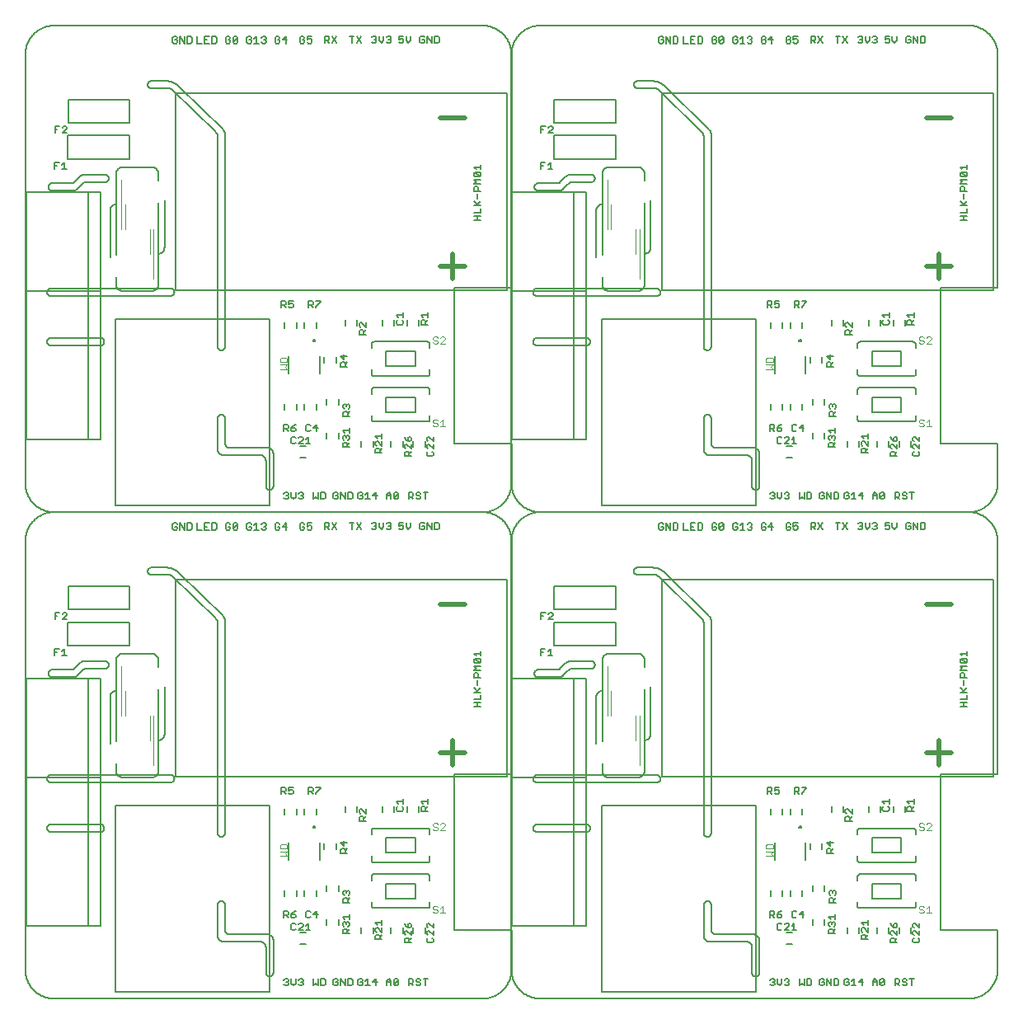
<source format=gto>
G75*
%MOIN*%
%OFA0B0*%
%FSLAX25Y25*%
%IPPOS*%
%LPD*%
%AMOC8*
5,1,8,0,0,1.08239X$1,22.5*
%
%ADD10C,0.00800*%
%ADD11C,0.00500*%
%ADD12C,0.00300*%
%ADD13C,0.00600*%
%ADD14C,0.02000*%
%ADD15C,0.00200*%
%ADD16C,0.00787*%
D10*
X0012962Y0001400D02*
X0186190Y0001400D01*
X0186475Y0001403D01*
X0186761Y0001414D01*
X0187046Y0001431D01*
X0187330Y0001455D01*
X0187614Y0001486D01*
X0187897Y0001524D01*
X0188178Y0001569D01*
X0188459Y0001620D01*
X0188739Y0001678D01*
X0189017Y0001743D01*
X0189293Y0001815D01*
X0189567Y0001893D01*
X0189840Y0001978D01*
X0190110Y0002070D01*
X0190378Y0002168D01*
X0190644Y0002272D01*
X0190907Y0002383D01*
X0191167Y0002500D01*
X0191425Y0002623D01*
X0191679Y0002753D01*
X0191930Y0002889D01*
X0192178Y0003030D01*
X0192422Y0003178D01*
X0192663Y0003331D01*
X0192899Y0003491D01*
X0193132Y0003656D01*
X0193361Y0003826D01*
X0193586Y0004002D01*
X0193806Y0004184D01*
X0194022Y0004370D01*
X0194233Y0004562D01*
X0194440Y0004759D01*
X0194642Y0004961D01*
X0194839Y0005168D01*
X0195031Y0005379D01*
X0195217Y0005595D01*
X0195399Y0005815D01*
X0195575Y0006040D01*
X0195745Y0006269D01*
X0195910Y0006502D01*
X0196070Y0006738D01*
X0196223Y0006979D01*
X0196371Y0007223D01*
X0196512Y0007471D01*
X0196648Y0007722D01*
X0196778Y0007976D01*
X0196901Y0008234D01*
X0197018Y0008494D01*
X0197129Y0008757D01*
X0197233Y0009023D01*
X0197331Y0009291D01*
X0197423Y0009561D01*
X0197508Y0009834D01*
X0197586Y0010108D01*
X0197658Y0010384D01*
X0197723Y0010662D01*
X0197781Y0010942D01*
X0197832Y0011223D01*
X0197877Y0011504D01*
X0197915Y0011787D01*
X0197946Y0012071D01*
X0197970Y0012355D01*
X0197987Y0012640D01*
X0197998Y0012926D01*
X0198001Y0013211D01*
X0198001Y0029085D01*
X0174879Y0029085D01*
X0174879Y0092077D01*
X0198001Y0092077D01*
X0198001Y0186439D01*
X0197963Y0186439D02*
X0197963Y0013211D01*
X0197963Y0012924D01*
X0197971Y0012637D01*
X0197985Y0012351D01*
X0198007Y0012065D01*
X0198035Y0011780D01*
X0198071Y0011495D01*
X0198113Y0011211D01*
X0198163Y0010929D01*
X0198219Y0010647D01*
X0198283Y0010368D01*
X0198353Y0010090D01*
X0198430Y0009813D01*
X0198513Y0009539D01*
X0198604Y0009267D01*
X0198701Y0008997D01*
X0198804Y0008729D01*
X0198915Y0008464D01*
X0199031Y0008202D01*
X0199154Y0007943D01*
X0199284Y0007687D01*
X0199419Y0007435D01*
X0199561Y0007185D01*
X0199709Y0006939D01*
X0199863Y0006697D01*
X0200022Y0006459D01*
X0200188Y0006225D01*
X0200359Y0005995D01*
X0200536Y0005769D01*
X0200718Y0005547D01*
X0200906Y0005331D01*
X0201099Y0005118D01*
X0201297Y0004911D01*
X0201500Y0004708D01*
X0201708Y0004511D01*
X0201921Y0004319D01*
X0202139Y0004132D01*
X0202361Y0003950D01*
X0202587Y0003774D01*
X0202818Y0003603D01*
X0203052Y0003439D01*
X0203291Y0003280D01*
X0203534Y0003127D01*
X0203780Y0002979D01*
X0204030Y0002839D01*
X0204283Y0002704D01*
X0204539Y0002575D01*
X0204799Y0002453D01*
X0205061Y0002337D01*
X0205327Y0002228D01*
X0205594Y0002125D01*
X0205865Y0002029D01*
X0206137Y0001939D01*
X0206412Y0001856D01*
X0206688Y0001780D01*
X0206967Y0001711D01*
X0207247Y0001649D01*
X0207528Y0001593D01*
X0207811Y0001544D01*
X0208094Y0001503D01*
X0208379Y0001468D01*
X0208665Y0001441D01*
X0208951Y0001420D01*
X0209237Y0001406D01*
X0209524Y0001400D01*
X0382753Y0001400D01*
X0383038Y0001403D01*
X0383324Y0001414D01*
X0383609Y0001431D01*
X0383893Y0001455D01*
X0384177Y0001486D01*
X0384460Y0001524D01*
X0384741Y0001569D01*
X0385022Y0001620D01*
X0385302Y0001678D01*
X0385580Y0001743D01*
X0385856Y0001815D01*
X0386130Y0001893D01*
X0386403Y0001978D01*
X0386673Y0002070D01*
X0386941Y0002168D01*
X0387207Y0002272D01*
X0387470Y0002383D01*
X0387730Y0002500D01*
X0387988Y0002623D01*
X0388242Y0002753D01*
X0388493Y0002889D01*
X0388741Y0003030D01*
X0388985Y0003178D01*
X0389226Y0003331D01*
X0389462Y0003491D01*
X0389695Y0003656D01*
X0389924Y0003826D01*
X0390149Y0004002D01*
X0390369Y0004184D01*
X0390585Y0004370D01*
X0390796Y0004562D01*
X0391003Y0004759D01*
X0391205Y0004961D01*
X0391402Y0005168D01*
X0391594Y0005379D01*
X0391780Y0005595D01*
X0391962Y0005815D01*
X0392138Y0006040D01*
X0392308Y0006269D01*
X0392473Y0006502D01*
X0392633Y0006738D01*
X0392786Y0006979D01*
X0392934Y0007223D01*
X0393075Y0007471D01*
X0393211Y0007722D01*
X0393341Y0007976D01*
X0393464Y0008234D01*
X0393581Y0008494D01*
X0393692Y0008757D01*
X0393796Y0009023D01*
X0393894Y0009291D01*
X0393986Y0009561D01*
X0394071Y0009834D01*
X0394149Y0010108D01*
X0394221Y0010384D01*
X0394286Y0010662D01*
X0394344Y0010942D01*
X0394395Y0011223D01*
X0394440Y0011504D01*
X0394478Y0011787D01*
X0394509Y0012071D01*
X0394533Y0012355D01*
X0394550Y0012640D01*
X0394561Y0012926D01*
X0394564Y0013211D01*
X0394564Y0029085D01*
X0371442Y0029085D01*
X0371442Y0092077D01*
X0394564Y0092077D01*
X0394564Y0186439D01*
X0394564Y0186440D02*
X0394559Y0186723D01*
X0394547Y0187007D01*
X0394528Y0187290D01*
X0394503Y0187573D01*
X0394471Y0187855D01*
X0394432Y0188136D01*
X0394386Y0188417D01*
X0394333Y0188696D01*
X0394274Y0188973D01*
X0394207Y0189249D01*
X0394135Y0189524D01*
X0394055Y0189796D01*
X0393969Y0190067D01*
X0393877Y0190335D01*
X0393778Y0190602D01*
X0393673Y0190865D01*
X0393561Y0191126D01*
X0393443Y0191385D01*
X0393319Y0191640D01*
X0393189Y0191892D01*
X0393053Y0192141D01*
X0392910Y0192387D01*
X0392762Y0192629D01*
X0392608Y0192868D01*
X0392449Y0193103D01*
X0392283Y0193333D01*
X0392112Y0193560D01*
X0391936Y0193783D01*
X0391755Y0194001D01*
X0391568Y0194215D01*
X0391376Y0194424D01*
X0391179Y0194628D01*
X0390977Y0194828D01*
X0390770Y0195023D01*
X0390559Y0195213D01*
X0390343Y0195397D01*
X0390123Y0195576D01*
X0389899Y0195750D01*
X0389670Y0195919D01*
X0389438Y0196082D01*
X0389201Y0196239D01*
X0388961Y0196390D01*
X0388717Y0196536D01*
X0388470Y0196675D01*
X0388220Y0196809D01*
X0387966Y0196937D01*
X0387709Y0197058D01*
X0387450Y0197173D01*
X0387188Y0197282D01*
X0386923Y0197385D01*
X0386656Y0197481D01*
X0386386Y0197570D01*
X0386115Y0197653D01*
X0385841Y0197730D01*
X0385566Y0197799D01*
X0385289Y0197863D01*
X0385011Y0197919D01*
X0384731Y0197969D01*
X0384451Y0198012D01*
X0384169Y0198048D01*
X0383887Y0198077D01*
X0383604Y0198099D01*
X0383320Y0198115D01*
X0383036Y0198124D01*
X0382752Y0198126D01*
X0382753Y0198125D02*
X0209524Y0198125D01*
X0209524Y0198087D02*
X0382753Y0198087D01*
X0382753Y0198088D02*
X0383038Y0198091D01*
X0383324Y0198102D01*
X0383609Y0198119D01*
X0383893Y0198143D01*
X0384177Y0198174D01*
X0384460Y0198212D01*
X0384741Y0198257D01*
X0385022Y0198308D01*
X0385302Y0198366D01*
X0385580Y0198431D01*
X0385856Y0198503D01*
X0386130Y0198581D01*
X0386403Y0198666D01*
X0386673Y0198758D01*
X0386941Y0198856D01*
X0387207Y0198960D01*
X0387470Y0199071D01*
X0387730Y0199188D01*
X0387988Y0199311D01*
X0388242Y0199441D01*
X0388493Y0199577D01*
X0388741Y0199718D01*
X0388985Y0199866D01*
X0389226Y0200019D01*
X0389462Y0200179D01*
X0389695Y0200344D01*
X0389924Y0200514D01*
X0390149Y0200690D01*
X0390369Y0200872D01*
X0390585Y0201058D01*
X0390796Y0201250D01*
X0391003Y0201447D01*
X0391205Y0201649D01*
X0391402Y0201856D01*
X0391594Y0202067D01*
X0391780Y0202283D01*
X0391962Y0202503D01*
X0392138Y0202728D01*
X0392308Y0202957D01*
X0392473Y0203190D01*
X0392633Y0203426D01*
X0392786Y0203667D01*
X0392934Y0203911D01*
X0393075Y0204159D01*
X0393211Y0204410D01*
X0393341Y0204664D01*
X0393464Y0204922D01*
X0393581Y0205182D01*
X0393692Y0205445D01*
X0393796Y0205711D01*
X0393894Y0205979D01*
X0393986Y0206249D01*
X0394071Y0206522D01*
X0394149Y0206796D01*
X0394221Y0207072D01*
X0394286Y0207350D01*
X0394344Y0207630D01*
X0394395Y0207911D01*
X0394440Y0208192D01*
X0394478Y0208475D01*
X0394509Y0208759D01*
X0394533Y0209043D01*
X0394550Y0209328D01*
X0394561Y0209614D01*
X0394564Y0209899D01*
X0394564Y0225773D01*
X0371442Y0225773D01*
X0371442Y0288765D01*
X0394564Y0288765D01*
X0394564Y0383127D01*
X0394559Y0383410D01*
X0394547Y0383694D01*
X0394528Y0383977D01*
X0394503Y0384260D01*
X0394471Y0384542D01*
X0394432Y0384823D01*
X0394386Y0385104D01*
X0394333Y0385383D01*
X0394274Y0385660D01*
X0394207Y0385936D01*
X0394135Y0386211D01*
X0394055Y0386483D01*
X0393969Y0386754D01*
X0393877Y0387022D01*
X0393778Y0387289D01*
X0393673Y0387552D01*
X0393561Y0387813D01*
X0393443Y0388072D01*
X0393319Y0388327D01*
X0393189Y0388579D01*
X0393053Y0388828D01*
X0392910Y0389074D01*
X0392762Y0389316D01*
X0392608Y0389555D01*
X0392449Y0389790D01*
X0392283Y0390020D01*
X0392112Y0390247D01*
X0391936Y0390470D01*
X0391755Y0390688D01*
X0391568Y0390902D01*
X0391376Y0391111D01*
X0391179Y0391315D01*
X0390977Y0391515D01*
X0390770Y0391710D01*
X0390559Y0391900D01*
X0390343Y0392084D01*
X0390123Y0392263D01*
X0389899Y0392437D01*
X0389670Y0392606D01*
X0389438Y0392769D01*
X0389201Y0392926D01*
X0388961Y0393077D01*
X0388717Y0393223D01*
X0388470Y0393362D01*
X0388220Y0393496D01*
X0387966Y0393624D01*
X0387709Y0393745D01*
X0387450Y0393860D01*
X0387188Y0393969D01*
X0386923Y0394072D01*
X0386656Y0394168D01*
X0386386Y0394257D01*
X0386115Y0394340D01*
X0385841Y0394417D01*
X0385566Y0394486D01*
X0385289Y0394550D01*
X0385011Y0394606D01*
X0384731Y0394656D01*
X0384451Y0394699D01*
X0384169Y0394735D01*
X0383887Y0394764D01*
X0383604Y0394786D01*
X0383320Y0394802D01*
X0383036Y0394811D01*
X0382752Y0394813D01*
X0382753Y0394813D02*
X0209524Y0394813D01*
X0209244Y0394808D01*
X0208963Y0394796D01*
X0208683Y0394778D01*
X0208403Y0394753D01*
X0208124Y0394721D01*
X0207846Y0394682D01*
X0207568Y0394636D01*
X0207292Y0394584D01*
X0207018Y0394526D01*
X0206745Y0394460D01*
X0206473Y0394388D01*
X0206203Y0394310D01*
X0205936Y0394225D01*
X0205670Y0394133D01*
X0205407Y0394035D01*
X0205146Y0393931D01*
X0204888Y0393821D01*
X0204632Y0393704D01*
X0204379Y0393581D01*
X0204130Y0393452D01*
X0203883Y0393317D01*
X0203640Y0393177D01*
X0203401Y0393030D01*
X0203165Y0392878D01*
X0202932Y0392720D01*
X0202704Y0392556D01*
X0202480Y0392387D01*
X0202260Y0392213D01*
X0202044Y0392033D01*
X0201832Y0391848D01*
X0201625Y0391658D01*
X0201423Y0391463D01*
X0201225Y0391264D01*
X0201033Y0391059D01*
X0200845Y0390850D01*
X0200662Y0390637D01*
X0200485Y0390419D01*
X0200313Y0390197D01*
X0200146Y0389971D01*
X0199985Y0389741D01*
X0199830Y0389507D01*
X0199680Y0389269D01*
X0199536Y0389028D01*
X0199398Y0388783D01*
X0199266Y0388536D01*
X0199139Y0388285D01*
X0199019Y0388031D01*
X0198905Y0387774D01*
X0198798Y0387514D01*
X0198696Y0387252D01*
X0198601Y0386988D01*
X0198513Y0386722D01*
X0198431Y0386453D01*
X0198355Y0386182D01*
X0198286Y0385910D01*
X0198224Y0385636D01*
X0198168Y0385361D01*
X0198119Y0385084D01*
X0198076Y0384807D01*
X0198040Y0384528D01*
X0198011Y0384249D01*
X0197989Y0383969D01*
X0197974Y0383688D01*
X0197965Y0383407D01*
X0197963Y0383126D01*
X0197963Y0383127D02*
X0197963Y0209899D01*
X0198001Y0209899D02*
X0198001Y0225773D01*
X0174879Y0225773D01*
X0174879Y0288765D01*
X0198001Y0288765D01*
X0198001Y0383127D01*
X0198002Y0383127D02*
X0197997Y0383410D01*
X0197985Y0383694D01*
X0197966Y0383977D01*
X0197941Y0384260D01*
X0197909Y0384542D01*
X0197870Y0384823D01*
X0197824Y0385104D01*
X0197771Y0385383D01*
X0197712Y0385660D01*
X0197645Y0385936D01*
X0197573Y0386211D01*
X0197493Y0386483D01*
X0197407Y0386754D01*
X0197315Y0387022D01*
X0197216Y0387289D01*
X0197111Y0387552D01*
X0196999Y0387813D01*
X0196881Y0388072D01*
X0196757Y0388327D01*
X0196627Y0388579D01*
X0196491Y0388828D01*
X0196348Y0389074D01*
X0196200Y0389316D01*
X0196046Y0389555D01*
X0195887Y0389790D01*
X0195721Y0390020D01*
X0195550Y0390247D01*
X0195374Y0390470D01*
X0195193Y0390688D01*
X0195006Y0390902D01*
X0194814Y0391111D01*
X0194617Y0391315D01*
X0194415Y0391515D01*
X0194208Y0391710D01*
X0193997Y0391900D01*
X0193781Y0392084D01*
X0193561Y0392263D01*
X0193337Y0392437D01*
X0193108Y0392606D01*
X0192876Y0392769D01*
X0192639Y0392926D01*
X0192399Y0393077D01*
X0192155Y0393223D01*
X0191908Y0393362D01*
X0191658Y0393496D01*
X0191404Y0393624D01*
X0191147Y0393745D01*
X0190888Y0393860D01*
X0190626Y0393969D01*
X0190361Y0394072D01*
X0190094Y0394168D01*
X0189824Y0394257D01*
X0189553Y0394340D01*
X0189279Y0394417D01*
X0189004Y0394486D01*
X0188727Y0394550D01*
X0188449Y0394606D01*
X0188169Y0394656D01*
X0187889Y0394699D01*
X0187607Y0394735D01*
X0187325Y0394764D01*
X0187042Y0394786D01*
X0186758Y0394802D01*
X0186474Y0394811D01*
X0186190Y0394813D01*
X0012962Y0394813D01*
X0012961Y0394813D02*
X0012681Y0394808D01*
X0012400Y0394796D01*
X0012120Y0394778D01*
X0011840Y0394753D01*
X0011561Y0394721D01*
X0011283Y0394682D01*
X0011005Y0394636D01*
X0010729Y0394584D01*
X0010455Y0394526D01*
X0010182Y0394460D01*
X0009910Y0394388D01*
X0009640Y0394310D01*
X0009373Y0394225D01*
X0009107Y0394133D01*
X0008844Y0394035D01*
X0008583Y0393931D01*
X0008325Y0393821D01*
X0008069Y0393704D01*
X0007816Y0393581D01*
X0007567Y0393452D01*
X0007320Y0393317D01*
X0007077Y0393177D01*
X0006838Y0393030D01*
X0006602Y0392878D01*
X0006369Y0392720D01*
X0006141Y0392556D01*
X0005917Y0392387D01*
X0005697Y0392213D01*
X0005481Y0392033D01*
X0005269Y0391848D01*
X0005062Y0391658D01*
X0004860Y0391463D01*
X0004662Y0391264D01*
X0004470Y0391059D01*
X0004282Y0390850D01*
X0004099Y0390637D01*
X0003922Y0390419D01*
X0003750Y0390197D01*
X0003583Y0389971D01*
X0003422Y0389741D01*
X0003267Y0389507D01*
X0003117Y0389269D01*
X0002973Y0389028D01*
X0002835Y0388783D01*
X0002703Y0388536D01*
X0002576Y0388285D01*
X0002456Y0388031D01*
X0002342Y0387774D01*
X0002235Y0387514D01*
X0002133Y0387252D01*
X0002038Y0386988D01*
X0001950Y0386722D01*
X0001868Y0386453D01*
X0001792Y0386182D01*
X0001723Y0385910D01*
X0001661Y0385636D01*
X0001605Y0385361D01*
X0001556Y0385084D01*
X0001513Y0384807D01*
X0001477Y0384528D01*
X0001448Y0384249D01*
X0001426Y0383969D01*
X0001411Y0383688D01*
X0001402Y0383407D01*
X0001400Y0383126D01*
X0001401Y0383127D02*
X0001401Y0209899D01*
X0001401Y0209612D01*
X0001409Y0209325D01*
X0001423Y0209039D01*
X0001445Y0208753D01*
X0001473Y0208468D01*
X0001509Y0208183D01*
X0001551Y0207899D01*
X0001601Y0207617D01*
X0001657Y0207335D01*
X0001721Y0207056D01*
X0001791Y0206778D01*
X0001868Y0206501D01*
X0001951Y0206227D01*
X0002042Y0205955D01*
X0002139Y0205685D01*
X0002242Y0205417D01*
X0002353Y0205152D01*
X0002469Y0204890D01*
X0002592Y0204631D01*
X0002722Y0204375D01*
X0002857Y0204123D01*
X0002999Y0203873D01*
X0003147Y0203627D01*
X0003301Y0203385D01*
X0003460Y0203147D01*
X0003626Y0202913D01*
X0003797Y0202683D01*
X0003974Y0202457D01*
X0004156Y0202235D01*
X0004344Y0202019D01*
X0004537Y0201806D01*
X0004735Y0201599D01*
X0004938Y0201396D01*
X0005146Y0201199D01*
X0005359Y0201007D01*
X0005577Y0200820D01*
X0005799Y0200638D01*
X0006025Y0200462D01*
X0006256Y0200291D01*
X0006490Y0200127D01*
X0006729Y0199968D01*
X0006972Y0199815D01*
X0007218Y0199667D01*
X0007468Y0199527D01*
X0007721Y0199392D01*
X0007977Y0199263D01*
X0008237Y0199141D01*
X0008499Y0199025D01*
X0008765Y0198916D01*
X0009032Y0198813D01*
X0009303Y0198717D01*
X0009575Y0198627D01*
X0009850Y0198544D01*
X0010126Y0198468D01*
X0010405Y0198399D01*
X0010685Y0198337D01*
X0010966Y0198281D01*
X0011249Y0198232D01*
X0011532Y0198191D01*
X0011817Y0198156D01*
X0012103Y0198129D01*
X0012389Y0198108D01*
X0012675Y0198094D01*
X0012962Y0198088D01*
X0012962Y0198087D02*
X0186190Y0198087D01*
X0186190Y0198125D02*
X0012962Y0198125D01*
X0012961Y0198126D02*
X0012681Y0198121D01*
X0012400Y0198109D01*
X0012120Y0198091D01*
X0011840Y0198066D01*
X0011561Y0198034D01*
X0011283Y0197995D01*
X0011005Y0197949D01*
X0010729Y0197897D01*
X0010455Y0197839D01*
X0010182Y0197773D01*
X0009910Y0197701D01*
X0009640Y0197623D01*
X0009373Y0197538D01*
X0009107Y0197446D01*
X0008844Y0197348D01*
X0008583Y0197244D01*
X0008325Y0197134D01*
X0008069Y0197017D01*
X0007816Y0196894D01*
X0007567Y0196765D01*
X0007320Y0196630D01*
X0007077Y0196490D01*
X0006838Y0196343D01*
X0006602Y0196191D01*
X0006369Y0196033D01*
X0006141Y0195869D01*
X0005917Y0195700D01*
X0005697Y0195526D01*
X0005481Y0195346D01*
X0005269Y0195161D01*
X0005062Y0194971D01*
X0004860Y0194776D01*
X0004662Y0194577D01*
X0004470Y0194372D01*
X0004282Y0194163D01*
X0004099Y0193950D01*
X0003922Y0193732D01*
X0003750Y0193510D01*
X0003583Y0193284D01*
X0003422Y0193054D01*
X0003267Y0192820D01*
X0003117Y0192582D01*
X0002973Y0192341D01*
X0002835Y0192096D01*
X0002703Y0191849D01*
X0002576Y0191598D01*
X0002456Y0191344D01*
X0002342Y0191087D01*
X0002235Y0190827D01*
X0002133Y0190565D01*
X0002038Y0190301D01*
X0001950Y0190035D01*
X0001868Y0189766D01*
X0001792Y0189495D01*
X0001723Y0189223D01*
X0001661Y0188949D01*
X0001605Y0188674D01*
X0001556Y0188397D01*
X0001513Y0188120D01*
X0001477Y0187841D01*
X0001448Y0187562D01*
X0001426Y0187282D01*
X0001411Y0187001D01*
X0001402Y0186720D01*
X0001400Y0186439D01*
X0001401Y0186439D02*
X0001401Y0013211D01*
X0001401Y0012924D01*
X0001409Y0012637D01*
X0001423Y0012351D01*
X0001445Y0012065D01*
X0001473Y0011780D01*
X0001509Y0011495D01*
X0001551Y0011211D01*
X0001601Y0010929D01*
X0001657Y0010647D01*
X0001721Y0010368D01*
X0001791Y0010090D01*
X0001868Y0009813D01*
X0001951Y0009539D01*
X0002042Y0009267D01*
X0002139Y0008997D01*
X0002242Y0008729D01*
X0002353Y0008464D01*
X0002469Y0008202D01*
X0002592Y0007943D01*
X0002722Y0007687D01*
X0002857Y0007435D01*
X0002999Y0007185D01*
X0003147Y0006939D01*
X0003301Y0006697D01*
X0003460Y0006459D01*
X0003626Y0006225D01*
X0003797Y0005995D01*
X0003974Y0005769D01*
X0004156Y0005547D01*
X0004344Y0005331D01*
X0004537Y0005118D01*
X0004735Y0004911D01*
X0004938Y0004708D01*
X0005146Y0004511D01*
X0005359Y0004319D01*
X0005577Y0004132D01*
X0005799Y0003950D01*
X0006025Y0003774D01*
X0006256Y0003603D01*
X0006490Y0003439D01*
X0006729Y0003280D01*
X0006972Y0003127D01*
X0007218Y0002979D01*
X0007468Y0002839D01*
X0007721Y0002704D01*
X0007977Y0002575D01*
X0008237Y0002453D01*
X0008499Y0002337D01*
X0008765Y0002228D01*
X0009032Y0002125D01*
X0009303Y0002029D01*
X0009575Y0001939D01*
X0009850Y0001856D01*
X0010126Y0001780D01*
X0010405Y0001711D01*
X0010685Y0001649D01*
X0010966Y0001593D01*
X0011249Y0001544D01*
X0011532Y0001503D01*
X0011817Y0001468D01*
X0012103Y0001441D01*
X0012389Y0001420D01*
X0012675Y0001406D01*
X0012962Y0001400D01*
X0141340Y0038994D02*
X0141340Y0040569D01*
X0141340Y0038994D02*
X0141342Y0038932D01*
X0141348Y0038871D01*
X0141357Y0038810D01*
X0141371Y0038749D01*
X0141388Y0038690D01*
X0141409Y0038632D01*
X0141434Y0038575D01*
X0141462Y0038520D01*
X0141493Y0038467D01*
X0141528Y0038416D01*
X0141566Y0038367D01*
X0141607Y0038320D01*
X0141650Y0038277D01*
X0141697Y0038236D01*
X0141746Y0038198D01*
X0141797Y0038163D01*
X0141850Y0038132D01*
X0141905Y0038104D01*
X0141962Y0038079D01*
X0142020Y0038058D01*
X0142079Y0038041D01*
X0142140Y0038027D01*
X0142201Y0038018D01*
X0142262Y0038012D01*
X0142324Y0038010D01*
X0163977Y0038010D01*
X0164039Y0038012D01*
X0164100Y0038018D01*
X0164161Y0038027D01*
X0164222Y0038041D01*
X0164281Y0038058D01*
X0164339Y0038079D01*
X0164396Y0038104D01*
X0164451Y0038132D01*
X0164504Y0038163D01*
X0164555Y0038198D01*
X0164604Y0038236D01*
X0164651Y0038277D01*
X0164694Y0038320D01*
X0164735Y0038367D01*
X0164773Y0038416D01*
X0164808Y0038467D01*
X0164839Y0038520D01*
X0164867Y0038575D01*
X0164892Y0038632D01*
X0164913Y0038690D01*
X0164930Y0038749D01*
X0164944Y0038810D01*
X0164953Y0038871D01*
X0164959Y0038932D01*
X0164961Y0038994D01*
X0164962Y0038994D02*
X0164962Y0040569D01*
X0159056Y0041947D02*
X0159056Y0047853D01*
X0147245Y0047853D01*
X0147245Y0041947D01*
X0159056Y0041947D01*
X0164962Y0049231D02*
X0164962Y0050806D01*
X0164961Y0050806D02*
X0164959Y0050868D01*
X0164953Y0050929D01*
X0164944Y0050990D01*
X0164930Y0051051D01*
X0164913Y0051110D01*
X0164892Y0051168D01*
X0164867Y0051225D01*
X0164839Y0051280D01*
X0164808Y0051333D01*
X0164773Y0051384D01*
X0164735Y0051433D01*
X0164694Y0051480D01*
X0164651Y0051523D01*
X0164604Y0051564D01*
X0164555Y0051602D01*
X0164504Y0051637D01*
X0164451Y0051668D01*
X0164396Y0051696D01*
X0164339Y0051721D01*
X0164281Y0051742D01*
X0164222Y0051759D01*
X0164161Y0051773D01*
X0164100Y0051782D01*
X0164039Y0051788D01*
X0163977Y0051790D01*
X0142324Y0051790D01*
X0142262Y0051788D01*
X0142201Y0051782D01*
X0142140Y0051773D01*
X0142079Y0051759D01*
X0142020Y0051742D01*
X0141962Y0051721D01*
X0141905Y0051696D01*
X0141850Y0051668D01*
X0141797Y0051637D01*
X0141746Y0051602D01*
X0141697Y0051564D01*
X0141650Y0051523D01*
X0141607Y0051480D01*
X0141566Y0051433D01*
X0141528Y0051384D01*
X0141493Y0051333D01*
X0141462Y0051280D01*
X0141434Y0051225D01*
X0141409Y0051168D01*
X0141388Y0051110D01*
X0141371Y0051051D01*
X0141357Y0050990D01*
X0141348Y0050929D01*
X0141342Y0050868D01*
X0141340Y0050806D01*
X0141340Y0049231D01*
X0142324Y0056510D02*
X0163977Y0056510D01*
X0164039Y0056512D01*
X0164100Y0056518D01*
X0164161Y0056527D01*
X0164222Y0056541D01*
X0164281Y0056558D01*
X0164339Y0056579D01*
X0164396Y0056604D01*
X0164451Y0056632D01*
X0164504Y0056663D01*
X0164555Y0056698D01*
X0164604Y0056736D01*
X0164651Y0056777D01*
X0164694Y0056820D01*
X0164735Y0056867D01*
X0164773Y0056916D01*
X0164808Y0056967D01*
X0164839Y0057020D01*
X0164867Y0057075D01*
X0164892Y0057132D01*
X0164913Y0057190D01*
X0164930Y0057249D01*
X0164944Y0057310D01*
X0164953Y0057371D01*
X0164959Y0057432D01*
X0164961Y0057494D01*
X0164962Y0057494D02*
X0164962Y0059069D01*
X0159056Y0060447D02*
X0159056Y0066353D01*
X0147245Y0066353D01*
X0147245Y0060447D01*
X0159056Y0060447D01*
X0164962Y0067731D02*
X0164962Y0069306D01*
X0164961Y0069306D02*
X0164959Y0069368D01*
X0164953Y0069429D01*
X0164944Y0069490D01*
X0164930Y0069551D01*
X0164913Y0069610D01*
X0164892Y0069668D01*
X0164867Y0069725D01*
X0164839Y0069780D01*
X0164808Y0069833D01*
X0164773Y0069884D01*
X0164735Y0069933D01*
X0164694Y0069980D01*
X0164651Y0070023D01*
X0164604Y0070064D01*
X0164555Y0070102D01*
X0164504Y0070137D01*
X0164451Y0070168D01*
X0164396Y0070196D01*
X0164339Y0070221D01*
X0164281Y0070242D01*
X0164222Y0070259D01*
X0164161Y0070273D01*
X0164100Y0070282D01*
X0164039Y0070288D01*
X0163977Y0070290D01*
X0142324Y0070290D01*
X0142262Y0070288D01*
X0142201Y0070282D01*
X0142140Y0070273D01*
X0142079Y0070259D01*
X0142020Y0070242D01*
X0141962Y0070221D01*
X0141905Y0070196D01*
X0141850Y0070168D01*
X0141797Y0070137D01*
X0141746Y0070102D01*
X0141697Y0070064D01*
X0141650Y0070023D01*
X0141607Y0069980D01*
X0141566Y0069933D01*
X0141528Y0069884D01*
X0141493Y0069833D01*
X0141462Y0069780D01*
X0141434Y0069725D01*
X0141409Y0069668D01*
X0141388Y0069610D01*
X0141371Y0069551D01*
X0141357Y0069490D01*
X0141348Y0069429D01*
X0141342Y0069368D01*
X0141340Y0069306D01*
X0141340Y0067731D01*
X0141340Y0059069D02*
X0141340Y0057494D01*
X0141342Y0057432D01*
X0141348Y0057371D01*
X0141357Y0057310D01*
X0141371Y0057249D01*
X0141388Y0057190D01*
X0141409Y0057132D01*
X0141434Y0057075D01*
X0141462Y0057020D01*
X0141493Y0056967D01*
X0141528Y0056916D01*
X0141566Y0056867D01*
X0141607Y0056820D01*
X0141650Y0056777D01*
X0141697Y0056736D01*
X0141746Y0056698D01*
X0141797Y0056663D01*
X0141850Y0056632D01*
X0141905Y0056604D01*
X0141962Y0056579D01*
X0142020Y0056558D01*
X0142079Y0056541D01*
X0142140Y0056527D01*
X0142201Y0056518D01*
X0142262Y0056512D01*
X0142324Y0056510D01*
X0215190Y0144176D02*
X0239993Y0144176D01*
X0239993Y0153624D01*
X0215190Y0153624D01*
X0215190Y0144176D01*
X0215312Y0158676D02*
X0240115Y0158676D01*
X0240115Y0168124D01*
X0215312Y0168124D01*
X0215312Y0158676D01*
X0197963Y0186439D02*
X0197965Y0186720D01*
X0197974Y0187001D01*
X0197989Y0187282D01*
X0198011Y0187562D01*
X0198040Y0187841D01*
X0198076Y0188120D01*
X0198119Y0188397D01*
X0198168Y0188674D01*
X0198224Y0188949D01*
X0198286Y0189223D01*
X0198355Y0189495D01*
X0198431Y0189766D01*
X0198513Y0190035D01*
X0198601Y0190301D01*
X0198696Y0190565D01*
X0198798Y0190827D01*
X0198905Y0191087D01*
X0199019Y0191344D01*
X0199139Y0191598D01*
X0199266Y0191849D01*
X0199398Y0192096D01*
X0199536Y0192341D01*
X0199680Y0192582D01*
X0199830Y0192820D01*
X0199985Y0193054D01*
X0200146Y0193284D01*
X0200313Y0193510D01*
X0200485Y0193732D01*
X0200662Y0193950D01*
X0200845Y0194163D01*
X0201033Y0194372D01*
X0201225Y0194577D01*
X0201423Y0194776D01*
X0201625Y0194971D01*
X0201832Y0195161D01*
X0202044Y0195346D01*
X0202260Y0195526D01*
X0202480Y0195700D01*
X0202704Y0195869D01*
X0202932Y0196033D01*
X0203165Y0196191D01*
X0203401Y0196343D01*
X0203640Y0196490D01*
X0203883Y0196630D01*
X0204130Y0196765D01*
X0204379Y0196894D01*
X0204632Y0197017D01*
X0204888Y0197134D01*
X0205146Y0197244D01*
X0205407Y0197348D01*
X0205670Y0197446D01*
X0205936Y0197538D01*
X0206203Y0197623D01*
X0206473Y0197701D01*
X0206745Y0197773D01*
X0207018Y0197839D01*
X0207292Y0197897D01*
X0207568Y0197949D01*
X0207846Y0197995D01*
X0208124Y0198034D01*
X0208403Y0198066D01*
X0208683Y0198091D01*
X0208963Y0198109D01*
X0209244Y0198121D01*
X0209524Y0198126D01*
X0209524Y0198088D02*
X0209237Y0198094D01*
X0208951Y0198108D01*
X0208665Y0198129D01*
X0208379Y0198156D01*
X0208094Y0198191D01*
X0207811Y0198232D01*
X0207528Y0198281D01*
X0207247Y0198337D01*
X0206967Y0198399D01*
X0206688Y0198468D01*
X0206412Y0198544D01*
X0206137Y0198627D01*
X0205865Y0198717D01*
X0205594Y0198813D01*
X0205327Y0198916D01*
X0205061Y0199025D01*
X0204799Y0199141D01*
X0204539Y0199263D01*
X0204283Y0199392D01*
X0204030Y0199527D01*
X0203780Y0199667D01*
X0203534Y0199815D01*
X0203291Y0199968D01*
X0203052Y0200127D01*
X0202818Y0200291D01*
X0202587Y0200462D01*
X0202361Y0200638D01*
X0202139Y0200820D01*
X0201921Y0201007D01*
X0201708Y0201199D01*
X0201500Y0201396D01*
X0201297Y0201599D01*
X0201099Y0201806D01*
X0200906Y0202019D01*
X0200718Y0202235D01*
X0200536Y0202457D01*
X0200359Y0202683D01*
X0200188Y0202913D01*
X0200022Y0203147D01*
X0199863Y0203385D01*
X0199709Y0203627D01*
X0199561Y0203873D01*
X0199419Y0204123D01*
X0199284Y0204375D01*
X0199154Y0204631D01*
X0199031Y0204890D01*
X0198915Y0205152D01*
X0198804Y0205417D01*
X0198701Y0205685D01*
X0198604Y0205955D01*
X0198513Y0206227D01*
X0198430Y0206501D01*
X0198353Y0206778D01*
X0198283Y0207056D01*
X0198219Y0207335D01*
X0198163Y0207617D01*
X0198113Y0207899D01*
X0198071Y0208183D01*
X0198035Y0208468D01*
X0198007Y0208753D01*
X0197985Y0209039D01*
X0197971Y0209325D01*
X0197963Y0209612D01*
X0197963Y0209899D01*
X0198001Y0209899D02*
X0197998Y0209614D01*
X0197987Y0209328D01*
X0197970Y0209043D01*
X0197946Y0208759D01*
X0197915Y0208475D01*
X0197877Y0208192D01*
X0197832Y0207911D01*
X0197781Y0207630D01*
X0197723Y0207350D01*
X0197658Y0207072D01*
X0197586Y0206796D01*
X0197508Y0206522D01*
X0197423Y0206249D01*
X0197331Y0205979D01*
X0197233Y0205711D01*
X0197129Y0205445D01*
X0197018Y0205182D01*
X0196901Y0204922D01*
X0196778Y0204664D01*
X0196648Y0204410D01*
X0196512Y0204159D01*
X0196371Y0203911D01*
X0196223Y0203667D01*
X0196070Y0203426D01*
X0195910Y0203190D01*
X0195745Y0202957D01*
X0195575Y0202728D01*
X0195399Y0202503D01*
X0195217Y0202283D01*
X0195031Y0202067D01*
X0194839Y0201856D01*
X0194642Y0201649D01*
X0194440Y0201447D01*
X0194233Y0201250D01*
X0194022Y0201058D01*
X0193806Y0200872D01*
X0193586Y0200690D01*
X0193361Y0200514D01*
X0193132Y0200344D01*
X0192899Y0200179D01*
X0192663Y0200019D01*
X0192422Y0199866D01*
X0192178Y0199718D01*
X0191930Y0199577D01*
X0191679Y0199441D01*
X0191425Y0199311D01*
X0191167Y0199188D01*
X0190907Y0199071D01*
X0190644Y0198960D01*
X0190378Y0198856D01*
X0190110Y0198758D01*
X0189840Y0198666D01*
X0189567Y0198581D01*
X0189293Y0198503D01*
X0189017Y0198431D01*
X0188739Y0198366D01*
X0188459Y0198308D01*
X0188178Y0198257D01*
X0187897Y0198212D01*
X0187614Y0198174D01*
X0187330Y0198143D01*
X0187046Y0198119D01*
X0186761Y0198102D01*
X0186475Y0198091D01*
X0186190Y0198088D01*
X0186190Y0198126D02*
X0186474Y0198124D01*
X0186758Y0198115D01*
X0187042Y0198099D01*
X0187325Y0198077D01*
X0187607Y0198048D01*
X0187889Y0198012D01*
X0188169Y0197969D01*
X0188449Y0197919D01*
X0188727Y0197863D01*
X0189004Y0197799D01*
X0189279Y0197730D01*
X0189553Y0197653D01*
X0189824Y0197570D01*
X0190094Y0197481D01*
X0190361Y0197385D01*
X0190626Y0197282D01*
X0190888Y0197173D01*
X0191147Y0197058D01*
X0191404Y0196937D01*
X0191658Y0196809D01*
X0191908Y0196675D01*
X0192155Y0196536D01*
X0192399Y0196390D01*
X0192639Y0196239D01*
X0192876Y0196082D01*
X0193108Y0195919D01*
X0193337Y0195750D01*
X0193561Y0195576D01*
X0193781Y0195397D01*
X0193997Y0195213D01*
X0194208Y0195023D01*
X0194415Y0194828D01*
X0194617Y0194628D01*
X0194814Y0194424D01*
X0195006Y0194215D01*
X0195193Y0194001D01*
X0195374Y0193783D01*
X0195550Y0193560D01*
X0195721Y0193333D01*
X0195887Y0193103D01*
X0196046Y0192868D01*
X0196200Y0192629D01*
X0196348Y0192387D01*
X0196491Y0192141D01*
X0196627Y0191892D01*
X0196757Y0191640D01*
X0196881Y0191385D01*
X0196999Y0191126D01*
X0197111Y0190865D01*
X0197216Y0190602D01*
X0197315Y0190335D01*
X0197407Y0190067D01*
X0197493Y0189796D01*
X0197573Y0189524D01*
X0197645Y0189249D01*
X0197712Y0188973D01*
X0197771Y0188696D01*
X0197824Y0188417D01*
X0197870Y0188136D01*
X0197909Y0187855D01*
X0197941Y0187573D01*
X0197966Y0187290D01*
X0197985Y0187007D01*
X0197997Y0186723D01*
X0198002Y0186440D01*
X0163977Y0234698D02*
X0142324Y0234698D01*
X0142262Y0234700D01*
X0142201Y0234706D01*
X0142140Y0234715D01*
X0142079Y0234729D01*
X0142020Y0234746D01*
X0141962Y0234767D01*
X0141905Y0234792D01*
X0141850Y0234820D01*
X0141797Y0234851D01*
X0141746Y0234886D01*
X0141697Y0234924D01*
X0141650Y0234965D01*
X0141607Y0235008D01*
X0141566Y0235055D01*
X0141528Y0235104D01*
X0141493Y0235155D01*
X0141462Y0235208D01*
X0141434Y0235263D01*
X0141409Y0235320D01*
X0141388Y0235378D01*
X0141371Y0235437D01*
X0141357Y0235498D01*
X0141348Y0235559D01*
X0141342Y0235620D01*
X0141340Y0235682D01*
X0141340Y0237257D01*
X0147245Y0238635D02*
X0147245Y0244540D01*
X0159056Y0244540D01*
X0159056Y0238635D01*
X0147245Y0238635D01*
X0141340Y0245918D02*
X0141340Y0247493D01*
X0141342Y0247555D01*
X0141348Y0247616D01*
X0141357Y0247677D01*
X0141371Y0247738D01*
X0141388Y0247797D01*
X0141409Y0247855D01*
X0141434Y0247912D01*
X0141462Y0247967D01*
X0141493Y0248020D01*
X0141528Y0248071D01*
X0141566Y0248120D01*
X0141607Y0248167D01*
X0141650Y0248210D01*
X0141697Y0248251D01*
X0141746Y0248289D01*
X0141797Y0248324D01*
X0141850Y0248355D01*
X0141905Y0248383D01*
X0141962Y0248408D01*
X0142020Y0248429D01*
X0142079Y0248446D01*
X0142140Y0248460D01*
X0142201Y0248469D01*
X0142262Y0248475D01*
X0142324Y0248477D01*
X0163977Y0248477D01*
X0164039Y0248475D01*
X0164100Y0248469D01*
X0164161Y0248460D01*
X0164222Y0248446D01*
X0164281Y0248429D01*
X0164339Y0248408D01*
X0164396Y0248383D01*
X0164451Y0248355D01*
X0164504Y0248324D01*
X0164555Y0248289D01*
X0164604Y0248251D01*
X0164651Y0248210D01*
X0164694Y0248167D01*
X0164735Y0248120D01*
X0164773Y0248071D01*
X0164808Y0248020D01*
X0164839Y0247967D01*
X0164867Y0247912D01*
X0164892Y0247855D01*
X0164913Y0247797D01*
X0164930Y0247738D01*
X0164944Y0247677D01*
X0164953Y0247616D01*
X0164959Y0247555D01*
X0164961Y0247493D01*
X0164962Y0247493D02*
X0164962Y0245918D01*
X0163977Y0253198D02*
X0142324Y0253198D01*
X0142262Y0253200D01*
X0142201Y0253206D01*
X0142140Y0253215D01*
X0142079Y0253229D01*
X0142020Y0253246D01*
X0141962Y0253267D01*
X0141905Y0253292D01*
X0141850Y0253320D01*
X0141797Y0253351D01*
X0141746Y0253386D01*
X0141697Y0253424D01*
X0141650Y0253465D01*
X0141607Y0253508D01*
X0141566Y0253555D01*
X0141528Y0253604D01*
X0141493Y0253655D01*
X0141462Y0253708D01*
X0141434Y0253763D01*
X0141409Y0253820D01*
X0141388Y0253878D01*
X0141371Y0253937D01*
X0141357Y0253998D01*
X0141348Y0254059D01*
X0141342Y0254120D01*
X0141340Y0254182D01*
X0141340Y0255757D01*
X0147245Y0257135D02*
X0147245Y0263040D01*
X0159056Y0263040D01*
X0159056Y0257135D01*
X0147245Y0257135D01*
X0141340Y0264418D02*
X0141340Y0265993D01*
X0141342Y0266055D01*
X0141348Y0266116D01*
X0141357Y0266177D01*
X0141371Y0266238D01*
X0141388Y0266297D01*
X0141409Y0266355D01*
X0141434Y0266412D01*
X0141462Y0266467D01*
X0141493Y0266520D01*
X0141528Y0266571D01*
X0141566Y0266620D01*
X0141607Y0266667D01*
X0141650Y0266710D01*
X0141697Y0266751D01*
X0141746Y0266789D01*
X0141797Y0266824D01*
X0141850Y0266855D01*
X0141905Y0266883D01*
X0141962Y0266908D01*
X0142020Y0266929D01*
X0142079Y0266946D01*
X0142140Y0266960D01*
X0142201Y0266969D01*
X0142262Y0266975D01*
X0142324Y0266977D01*
X0163977Y0266977D01*
X0164039Y0266975D01*
X0164100Y0266969D01*
X0164161Y0266960D01*
X0164222Y0266946D01*
X0164281Y0266929D01*
X0164339Y0266908D01*
X0164396Y0266883D01*
X0164451Y0266855D01*
X0164504Y0266824D01*
X0164555Y0266789D01*
X0164604Y0266751D01*
X0164651Y0266710D01*
X0164694Y0266667D01*
X0164735Y0266620D01*
X0164773Y0266571D01*
X0164808Y0266520D01*
X0164839Y0266467D01*
X0164867Y0266412D01*
X0164892Y0266355D01*
X0164913Y0266297D01*
X0164930Y0266238D01*
X0164944Y0266177D01*
X0164953Y0266116D01*
X0164959Y0266055D01*
X0164961Y0265993D01*
X0164962Y0265993D02*
X0164962Y0264418D01*
X0164962Y0255757D02*
X0164962Y0254182D01*
X0164961Y0254182D02*
X0164959Y0254120D01*
X0164953Y0254059D01*
X0164944Y0253998D01*
X0164930Y0253937D01*
X0164913Y0253878D01*
X0164892Y0253820D01*
X0164867Y0253763D01*
X0164839Y0253708D01*
X0164808Y0253655D01*
X0164773Y0253604D01*
X0164735Y0253555D01*
X0164694Y0253508D01*
X0164651Y0253465D01*
X0164604Y0253424D01*
X0164555Y0253386D01*
X0164504Y0253351D01*
X0164451Y0253320D01*
X0164396Y0253292D01*
X0164339Y0253267D01*
X0164281Y0253246D01*
X0164222Y0253229D01*
X0164161Y0253215D01*
X0164100Y0253206D01*
X0164039Y0253200D01*
X0163977Y0253198D01*
X0164962Y0237257D02*
X0164962Y0235682D01*
X0164961Y0235682D02*
X0164959Y0235620D01*
X0164953Y0235559D01*
X0164944Y0235498D01*
X0164930Y0235437D01*
X0164913Y0235378D01*
X0164892Y0235320D01*
X0164867Y0235263D01*
X0164839Y0235208D01*
X0164808Y0235155D01*
X0164773Y0235104D01*
X0164735Y0235055D01*
X0164694Y0235008D01*
X0164651Y0234965D01*
X0164604Y0234924D01*
X0164555Y0234886D01*
X0164504Y0234851D01*
X0164451Y0234820D01*
X0164396Y0234792D01*
X0164339Y0234767D01*
X0164281Y0234746D01*
X0164222Y0234729D01*
X0164161Y0234715D01*
X0164100Y0234706D01*
X0164039Y0234700D01*
X0163977Y0234698D01*
X0215190Y0340863D02*
X0239993Y0340863D01*
X0239993Y0350312D01*
X0215190Y0350312D01*
X0215190Y0340863D01*
X0215312Y0355363D02*
X0240115Y0355363D01*
X0240115Y0364812D01*
X0215312Y0364812D01*
X0215312Y0355363D01*
X0337902Y0265993D02*
X0337902Y0264418D01*
X0337902Y0265993D02*
X0337904Y0266055D01*
X0337910Y0266116D01*
X0337919Y0266177D01*
X0337933Y0266238D01*
X0337950Y0266297D01*
X0337971Y0266355D01*
X0337996Y0266412D01*
X0338024Y0266467D01*
X0338055Y0266520D01*
X0338090Y0266571D01*
X0338128Y0266620D01*
X0338169Y0266667D01*
X0338212Y0266710D01*
X0338259Y0266751D01*
X0338308Y0266789D01*
X0338359Y0266824D01*
X0338412Y0266855D01*
X0338467Y0266883D01*
X0338524Y0266908D01*
X0338582Y0266929D01*
X0338641Y0266946D01*
X0338702Y0266960D01*
X0338763Y0266969D01*
X0338824Y0266975D01*
X0338886Y0266977D01*
X0360540Y0266977D01*
X0360602Y0266975D01*
X0360663Y0266969D01*
X0360724Y0266960D01*
X0360785Y0266946D01*
X0360844Y0266929D01*
X0360902Y0266908D01*
X0360959Y0266883D01*
X0361014Y0266855D01*
X0361067Y0266824D01*
X0361118Y0266789D01*
X0361167Y0266751D01*
X0361214Y0266710D01*
X0361257Y0266667D01*
X0361298Y0266620D01*
X0361336Y0266571D01*
X0361371Y0266520D01*
X0361402Y0266467D01*
X0361430Y0266412D01*
X0361455Y0266355D01*
X0361476Y0266297D01*
X0361493Y0266238D01*
X0361507Y0266177D01*
X0361516Y0266116D01*
X0361522Y0266055D01*
X0361524Y0265993D01*
X0361524Y0264418D01*
X0355619Y0263040D02*
X0355619Y0257135D01*
X0343808Y0257135D01*
X0343808Y0263040D01*
X0355619Y0263040D01*
X0361524Y0255757D02*
X0361524Y0254182D01*
X0361522Y0254120D01*
X0361516Y0254059D01*
X0361507Y0253998D01*
X0361493Y0253937D01*
X0361476Y0253878D01*
X0361455Y0253820D01*
X0361430Y0253763D01*
X0361402Y0253708D01*
X0361371Y0253655D01*
X0361336Y0253604D01*
X0361298Y0253555D01*
X0361257Y0253508D01*
X0361214Y0253465D01*
X0361167Y0253424D01*
X0361118Y0253386D01*
X0361067Y0253351D01*
X0361014Y0253320D01*
X0360959Y0253292D01*
X0360902Y0253267D01*
X0360844Y0253246D01*
X0360785Y0253229D01*
X0360724Y0253215D01*
X0360663Y0253206D01*
X0360602Y0253200D01*
X0360540Y0253198D01*
X0338886Y0253198D01*
X0338824Y0253200D01*
X0338763Y0253206D01*
X0338702Y0253215D01*
X0338641Y0253229D01*
X0338582Y0253246D01*
X0338524Y0253267D01*
X0338467Y0253292D01*
X0338412Y0253320D01*
X0338359Y0253351D01*
X0338308Y0253386D01*
X0338259Y0253424D01*
X0338212Y0253465D01*
X0338169Y0253508D01*
X0338128Y0253555D01*
X0338090Y0253604D01*
X0338055Y0253655D01*
X0338024Y0253708D01*
X0337996Y0253763D01*
X0337971Y0253820D01*
X0337950Y0253878D01*
X0337933Y0253937D01*
X0337919Y0253998D01*
X0337910Y0254059D01*
X0337904Y0254120D01*
X0337902Y0254182D01*
X0337902Y0255757D01*
X0338886Y0248477D02*
X0360540Y0248477D01*
X0360602Y0248475D01*
X0360663Y0248469D01*
X0360724Y0248460D01*
X0360785Y0248446D01*
X0360844Y0248429D01*
X0360902Y0248408D01*
X0360959Y0248383D01*
X0361014Y0248355D01*
X0361067Y0248324D01*
X0361118Y0248289D01*
X0361167Y0248251D01*
X0361214Y0248210D01*
X0361257Y0248167D01*
X0361298Y0248120D01*
X0361336Y0248071D01*
X0361371Y0248020D01*
X0361402Y0247967D01*
X0361430Y0247912D01*
X0361455Y0247855D01*
X0361476Y0247797D01*
X0361493Y0247738D01*
X0361507Y0247677D01*
X0361516Y0247616D01*
X0361522Y0247555D01*
X0361524Y0247493D01*
X0361524Y0245918D01*
X0355619Y0244540D02*
X0355619Y0238635D01*
X0343808Y0238635D01*
X0343808Y0244540D01*
X0355619Y0244540D01*
X0361524Y0237257D02*
X0361524Y0235682D01*
X0361522Y0235620D01*
X0361516Y0235559D01*
X0361507Y0235498D01*
X0361493Y0235437D01*
X0361476Y0235378D01*
X0361455Y0235320D01*
X0361430Y0235263D01*
X0361402Y0235208D01*
X0361371Y0235155D01*
X0361336Y0235104D01*
X0361298Y0235055D01*
X0361257Y0235008D01*
X0361214Y0234965D01*
X0361167Y0234924D01*
X0361118Y0234886D01*
X0361067Y0234851D01*
X0361014Y0234820D01*
X0360959Y0234792D01*
X0360902Y0234767D01*
X0360844Y0234746D01*
X0360785Y0234729D01*
X0360724Y0234715D01*
X0360663Y0234706D01*
X0360602Y0234700D01*
X0360540Y0234698D01*
X0338886Y0234698D01*
X0338824Y0234700D01*
X0338763Y0234706D01*
X0338702Y0234715D01*
X0338641Y0234729D01*
X0338582Y0234746D01*
X0338524Y0234767D01*
X0338467Y0234792D01*
X0338412Y0234820D01*
X0338359Y0234851D01*
X0338308Y0234886D01*
X0338259Y0234924D01*
X0338212Y0234965D01*
X0338169Y0235008D01*
X0338128Y0235055D01*
X0338090Y0235104D01*
X0338055Y0235155D01*
X0338024Y0235208D01*
X0337996Y0235263D01*
X0337971Y0235320D01*
X0337950Y0235378D01*
X0337933Y0235437D01*
X0337919Y0235498D01*
X0337910Y0235559D01*
X0337904Y0235620D01*
X0337902Y0235682D01*
X0337902Y0237257D01*
X0337902Y0245918D02*
X0337902Y0247493D01*
X0337904Y0247555D01*
X0337910Y0247616D01*
X0337919Y0247677D01*
X0337933Y0247738D01*
X0337950Y0247797D01*
X0337971Y0247855D01*
X0337996Y0247912D01*
X0338024Y0247967D01*
X0338055Y0248020D01*
X0338090Y0248071D01*
X0338128Y0248120D01*
X0338169Y0248167D01*
X0338212Y0248210D01*
X0338259Y0248251D01*
X0338308Y0248289D01*
X0338359Y0248324D01*
X0338412Y0248355D01*
X0338467Y0248383D01*
X0338524Y0248408D01*
X0338582Y0248429D01*
X0338641Y0248446D01*
X0338702Y0248460D01*
X0338763Y0248469D01*
X0338824Y0248475D01*
X0338886Y0248477D01*
X0338886Y0070290D02*
X0360540Y0070290D01*
X0360602Y0070288D01*
X0360663Y0070282D01*
X0360724Y0070273D01*
X0360785Y0070259D01*
X0360844Y0070242D01*
X0360902Y0070221D01*
X0360959Y0070196D01*
X0361014Y0070168D01*
X0361067Y0070137D01*
X0361118Y0070102D01*
X0361167Y0070064D01*
X0361214Y0070023D01*
X0361257Y0069980D01*
X0361298Y0069933D01*
X0361336Y0069884D01*
X0361371Y0069833D01*
X0361402Y0069780D01*
X0361430Y0069725D01*
X0361455Y0069668D01*
X0361476Y0069610D01*
X0361493Y0069551D01*
X0361507Y0069490D01*
X0361516Y0069429D01*
X0361522Y0069368D01*
X0361524Y0069306D01*
X0361524Y0067731D01*
X0355619Y0066353D02*
X0355619Y0060447D01*
X0343808Y0060447D01*
X0343808Y0066353D01*
X0355619Y0066353D01*
X0361524Y0059069D02*
X0361524Y0057494D01*
X0361522Y0057432D01*
X0361516Y0057371D01*
X0361507Y0057310D01*
X0361493Y0057249D01*
X0361476Y0057190D01*
X0361455Y0057132D01*
X0361430Y0057075D01*
X0361402Y0057020D01*
X0361371Y0056967D01*
X0361336Y0056916D01*
X0361298Y0056867D01*
X0361257Y0056820D01*
X0361214Y0056777D01*
X0361167Y0056736D01*
X0361118Y0056698D01*
X0361067Y0056663D01*
X0361014Y0056632D01*
X0360959Y0056604D01*
X0360902Y0056579D01*
X0360844Y0056558D01*
X0360785Y0056541D01*
X0360724Y0056527D01*
X0360663Y0056518D01*
X0360602Y0056512D01*
X0360540Y0056510D01*
X0338886Y0056510D01*
X0338824Y0056512D01*
X0338763Y0056518D01*
X0338702Y0056527D01*
X0338641Y0056541D01*
X0338582Y0056558D01*
X0338524Y0056579D01*
X0338467Y0056604D01*
X0338412Y0056632D01*
X0338359Y0056663D01*
X0338308Y0056698D01*
X0338259Y0056736D01*
X0338212Y0056777D01*
X0338169Y0056820D01*
X0338128Y0056867D01*
X0338090Y0056916D01*
X0338055Y0056967D01*
X0338024Y0057020D01*
X0337996Y0057075D01*
X0337971Y0057132D01*
X0337950Y0057190D01*
X0337933Y0057249D01*
X0337919Y0057310D01*
X0337910Y0057371D01*
X0337904Y0057432D01*
X0337902Y0057494D01*
X0337902Y0059069D01*
X0338886Y0051790D02*
X0360540Y0051790D01*
X0360602Y0051788D01*
X0360663Y0051782D01*
X0360724Y0051773D01*
X0360785Y0051759D01*
X0360844Y0051742D01*
X0360902Y0051721D01*
X0360959Y0051696D01*
X0361014Y0051668D01*
X0361067Y0051637D01*
X0361118Y0051602D01*
X0361167Y0051564D01*
X0361214Y0051523D01*
X0361257Y0051480D01*
X0361298Y0051433D01*
X0361336Y0051384D01*
X0361371Y0051333D01*
X0361402Y0051280D01*
X0361430Y0051225D01*
X0361455Y0051168D01*
X0361476Y0051110D01*
X0361493Y0051051D01*
X0361507Y0050990D01*
X0361516Y0050929D01*
X0361522Y0050868D01*
X0361524Y0050806D01*
X0361524Y0049231D01*
X0355619Y0047853D02*
X0355619Y0041947D01*
X0343808Y0041947D01*
X0343808Y0047853D01*
X0355619Y0047853D01*
X0361524Y0040569D02*
X0361524Y0038994D01*
X0361522Y0038932D01*
X0361516Y0038871D01*
X0361507Y0038810D01*
X0361493Y0038749D01*
X0361476Y0038690D01*
X0361455Y0038632D01*
X0361430Y0038575D01*
X0361402Y0038520D01*
X0361371Y0038467D01*
X0361336Y0038416D01*
X0361298Y0038367D01*
X0361257Y0038320D01*
X0361214Y0038277D01*
X0361167Y0038236D01*
X0361118Y0038198D01*
X0361067Y0038163D01*
X0361014Y0038132D01*
X0360959Y0038104D01*
X0360902Y0038079D01*
X0360844Y0038058D01*
X0360785Y0038041D01*
X0360724Y0038027D01*
X0360663Y0038018D01*
X0360602Y0038012D01*
X0360540Y0038010D01*
X0338886Y0038010D01*
X0338824Y0038012D01*
X0338763Y0038018D01*
X0338702Y0038027D01*
X0338641Y0038041D01*
X0338582Y0038058D01*
X0338524Y0038079D01*
X0338467Y0038104D01*
X0338412Y0038132D01*
X0338359Y0038163D01*
X0338308Y0038198D01*
X0338259Y0038236D01*
X0338212Y0038277D01*
X0338169Y0038320D01*
X0338128Y0038367D01*
X0338090Y0038416D01*
X0338055Y0038467D01*
X0338024Y0038520D01*
X0337996Y0038575D01*
X0337971Y0038632D01*
X0337950Y0038690D01*
X0337933Y0038749D01*
X0337919Y0038810D01*
X0337910Y0038871D01*
X0337904Y0038932D01*
X0337902Y0038994D01*
X0337902Y0040569D01*
X0337902Y0049231D02*
X0337902Y0050806D01*
X0337904Y0050868D01*
X0337910Y0050929D01*
X0337919Y0050990D01*
X0337933Y0051051D01*
X0337950Y0051110D01*
X0337971Y0051168D01*
X0337996Y0051225D01*
X0338024Y0051280D01*
X0338055Y0051333D01*
X0338090Y0051384D01*
X0338128Y0051433D01*
X0338169Y0051480D01*
X0338212Y0051523D01*
X0338259Y0051564D01*
X0338308Y0051602D01*
X0338359Y0051637D01*
X0338412Y0051668D01*
X0338467Y0051696D01*
X0338524Y0051721D01*
X0338582Y0051742D01*
X0338641Y0051759D01*
X0338702Y0051773D01*
X0338763Y0051782D01*
X0338824Y0051788D01*
X0338886Y0051790D01*
X0337902Y0067731D02*
X0337902Y0069306D01*
X0337904Y0069368D01*
X0337910Y0069429D01*
X0337919Y0069490D01*
X0337933Y0069551D01*
X0337950Y0069610D01*
X0337971Y0069668D01*
X0337996Y0069725D01*
X0338024Y0069780D01*
X0338055Y0069833D01*
X0338090Y0069884D01*
X0338128Y0069933D01*
X0338169Y0069980D01*
X0338212Y0070023D01*
X0338259Y0070064D01*
X0338308Y0070102D01*
X0338359Y0070137D01*
X0338412Y0070168D01*
X0338467Y0070196D01*
X0338524Y0070221D01*
X0338582Y0070242D01*
X0338641Y0070259D01*
X0338702Y0070273D01*
X0338763Y0070282D01*
X0338824Y0070288D01*
X0338886Y0070290D01*
X0043431Y0144176D02*
X0018628Y0144176D01*
X0018628Y0153624D01*
X0043431Y0153624D01*
X0043431Y0144176D01*
X0043552Y0158676D02*
X0018749Y0158676D01*
X0018749Y0168124D01*
X0043552Y0168124D01*
X0043552Y0158676D01*
X0043431Y0340863D02*
X0018628Y0340863D01*
X0018628Y0350312D01*
X0043431Y0350312D01*
X0043431Y0340863D01*
X0043552Y0355363D02*
X0018749Y0355363D01*
X0018749Y0364812D01*
X0043552Y0364812D01*
X0043552Y0355363D01*
D11*
X0052151Y0369587D02*
X0058936Y0369587D01*
X0060883Y0368855D02*
X0078418Y0351820D01*
X0081419Y0352820D02*
X0081489Y0352734D01*
X0081557Y0352646D01*
X0081621Y0352555D01*
X0081682Y0352462D01*
X0081739Y0352367D01*
X0081793Y0352270D01*
X0081844Y0352171D01*
X0081891Y0352070D01*
X0081935Y0351968D01*
X0081974Y0351864D01*
X0082010Y0351759D01*
X0082043Y0351652D01*
X0082071Y0351545D01*
X0082096Y0351437D01*
X0082116Y0351327D01*
X0082133Y0351217D01*
X0082146Y0351107D01*
X0082155Y0350996D01*
X0082160Y0350885D01*
X0082161Y0350774D01*
X0082158Y0350663D01*
X0082151Y0350552D01*
X0082151Y0350587D01*
X0082151Y0350552D02*
X0082151Y0265088D01*
X0082149Y0265012D01*
X0082143Y0264936D01*
X0082134Y0264861D01*
X0082120Y0264786D01*
X0082103Y0264712D01*
X0082082Y0264639D01*
X0082058Y0264567D01*
X0082029Y0264496D01*
X0081998Y0264427D01*
X0081963Y0264360D01*
X0081924Y0264295D01*
X0081882Y0264231D01*
X0081837Y0264170D01*
X0081789Y0264111D01*
X0081738Y0264055D01*
X0081684Y0264001D01*
X0081628Y0263950D01*
X0081569Y0263902D01*
X0081508Y0263857D01*
X0081444Y0263815D01*
X0081379Y0263776D01*
X0081312Y0263741D01*
X0081243Y0263710D01*
X0081172Y0263681D01*
X0081100Y0263657D01*
X0081027Y0263636D01*
X0080953Y0263619D01*
X0080878Y0263605D01*
X0080803Y0263596D01*
X0080727Y0263590D01*
X0080651Y0263588D01*
X0080575Y0263590D01*
X0080499Y0263596D01*
X0080424Y0263605D01*
X0080349Y0263619D01*
X0080275Y0263636D01*
X0080202Y0263657D01*
X0080130Y0263681D01*
X0080059Y0263710D01*
X0079990Y0263741D01*
X0079923Y0263776D01*
X0079858Y0263815D01*
X0079794Y0263857D01*
X0079733Y0263902D01*
X0079674Y0263950D01*
X0079618Y0264001D01*
X0079564Y0264055D01*
X0079513Y0264111D01*
X0079465Y0264170D01*
X0079420Y0264231D01*
X0079378Y0264295D01*
X0079339Y0264360D01*
X0079304Y0264427D01*
X0079273Y0264496D01*
X0079244Y0264567D01*
X0079220Y0264639D01*
X0079199Y0264712D01*
X0079182Y0264786D01*
X0079168Y0264861D01*
X0079159Y0264936D01*
X0079153Y0265012D01*
X0079151Y0265088D01*
X0079151Y0350052D01*
X0079151Y0350087D01*
X0079151Y0350052D02*
X0079149Y0350150D01*
X0079143Y0350248D01*
X0079134Y0350346D01*
X0079120Y0350443D01*
X0079103Y0350540D01*
X0079082Y0350636D01*
X0079057Y0350731D01*
X0079029Y0350825D01*
X0078996Y0350917D01*
X0078961Y0351009D01*
X0078921Y0351099D01*
X0078879Y0351187D01*
X0078832Y0351274D01*
X0078783Y0351358D01*
X0078730Y0351441D01*
X0078674Y0351521D01*
X0078614Y0351600D01*
X0078552Y0351676D01*
X0078487Y0351749D01*
X0078419Y0351820D01*
X0081418Y0352820D02*
X0063504Y0370234D01*
X0062269Y0367383D02*
X0196127Y0367383D01*
X0196127Y0287855D01*
X0062269Y0287855D01*
X0062269Y0367383D01*
X0060883Y0368854D02*
X0060807Y0368922D01*
X0060730Y0368988D01*
X0060649Y0369050D01*
X0060567Y0369109D01*
X0060482Y0369165D01*
X0060395Y0369218D01*
X0060306Y0369267D01*
X0060216Y0369314D01*
X0060124Y0369356D01*
X0060030Y0369396D01*
X0059935Y0369431D01*
X0059838Y0369464D01*
X0059741Y0369492D01*
X0059642Y0369517D01*
X0059543Y0369538D01*
X0059443Y0369556D01*
X0059342Y0369570D01*
X0059241Y0369579D01*
X0059140Y0369586D01*
X0059038Y0369588D01*
X0058937Y0369587D01*
X0058901Y0372337D02*
X0052151Y0372337D01*
X0052083Y0372335D01*
X0052016Y0372330D01*
X0051949Y0372321D01*
X0051882Y0372308D01*
X0051817Y0372291D01*
X0051752Y0372272D01*
X0051688Y0372248D01*
X0051626Y0372221D01*
X0051565Y0372191D01*
X0051507Y0372158D01*
X0051450Y0372122D01*
X0051395Y0372082D01*
X0051342Y0372040D01*
X0051291Y0371994D01*
X0051244Y0371947D01*
X0051198Y0371896D01*
X0051156Y0371843D01*
X0051116Y0371788D01*
X0051080Y0371731D01*
X0051047Y0371673D01*
X0051017Y0371612D01*
X0050990Y0371550D01*
X0050966Y0371486D01*
X0050947Y0371421D01*
X0050930Y0371356D01*
X0050917Y0371289D01*
X0050908Y0371222D01*
X0050903Y0371155D01*
X0050901Y0371087D01*
X0050896Y0371015D01*
X0050895Y0370943D01*
X0050898Y0370870D01*
X0050905Y0370798D01*
X0050915Y0370727D01*
X0050929Y0370656D01*
X0050947Y0370586D01*
X0050969Y0370517D01*
X0050994Y0370449D01*
X0051022Y0370383D01*
X0051054Y0370318D01*
X0051090Y0370255D01*
X0051128Y0370194D01*
X0051170Y0370135D01*
X0051215Y0370078D01*
X0051263Y0370024D01*
X0051313Y0369972D01*
X0051366Y0369923D01*
X0051422Y0369877D01*
X0051480Y0369833D01*
X0051540Y0369793D01*
X0051602Y0369756D01*
X0051666Y0369723D01*
X0051732Y0369693D01*
X0051799Y0369666D01*
X0051868Y0369643D01*
X0051937Y0369623D01*
X0052008Y0369607D01*
X0052079Y0369595D01*
X0052151Y0369587D01*
X0058900Y0372338D02*
X0059058Y0372330D01*
X0059215Y0372319D01*
X0059371Y0372304D01*
X0059528Y0372285D01*
X0059683Y0372263D01*
X0059839Y0372237D01*
X0059993Y0372207D01*
X0060147Y0372173D01*
X0060300Y0372136D01*
X0060452Y0372095D01*
X0060603Y0372051D01*
X0060753Y0372003D01*
X0060901Y0371952D01*
X0061049Y0371897D01*
X0061195Y0371838D01*
X0061340Y0371776D01*
X0061483Y0371711D01*
X0061624Y0371642D01*
X0061764Y0371570D01*
X0061902Y0371494D01*
X0062039Y0371416D01*
X0062173Y0371334D01*
X0062305Y0371248D01*
X0062436Y0371160D01*
X0062564Y0371069D01*
X0062690Y0370975D01*
X0062814Y0370877D01*
X0062935Y0370777D01*
X0063054Y0370674D01*
X0063170Y0370568D01*
X0063284Y0370459D01*
X0063395Y0370348D01*
X0063504Y0370234D01*
X0063927Y0387637D02*
X0063927Y0390340D01*
X0065729Y0387637D01*
X0065729Y0390340D01*
X0066874Y0390340D02*
X0068225Y0390340D01*
X0068675Y0389889D01*
X0068675Y0388088D01*
X0068225Y0387637D01*
X0066874Y0387637D01*
X0066874Y0390340D01*
X0070981Y0390340D02*
X0070981Y0387637D01*
X0072782Y0387637D01*
X0073927Y0387637D02*
X0075729Y0387637D01*
X0076874Y0387637D02*
X0078225Y0387637D01*
X0078675Y0388088D01*
X0078675Y0389889D01*
X0078225Y0390340D01*
X0076874Y0390340D01*
X0076874Y0387637D01*
X0074828Y0388989D02*
X0073927Y0388989D01*
X0073927Y0390340D02*
X0073927Y0387637D01*
X0073927Y0390340D02*
X0075729Y0390340D01*
X0082454Y0389889D02*
X0082454Y0388088D01*
X0082905Y0387637D01*
X0083805Y0387637D01*
X0084256Y0388088D01*
X0084256Y0388989D01*
X0083355Y0388989D01*
X0084256Y0389889D02*
X0083805Y0390340D01*
X0082905Y0390340D01*
X0082454Y0389889D01*
X0085401Y0389889D02*
X0085401Y0388088D01*
X0087202Y0389889D01*
X0087202Y0388088D01*
X0086752Y0387637D01*
X0085851Y0387637D01*
X0085401Y0388088D01*
X0085401Y0389889D02*
X0085851Y0390340D01*
X0086752Y0390340D01*
X0087202Y0389889D01*
X0090981Y0389889D02*
X0090981Y0388088D01*
X0091431Y0387637D01*
X0092332Y0387637D01*
X0092782Y0388088D01*
X0092782Y0388989D01*
X0091882Y0388989D01*
X0092782Y0389889D02*
X0092332Y0390340D01*
X0091431Y0390340D01*
X0090981Y0389889D01*
X0093927Y0389439D02*
X0094828Y0390340D01*
X0094828Y0387637D01*
X0093927Y0387637D02*
X0095729Y0387637D01*
X0096874Y0388088D02*
X0097324Y0387637D01*
X0098225Y0387637D01*
X0098675Y0388088D01*
X0098675Y0388538D01*
X0098225Y0388989D01*
X0097775Y0388989D01*
X0098225Y0388989D02*
X0098675Y0389439D01*
X0098675Y0389889D01*
X0098225Y0390340D01*
X0097324Y0390340D01*
X0096874Y0389889D01*
X0102454Y0389889D02*
X0102454Y0388088D01*
X0102905Y0387637D01*
X0103805Y0387637D01*
X0104256Y0388088D01*
X0104256Y0388989D01*
X0103355Y0388989D01*
X0104256Y0389889D02*
X0103805Y0390340D01*
X0102905Y0390340D01*
X0102454Y0389889D01*
X0105401Y0388989D02*
X0107202Y0388989D01*
X0106752Y0390340D02*
X0106752Y0387637D01*
X0105401Y0388989D02*
X0106752Y0390340D01*
X0112454Y0389889D02*
X0112454Y0388088D01*
X0112905Y0387637D01*
X0113805Y0387637D01*
X0114256Y0388088D01*
X0114256Y0388989D01*
X0113355Y0388989D01*
X0114256Y0389889D02*
X0113805Y0390340D01*
X0112905Y0390340D01*
X0112454Y0389889D01*
X0115401Y0390340D02*
X0115401Y0388989D01*
X0116301Y0389439D01*
X0116752Y0389439D01*
X0117202Y0388989D01*
X0117202Y0388088D01*
X0116752Y0387637D01*
X0115851Y0387637D01*
X0115401Y0388088D01*
X0115401Y0390340D02*
X0117202Y0390340D01*
X0122454Y0390540D02*
X0122454Y0387837D01*
X0122454Y0388738D02*
X0123805Y0388738D01*
X0124256Y0389189D01*
X0124256Y0390089D01*
X0123805Y0390540D01*
X0122454Y0390540D01*
X0123355Y0388738D02*
X0124256Y0387837D01*
X0125401Y0387837D02*
X0127202Y0390540D01*
X0125401Y0390540D02*
X0127202Y0387837D01*
X0132454Y0390540D02*
X0134256Y0390540D01*
X0133355Y0390540D02*
X0133355Y0387837D01*
X0135401Y0387837D02*
X0137202Y0390540D01*
X0135401Y0390540D02*
X0137202Y0387837D01*
X0141481Y0388288D02*
X0141931Y0387837D01*
X0142832Y0387837D01*
X0143282Y0388288D01*
X0143282Y0388738D01*
X0142832Y0389189D01*
X0142382Y0389189D01*
X0142832Y0389189D02*
X0143282Y0389639D01*
X0143282Y0390089D01*
X0142832Y0390540D01*
X0141931Y0390540D01*
X0141481Y0390089D01*
X0144427Y0390540D02*
X0144427Y0388738D01*
X0145328Y0387837D01*
X0146229Y0388738D01*
X0146229Y0390540D01*
X0147374Y0390089D02*
X0147824Y0390540D01*
X0148725Y0390540D01*
X0149175Y0390089D01*
X0149175Y0389639D01*
X0148725Y0389189D01*
X0149175Y0388738D01*
X0149175Y0388288D01*
X0148725Y0387837D01*
X0147824Y0387837D01*
X0147374Y0388288D01*
X0148275Y0389189D02*
X0148725Y0389189D01*
X0152454Y0389189D02*
X0153355Y0389639D01*
X0153805Y0389639D01*
X0154256Y0389189D01*
X0154256Y0388288D01*
X0153805Y0387837D01*
X0152905Y0387837D01*
X0152454Y0388288D01*
X0152454Y0389189D02*
X0152454Y0390540D01*
X0154256Y0390540D01*
X0155401Y0390540D02*
X0155401Y0388738D01*
X0156301Y0387837D01*
X0157202Y0388738D01*
X0157202Y0390540D01*
X0160981Y0390089D02*
X0160981Y0388288D01*
X0161431Y0387837D01*
X0162332Y0387837D01*
X0162782Y0388288D01*
X0162782Y0389189D01*
X0161882Y0389189D01*
X0162782Y0390089D02*
X0162332Y0390540D01*
X0161431Y0390540D01*
X0160981Y0390089D01*
X0163927Y0390540D02*
X0165729Y0387837D01*
X0165729Y0390540D01*
X0166874Y0390540D02*
X0166874Y0387837D01*
X0168225Y0387837D01*
X0168675Y0388288D01*
X0168675Y0390089D01*
X0168225Y0390540D01*
X0166874Y0390540D01*
X0163927Y0390540D02*
X0163927Y0387837D01*
X0182846Y0337609D02*
X0185548Y0337609D01*
X0185548Y0336709D02*
X0185548Y0338510D01*
X0183746Y0336709D02*
X0182846Y0337609D01*
X0183296Y0335564D02*
X0185098Y0333762D01*
X0185548Y0334212D01*
X0185548Y0335113D01*
X0185098Y0335564D01*
X0183296Y0335564D01*
X0182846Y0335113D01*
X0182846Y0334212D01*
X0183296Y0333762D01*
X0185098Y0333762D01*
X0185548Y0332617D02*
X0182846Y0332617D01*
X0183746Y0331716D01*
X0182846Y0330816D01*
X0185548Y0330816D01*
X0184197Y0329671D02*
X0184647Y0329220D01*
X0184647Y0327869D01*
X0185548Y0327869D02*
X0182846Y0327869D01*
X0182846Y0329220D01*
X0183296Y0329671D01*
X0184197Y0329671D01*
X0184197Y0326724D02*
X0184197Y0324922D01*
X0185548Y0323777D02*
X0184197Y0322426D01*
X0184647Y0321976D02*
X0182846Y0323777D01*
X0182846Y0321976D02*
X0185548Y0321976D01*
X0185548Y0320831D02*
X0185548Y0319029D01*
X0182846Y0319029D01*
X0182846Y0317884D02*
X0185548Y0317884D01*
X0184197Y0317884D02*
X0184197Y0316083D01*
X0185548Y0316083D02*
X0182846Y0316083D01*
X0198213Y0327588D02*
X0198213Y0287588D01*
X0198213Y0227587D01*
X0223213Y0227587D01*
X0223213Y0287588D01*
X0198213Y0287588D01*
X0223213Y0287588D01*
X0228213Y0287588D01*
X0228213Y0227587D01*
X0223213Y0227587D01*
X0234540Y0200828D02*
X0296745Y0200828D01*
X0296745Y0276025D01*
X0234540Y0276025D01*
X0234540Y0200828D01*
X0257543Y0193202D02*
X0257543Y0191400D01*
X0257994Y0190950D01*
X0258895Y0190950D01*
X0259345Y0191400D01*
X0259345Y0192301D01*
X0258444Y0192301D01*
X0257543Y0193202D02*
X0257994Y0193652D01*
X0258895Y0193652D01*
X0259345Y0193202D01*
X0260490Y0193652D02*
X0262291Y0190950D01*
X0262291Y0193652D01*
X0263436Y0193652D02*
X0264788Y0193652D01*
X0265238Y0193202D01*
X0265238Y0191400D01*
X0264788Y0190950D01*
X0263436Y0190950D01*
X0263436Y0193652D01*
X0260490Y0193652D02*
X0260490Y0190950D01*
X0267543Y0190950D02*
X0269345Y0190950D01*
X0270490Y0190950D02*
X0272291Y0190950D01*
X0273436Y0190950D02*
X0274788Y0190950D01*
X0275238Y0191400D01*
X0275238Y0193202D01*
X0274788Y0193652D01*
X0273436Y0193652D01*
X0273436Y0190950D01*
X0271391Y0192301D02*
X0270490Y0192301D01*
X0270490Y0193652D02*
X0270490Y0190950D01*
X0270490Y0193652D02*
X0272291Y0193652D01*
X0267543Y0193652D02*
X0267543Y0190950D01*
X0279017Y0191400D02*
X0279467Y0190950D01*
X0280368Y0190950D01*
X0280818Y0191400D01*
X0280818Y0192301D01*
X0279917Y0192301D01*
X0279017Y0193202D02*
X0279017Y0191400D01*
X0279017Y0193202D02*
X0279467Y0193652D01*
X0280368Y0193652D01*
X0280818Y0193202D01*
X0281963Y0193202D02*
X0282414Y0193652D01*
X0283314Y0193652D01*
X0283765Y0193202D01*
X0281963Y0191400D01*
X0282414Y0190950D01*
X0283314Y0190950D01*
X0283765Y0191400D01*
X0283765Y0193202D01*
X0281963Y0193202D02*
X0281963Y0191400D01*
X0287543Y0191400D02*
X0287994Y0190950D01*
X0288895Y0190950D01*
X0289345Y0191400D01*
X0289345Y0192301D01*
X0288444Y0192301D01*
X0287543Y0193202D02*
X0287543Y0191400D01*
X0287543Y0193202D02*
X0287994Y0193652D01*
X0288895Y0193652D01*
X0289345Y0193202D01*
X0290490Y0192752D02*
X0291391Y0193652D01*
X0291391Y0190950D01*
X0292291Y0190950D02*
X0290490Y0190950D01*
X0293436Y0191400D02*
X0293887Y0190950D01*
X0294788Y0190950D01*
X0295238Y0191400D01*
X0295238Y0191851D01*
X0294788Y0192301D01*
X0294337Y0192301D01*
X0294788Y0192301D02*
X0295238Y0192752D01*
X0295238Y0193202D01*
X0294788Y0193652D01*
X0293887Y0193652D01*
X0293436Y0193202D01*
X0299017Y0193202D02*
X0299017Y0191400D01*
X0299467Y0190950D01*
X0300368Y0190950D01*
X0300818Y0191400D01*
X0300818Y0192301D01*
X0299917Y0192301D01*
X0299017Y0193202D02*
X0299467Y0193652D01*
X0300368Y0193652D01*
X0300818Y0193202D01*
X0301963Y0192301D02*
X0303765Y0192301D01*
X0303314Y0190950D02*
X0303314Y0193652D01*
X0301963Y0192301D01*
X0309017Y0191400D02*
X0309467Y0190950D01*
X0310368Y0190950D01*
X0310818Y0191400D01*
X0310818Y0192301D01*
X0309917Y0192301D01*
X0309017Y0193202D02*
X0309017Y0191400D01*
X0309017Y0193202D02*
X0309467Y0193652D01*
X0310368Y0193652D01*
X0310818Y0193202D01*
X0311963Y0193652D02*
X0311963Y0192301D01*
X0312864Y0192752D01*
X0313314Y0192752D01*
X0313765Y0192301D01*
X0313765Y0191400D01*
X0313314Y0190950D01*
X0312414Y0190950D01*
X0311963Y0191400D01*
X0311963Y0193652D02*
X0313765Y0193652D01*
X0319017Y0193852D02*
X0320368Y0193852D01*
X0320818Y0193402D01*
X0320818Y0192501D01*
X0320368Y0192051D01*
X0319017Y0192051D01*
X0319917Y0192051D02*
X0320818Y0191150D01*
X0321963Y0191150D02*
X0323765Y0193852D01*
X0321963Y0193852D02*
X0323765Y0191150D01*
X0319017Y0191150D02*
X0319017Y0193852D01*
X0318814Y0203337D02*
X0319265Y0203788D01*
X0319265Y0205589D01*
X0318814Y0206040D01*
X0317463Y0206040D01*
X0317463Y0203337D01*
X0318814Y0203337D01*
X0316318Y0203337D02*
X0316318Y0206040D01*
X0314517Y0206040D02*
X0314517Y0203337D01*
X0315417Y0204238D01*
X0316318Y0203337D01*
X0310238Y0203788D02*
X0309788Y0203337D01*
X0308887Y0203337D01*
X0308436Y0203788D01*
X0307291Y0204238D02*
X0307291Y0206040D01*
X0308436Y0205589D02*
X0308887Y0206040D01*
X0309788Y0206040D01*
X0310238Y0205589D01*
X0310238Y0205139D01*
X0309788Y0204689D01*
X0310238Y0204238D01*
X0310238Y0203788D01*
X0309788Y0204689D02*
X0309337Y0204689D01*
X0307291Y0204238D02*
X0306391Y0203337D01*
X0305490Y0204238D01*
X0305490Y0206040D01*
X0304345Y0205589D02*
X0304345Y0205139D01*
X0303895Y0204689D01*
X0304345Y0204238D01*
X0304345Y0203788D01*
X0303895Y0203337D01*
X0302994Y0203337D01*
X0302543Y0203788D01*
X0303444Y0204689D02*
X0303895Y0204689D01*
X0304345Y0205589D02*
X0303895Y0206040D01*
X0302994Y0206040D01*
X0302543Y0205589D01*
X0298213Y0208587D02*
X0298213Y0222087D01*
X0298192Y0222185D01*
X0298167Y0222282D01*
X0298137Y0222378D01*
X0298104Y0222472D01*
X0298068Y0222565D01*
X0298028Y0222657D01*
X0297984Y0222747D01*
X0297937Y0222835D01*
X0297886Y0222922D01*
X0297832Y0223006D01*
X0297774Y0223088D01*
X0297714Y0223168D01*
X0297650Y0223245D01*
X0297584Y0223320D01*
X0297514Y0223392D01*
X0297442Y0223461D01*
X0297367Y0223528D01*
X0297290Y0223591D01*
X0297210Y0223652D01*
X0297127Y0223709D01*
X0297043Y0223763D01*
X0296957Y0223813D01*
X0296868Y0223860D01*
X0296778Y0223904D01*
X0296686Y0223944D01*
X0296593Y0223980D01*
X0296498Y0224013D01*
X0296403Y0224042D01*
X0296306Y0224067D01*
X0296208Y0224089D01*
X0296109Y0224106D01*
X0296010Y0224120D01*
X0295910Y0224129D01*
X0295810Y0224135D01*
X0295710Y0224137D01*
X0295610Y0224135D01*
X0295510Y0224129D01*
X0295411Y0224119D01*
X0295311Y0224105D01*
X0295213Y0224087D01*
X0280713Y0224087D01*
X0280626Y0224089D01*
X0280539Y0224095D01*
X0280452Y0224104D01*
X0280366Y0224117D01*
X0280280Y0224134D01*
X0280195Y0224155D01*
X0280112Y0224180D01*
X0280029Y0224208D01*
X0279948Y0224239D01*
X0279868Y0224274D01*
X0279790Y0224313D01*
X0279713Y0224355D01*
X0279638Y0224400D01*
X0279566Y0224449D01*
X0279495Y0224500D01*
X0279427Y0224555D01*
X0279362Y0224612D01*
X0279299Y0224673D01*
X0279238Y0224736D01*
X0279181Y0224801D01*
X0279126Y0224869D01*
X0279075Y0224940D01*
X0279026Y0225012D01*
X0278981Y0225087D01*
X0278939Y0225164D01*
X0278900Y0225242D01*
X0278865Y0225322D01*
X0278834Y0225403D01*
X0278806Y0225486D01*
X0278781Y0225569D01*
X0278760Y0225654D01*
X0278743Y0225740D01*
X0278730Y0225826D01*
X0278721Y0225913D01*
X0278715Y0226000D01*
X0278713Y0226087D01*
X0278713Y0236087D01*
X0278711Y0236163D01*
X0278705Y0236239D01*
X0278696Y0236314D01*
X0278682Y0236389D01*
X0278665Y0236463D01*
X0278644Y0236536D01*
X0278620Y0236608D01*
X0278591Y0236679D01*
X0278560Y0236748D01*
X0278525Y0236815D01*
X0278486Y0236880D01*
X0278444Y0236944D01*
X0278399Y0237005D01*
X0278351Y0237064D01*
X0278300Y0237120D01*
X0278246Y0237174D01*
X0278190Y0237225D01*
X0278131Y0237273D01*
X0278070Y0237318D01*
X0278006Y0237360D01*
X0277941Y0237399D01*
X0277874Y0237434D01*
X0277805Y0237465D01*
X0277734Y0237494D01*
X0277662Y0237518D01*
X0277589Y0237539D01*
X0277515Y0237556D01*
X0277440Y0237570D01*
X0277365Y0237579D01*
X0277289Y0237585D01*
X0277213Y0237587D01*
X0277137Y0237585D01*
X0277061Y0237579D01*
X0276986Y0237570D01*
X0276911Y0237556D01*
X0276837Y0237539D01*
X0276764Y0237518D01*
X0276692Y0237494D01*
X0276621Y0237465D01*
X0276552Y0237434D01*
X0276485Y0237399D01*
X0276420Y0237360D01*
X0276356Y0237318D01*
X0276295Y0237273D01*
X0276236Y0237225D01*
X0276180Y0237174D01*
X0276126Y0237120D01*
X0276075Y0237064D01*
X0276027Y0237005D01*
X0275982Y0236944D01*
X0275940Y0236880D01*
X0275901Y0236815D01*
X0275866Y0236748D01*
X0275835Y0236679D01*
X0275806Y0236608D01*
X0275782Y0236536D01*
X0275761Y0236463D01*
X0275744Y0236389D01*
X0275730Y0236314D01*
X0275721Y0236239D01*
X0275715Y0236163D01*
X0275713Y0236087D01*
X0275713Y0224087D01*
X0275700Y0223985D01*
X0275692Y0223883D01*
X0275687Y0223781D01*
X0275686Y0223678D01*
X0275689Y0223576D01*
X0275697Y0223474D01*
X0275708Y0223372D01*
X0275723Y0223271D01*
X0275742Y0223170D01*
X0275765Y0223070D01*
X0275792Y0222971D01*
X0275822Y0222873D01*
X0275856Y0222777D01*
X0275894Y0222682D01*
X0275936Y0222588D01*
X0275981Y0222496D01*
X0276030Y0222406D01*
X0276082Y0222318D01*
X0276138Y0222232D01*
X0276196Y0222148D01*
X0276258Y0222066D01*
X0276324Y0221987D01*
X0276392Y0221911D01*
X0276463Y0221837D01*
X0276537Y0221766D01*
X0276613Y0221698D01*
X0276692Y0221632D01*
X0276774Y0221570D01*
X0276858Y0221512D01*
X0276944Y0221456D01*
X0277032Y0221404D01*
X0277122Y0221355D01*
X0277214Y0221310D01*
X0277308Y0221268D01*
X0277403Y0221230D01*
X0277499Y0221196D01*
X0277597Y0221166D01*
X0277696Y0221139D01*
X0277796Y0221116D01*
X0277897Y0221097D01*
X0277998Y0221082D01*
X0278100Y0221071D01*
X0278202Y0221063D01*
X0278304Y0221060D01*
X0278407Y0221061D01*
X0278509Y0221066D01*
X0278611Y0221074D01*
X0278713Y0221087D01*
X0293213Y0221087D01*
X0293300Y0221085D01*
X0293387Y0221079D01*
X0293474Y0221070D01*
X0293560Y0221057D01*
X0293646Y0221040D01*
X0293731Y0221019D01*
X0293814Y0220994D01*
X0293897Y0220966D01*
X0293978Y0220935D01*
X0294058Y0220900D01*
X0294136Y0220861D01*
X0294213Y0220819D01*
X0294288Y0220774D01*
X0294360Y0220725D01*
X0294431Y0220674D01*
X0294499Y0220619D01*
X0294564Y0220562D01*
X0294627Y0220501D01*
X0294688Y0220438D01*
X0294745Y0220373D01*
X0294800Y0220305D01*
X0294851Y0220234D01*
X0294900Y0220162D01*
X0294945Y0220087D01*
X0294987Y0220010D01*
X0295026Y0219932D01*
X0295061Y0219852D01*
X0295092Y0219771D01*
X0295120Y0219688D01*
X0295145Y0219605D01*
X0295166Y0219520D01*
X0295183Y0219434D01*
X0295196Y0219348D01*
X0295205Y0219261D01*
X0295211Y0219174D01*
X0295213Y0219087D01*
X0295213Y0208587D01*
X0295215Y0208511D01*
X0295221Y0208435D01*
X0295230Y0208360D01*
X0295244Y0208285D01*
X0295261Y0208211D01*
X0295282Y0208138D01*
X0295306Y0208066D01*
X0295335Y0207995D01*
X0295366Y0207926D01*
X0295401Y0207859D01*
X0295440Y0207794D01*
X0295482Y0207730D01*
X0295527Y0207669D01*
X0295575Y0207610D01*
X0295626Y0207554D01*
X0295680Y0207500D01*
X0295736Y0207449D01*
X0295795Y0207401D01*
X0295856Y0207356D01*
X0295920Y0207314D01*
X0295985Y0207275D01*
X0296052Y0207240D01*
X0296121Y0207209D01*
X0296192Y0207180D01*
X0296264Y0207156D01*
X0296337Y0207135D01*
X0296411Y0207118D01*
X0296486Y0207104D01*
X0296561Y0207095D01*
X0296637Y0207089D01*
X0296713Y0207087D01*
X0296789Y0207089D01*
X0296865Y0207095D01*
X0296940Y0207104D01*
X0297015Y0207118D01*
X0297089Y0207135D01*
X0297162Y0207156D01*
X0297234Y0207180D01*
X0297305Y0207209D01*
X0297374Y0207240D01*
X0297441Y0207275D01*
X0297506Y0207314D01*
X0297570Y0207356D01*
X0297631Y0207401D01*
X0297690Y0207449D01*
X0297746Y0207500D01*
X0297800Y0207554D01*
X0297851Y0207610D01*
X0297899Y0207669D01*
X0297944Y0207730D01*
X0297986Y0207794D01*
X0298025Y0207859D01*
X0298060Y0207926D01*
X0298091Y0207995D01*
X0298120Y0208066D01*
X0298144Y0208138D01*
X0298165Y0208211D01*
X0298182Y0208285D01*
X0298196Y0208360D01*
X0298205Y0208435D01*
X0298211Y0208511D01*
X0298213Y0208587D01*
X0305914Y0225837D02*
X0306814Y0225837D01*
X0307265Y0226288D01*
X0308410Y0225837D02*
X0310211Y0227639D01*
X0310211Y0228089D01*
X0309761Y0228540D01*
X0308860Y0228540D01*
X0308410Y0228089D01*
X0307265Y0228089D02*
X0306814Y0228540D01*
X0305914Y0228540D01*
X0305463Y0228089D01*
X0305463Y0226288D01*
X0305914Y0225837D01*
X0308410Y0225837D02*
X0310211Y0225837D01*
X0311356Y0225837D02*
X0313158Y0225837D01*
X0312257Y0225837D02*
X0312257Y0228540D01*
X0311356Y0227639D01*
X0311914Y0230837D02*
X0312814Y0230837D01*
X0313265Y0231288D01*
X0311914Y0230837D02*
X0311463Y0231288D01*
X0311463Y0233089D01*
X0311914Y0233540D01*
X0312814Y0233540D01*
X0313265Y0233089D01*
X0314410Y0232189D02*
X0316211Y0232189D01*
X0315761Y0233540D02*
X0314410Y0232189D01*
X0315761Y0233540D02*
X0315761Y0230837D01*
X0307211Y0231288D02*
X0307211Y0231738D01*
X0306761Y0232189D01*
X0305410Y0232189D01*
X0305410Y0231288D01*
X0305860Y0230837D01*
X0306761Y0230837D01*
X0307211Y0231288D01*
X0306310Y0233089D02*
X0305410Y0232189D01*
X0304265Y0232189D02*
X0303814Y0231738D01*
X0302463Y0231738D01*
X0302463Y0230837D02*
X0302463Y0233540D01*
X0303814Y0233540D01*
X0304265Y0233089D01*
X0304265Y0232189D01*
X0303364Y0231738D02*
X0304265Y0230837D01*
X0306310Y0233089D02*
X0307211Y0233540D01*
X0326261Y0231131D02*
X0328963Y0231131D01*
X0328963Y0230231D02*
X0328963Y0232032D01*
X0327162Y0230231D02*
X0326261Y0231131D01*
X0326711Y0229086D02*
X0327162Y0229086D01*
X0327612Y0228635D01*
X0328062Y0229086D01*
X0328513Y0229086D01*
X0328963Y0228635D01*
X0328963Y0227734D01*
X0328513Y0227284D01*
X0328963Y0226139D02*
X0328062Y0225238D01*
X0328062Y0225689D02*
X0328062Y0224337D01*
X0328963Y0224337D02*
X0326261Y0224337D01*
X0326261Y0225689D01*
X0326711Y0226139D01*
X0327612Y0226139D01*
X0328062Y0225689D01*
X0326711Y0227284D02*
X0326261Y0227734D01*
X0326261Y0228635D01*
X0326711Y0229086D01*
X0327612Y0228635D02*
X0327612Y0228185D01*
X0328262Y0236944D02*
X0328262Y0238296D01*
X0327812Y0238746D01*
X0326911Y0238746D01*
X0326461Y0238296D01*
X0326461Y0236944D01*
X0329163Y0236944D01*
X0328262Y0237845D02*
X0329163Y0238746D01*
X0328713Y0239891D02*
X0329163Y0240341D01*
X0329163Y0241242D01*
X0328713Y0241693D01*
X0328262Y0241693D01*
X0327812Y0241242D01*
X0327812Y0240792D01*
X0327812Y0241242D02*
X0327362Y0241693D01*
X0326911Y0241693D01*
X0326461Y0241242D01*
X0326461Y0240341D01*
X0326911Y0239891D01*
X0339461Y0228792D02*
X0342163Y0228792D01*
X0342163Y0227891D02*
X0342163Y0229693D01*
X0340362Y0227891D02*
X0339461Y0228792D01*
X0339911Y0226746D02*
X0339461Y0226296D01*
X0339461Y0225395D01*
X0339911Y0224944D01*
X0339911Y0223799D02*
X0340812Y0223799D01*
X0341262Y0223349D01*
X0341262Y0221998D01*
X0341262Y0222899D02*
X0342163Y0223799D01*
X0342163Y0224944D02*
X0340362Y0226746D01*
X0339911Y0226746D01*
X0342163Y0226746D02*
X0342163Y0224944D01*
X0339911Y0223799D02*
X0339461Y0223349D01*
X0339461Y0221998D01*
X0342163Y0221998D01*
X0351261Y0222189D02*
X0351261Y0220837D01*
X0353963Y0220837D01*
X0353062Y0220837D02*
X0353062Y0222189D01*
X0352612Y0222639D01*
X0351711Y0222639D01*
X0351261Y0222189D01*
X0351711Y0223784D02*
X0351261Y0224234D01*
X0351261Y0225135D01*
X0351711Y0225586D01*
X0352162Y0225586D01*
X0353963Y0223784D01*
X0353963Y0225586D01*
X0353513Y0226731D02*
X0353963Y0227181D01*
X0353963Y0228082D01*
X0353513Y0228532D01*
X0353062Y0228532D01*
X0352612Y0228082D01*
X0352612Y0226731D01*
X0353513Y0226731D01*
X0352612Y0226731D02*
X0351711Y0227631D01*
X0351261Y0228532D01*
X0353963Y0222639D02*
X0353062Y0221738D01*
X0360261Y0222189D02*
X0360261Y0221288D01*
X0360711Y0220837D01*
X0362513Y0220837D01*
X0362963Y0221288D01*
X0362963Y0222189D01*
X0362513Y0222639D01*
X0362963Y0223784D02*
X0361162Y0225586D01*
X0360711Y0225586D01*
X0360261Y0225135D01*
X0360261Y0224234D01*
X0360711Y0223784D01*
X0360711Y0222639D02*
X0360261Y0222189D01*
X0362963Y0223784D02*
X0362963Y0225586D01*
X0362963Y0226731D02*
X0361162Y0228532D01*
X0360711Y0228532D01*
X0360261Y0228082D01*
X0360261Y0227181D01*
X0360711Y0226731D01*
X0362963Y0226731D02*
X0362963Y0228532D01*
X0360738Y0206040D02*
X0358936Y0206040D01*
X0359837Y0206040D02*
X0359837Y0203337D01*
X0357791Y0203788D02*
X0357341Y0203337D01*
X0356440Y0203337D01*
X0355990Y0203788D01*
X0356440Y0204689D02*
X0357341Y0204689D01*
X0357791Y0204238D01*
X0357791Y0203788D01*
X0356440Y0204689D02*
X0355990Y0205139D01*
X0355990Y0205589D01*
X0356440Y0206040D01*
X0357341Y0206040D01*
X0357791Y0205589D01*
X0354845Y0205589D02*
X0354395Y0206040D01*
X0353043Y0206040D01*
X0353043Y0203337D01*
X0353043Y0204238D02*
X0354395Y0204238D01*
X0354845Y0204689D01*
X0354845Y0205589D01*
X0353944Y0204238D02*
X0354845Y0203337D01*
X0348765Y0203788D02*
X0348314Y0203337D01*
X0347414Y0203337D01*
X0346963Y0203788D01*
X0348765Y0205589D01*
X0348765Y0203788D01*
X0348765Y0205589D02*
X0348314Y0206040D01*
X0347414Y0206040D01*
X0346963Y0205589D01*
X0346963Y0203788D01*
X0345818Y0203337D02*
X0345818Y0205139D01*
X0344917Y0206040D01*
X0344017Y0205139D01*
X0344017Y0203337D01*
X0344017Y0204689D02*
X0345818Y0204689D01*
X0340238Y0204689D02*
X0338436Y0204689D01*
X0339788Y0206040D01*
X0339788Y0203337D01*
X0337291Y0203337D02*
X0335490Y0203337D01*
X0336391Y0203337D02*
X0336391Y0206040D01*
X0335490Y0205139D01*
X0334345Y0204689D02*
X0333444Y0204689D01*
X0334345Y0204689D02*
X0334345Y0203788D01*
X0333895Y0203337D01*
X0332994Y0203337D01*
X0332543Y0203788D01*
X0332543Y0205589D01*
X0332994Y0206040D01*
X0333895Y0206040D01*
X0334345Y0205589D01*
X0330238Y0205589D02*
X0329788Y0206040D01*
X0328436Y0206040D01*
X0328436Y0203337D01*
X0329788Y0203337D01*
X0330238Y0203788D01*
X0330238Y0205589D01*
X0327291Y0206040D02*
X0327291Y0203337D01*
X0325490Y0206040D01*
X0325490Y0203337D01*
X0324345Y0203788D02*
X0324345Y0204689D01*
X0323444Y0204689D01*
X0322543Y0205589D02*
X0322543Y0203788D01*
X0322994Y0203337D01*
X0323895Y0203337D01*
X0324345Y0203788D01*
X0324345Y0205589D02*
X0323895Y0206040D01*
X0322994Y0206040D01*
X0322543Y0205589D01*
X0329017Y0193852D02*
X0330818Y0193852D01*
X0329917Y0193852D02*
X0329917Y0191150D01*
X0331963Y0191150D02*
X0333765Y0193852D01*
X0331963Y0193852D02*
X0333765Y0191150D01*
X0338043Y0191600D02*
X0338494Y0191150D01*
X0339395Y0191150D01*
X0339845Y0191600D01*
X0339845Y0192051D01*
X0339395Y0192501D01*
X0338944Y0192501D01*
X0339395Y0192501D02*
X0339845Y0192952D01*
X0339845Y0193402D01*
X0339395Y0193852D01*
X0338494Y0193852D01*
X0338043Y0193402D01*
X0340990Y0193852D02*
X0340990Y0192051D01*
X0341891Y0191150D01*
X0342791Y0192051D01*
X0342791Y0193852D01*
X0343936Y0193402D02*
X0344387Y0193852D01*
X0345288Y0193852D01*
X0345738Y0193402D01*
X0345738Y0192952D01*
X0345288Y0192501D01*
X0345738Y0192051D01*
X0345738Y0191600D01*
X0345288Y0191150D01*
X0344387Y0191150D01*
X0343936Y0191600D01*
X0344837Y0192501D02*
X0345288Y0192501D01*
X0349017Y0192501D02*
X0349917Y0192952D01*
X0350368Y0192952D01*
X0350818Y0192501D01*
X0350818Y0191600D01*
X0350368Y0191150D01*
X0349467Y0191150D01*
X0349017Y0191600D01*
X0349017Y0192501D02*
X0349017Y0193852D01*
X0350818Y0193852D01*
X0351963Y0193852D02*
X0351963Y0192051D01*
X0352864Y0191150D01*
X0353765Y0192051D01*
X0353765Y0193852D01*
X0357543Y0193402D02*
X0357543Y0191600D01*
X0357994Y0191150D01*
X0358895Y0191150D01*
X0359345Y0191600D01*
X0359345Y0192501D01*
X0358444Y0192501D01*
X0357543Y0193402D02*
X0357994Y0193852D01*
X0358895Y0193852D01*
X0359345Y0193402D01*
X0360490Y0193852D02*
X0362291Y0191150D01*
X0362291Y0193852D01*
X0363436Y0193852D02*
X0364788Y0193852D01*
X0365238Y0193402D01*
X0365238Y0191600D01*
X0364788Y0191150D01*
X0363436Y0191150D01*
X0363436Y0193852D01*
X0360490Y0193852D02*
X0360490Y0191150D01*
X0392690Y0170695D02*
X0258831Y0170695D01*
X0258831Y0091168D01*
X0392690Y0091168D01*
X0392690Y0170695D01*
X0382110Y0141823D02*
X0382110Y0140021D01*
X0382110Y0140922D02*
X0379408Y0140922D01*
X0380309Y0140021D01*
X0379858Y0138876D02*
X0381660Y0138876D01*
X0382110Y0138426D01*
X0382110Y0137525D01*
X0381660Y0137075D01*
X0379858Y0138876D01*
X0379408Y0138426D01*
X0379408Y0137525D01*
X0379858Y0137075D01*
X0381660Y0137075D01*
X0382110Y0135930D02*
X0379408Y0135930D01*
X0380309Y0135029D01*
X0379408Y0134128D01*
X0382110Y0134128D01*
X0380759Y0132983D02*
X0381210Y0132533D01*
X0381210Y0131181D01*
X0382110Y0131181D02*
X0379408Y0131181D01*
X0379408Y0132533D01*
X0379858Y0132983D01*
X0380759Y0132983D01*
X0380759Y0130037D02*
X0380759Y0128235D01*
X0379408Y0127090D02*
X0381210Y0125288D01*
X0380759Y0125739D02*
X0382110Y0127090D01*
X0382110Y0125288D02*
X0379408Y0125288D01*
X0382110Y0124143D02*
X0382110Y0122342D01*
X0379408Y0122342D01*
X0379408Y0121197D02*
X0382110Y0121197D01*
X0380759Y0121197D02*
X0380759Y0119395D01*
X0382110Y0119395D02*
X0379408Y0119395D01*
X0360663Y0082005D02*
X0360663Y0080203D01*
X0360663Y0081104D02*
X0357961Y0081104D01*
X0358862Y0080203D01*
X0359312Y0079059D02*
X0359762Y0078608D01*
X0359762Y0077257D01*
X0359762Y0078158D02*
X0360663Y0079059D01*
X0359312Y0079059D02*
X0358411Y0079059D01*
X0357961Y0078608D01*
X0357961Y0077257D01*
X0360663Y0077257D01*
X0350663Y0077707D02*
X0350663Y0078608D01*
X0350213Y0079059D01*
X0350663Y0080203D02*
X0350663Y0082005D01*
X0350663Y0081104D02*
X0347961Y0081104D01*
X0348862Y0080203D01*
X0348411Y0079059D02*
X0347961Y0078608D01*
X0347961Y0077707D01*
X0348411Y0077257D01*
X0350213Y0077257D01*
X0350663Y0077707D01*
X0335663Y0078005D02*
X0335663Y0076203D01*
X0333862Y0078005D01*
X0333411Y0078005D01*
X0332961Y0077555D01*
X0332961Y0076654D01*
X0333411Y0076203D01*
X0333411Y0075059D02*
X0334312Y0075059D01*
X0334762Y0074608D01*
X0334762Y0073257D01*
X0334762Y0074158D02*
X0335663Y0075059D01*
X0335663Y0073257D02*
X0332961Y0073257D01*
X0332961Y0074608D01*
X0333411Y0075059D01*
X0328163Y0064555D02*
X0325461Y0064555D01*
X0326812Y0063203D01*
X0326812Y0065005D01*
X0326812Y0062059D02*
X0327262Y0061608D01*
X0327262Y0060257D01*
X0327262Y0061158D02*
X0328163Y0062059D01*
X0326812Y0062059D02*
X0325911Y0062059D01*
X0325461Y0061608D01*
X0325461Y0060257D01*
X0328163Y0060257D01*
X0316894Y0057435D02*
X0316894Y0064365D01*
X0304532Y0064365D02*
X0304532Y0057435D01*
X0303814Y0036852D02*
X0304265Y0036402D01*
X0304265Y0035501D01*
X0303814Y0035051D01*
X0302463Y0035051D01*
X0303364Y0035051D02*
X0304265Y0034150D01*
X0305410Y0034600D02*
X0305860Y0034150D01*
X0306761Y0034150D01*
X0307211Y0034600D01*
X0307211Y0035051D01*
X0306761Y0035501D01*
X0305410Y0035501D01*
X0305410Y0034600D01*
X0305410Y0035501D02*
X0306310Y0036402D01*
X0307211Y0036852D01*
X0303814Y0036852D02*
X0302463Y0036852D01*
X0302463Y0034150D01*
X0305463Y0031402D02*
X0305463Y0029600D01*
X0305914Y0029150D01*
X0306814Y0029150D01*
X0307265Y0029600D01*
X0308410Y0029150D02*
X0310211Y0030952D01*
X0310211Y0031402D01*
X0309761Y0031852D01*
X0308860Y0031852D01*
X0308410Y0031402D01*
X0307265Y0031402D02*
X0306814Y0031852D01*
X0305914Y0031852D01*
X0305463Y0031402D01*
X0308410Y0029150D02*
X0310211Y0029150D01*
X0311356Y0029150D02*
X0313158Y0029150D01*
X0312257Y0029150D02*
X0312257Y0031852D01*
X0311356Y0030952D01*
X0311914Y0034150D02*
X0312814Y0034150D01*
X0313265Y0034600D01*
X0311914Y0034150D02*
X0311463Y0034600D01*
X0311463Y0036402D01*
X0311914Y0036852D01*
X0312814Y0036852D01*
X0313265Y0036402D01*
X0314410Y0035501D02*
X0315761Y0036852D01*
X0315761Y0034150D01*
X0316211Y0035501D02*
X0314410Y0035501D01*
X0326261Y0034444D02*
X0328963Y0034444D01*
X0328963Y0033543D02*
X0328963Y0035345D01*
X0327162Y0033543D02*
X0326261Y0034444D01*
X0326711Y0032398D02*
X0327162Y0032398D01*
X0327612Y0031948D01*
X0328062Y0032398D01*
X0328513Y0032398D01*
X0328963Y0031948D01*
X0328963Y0031047D01*
X0328513Y0030597D01*
X0328963Y0029452D02*
X0328062Y0028551D01*
X0328062Y0029001D02*
X0328062Y0027650D01*
X0328963Y0027650D02*
X0326261Y0027650D01*
X0326261Y0029001D01*
X0326711Y0029452D01*
X0327612Y0029452D01*
X0328062Y0029001D01*
X0326711Y0030597D02*
X0326261Y0031047D01*
X0326261Y0031948D01*
X0326711Y0032398D01*
X0327612Y0031948D02*
X0327612Y0031497D01*
X0328262Y0040257D02*
X0328262Y0041608D01*
X0327812Y0042059D01*
X0326911Y0042059D01*
X0326461Y0041608D01*
X0326461Y0040257D01*
X0329163Y0040257D01*
X0328262Y0041158D02*
X0329163Y0042059D01*
X0328713Y0043203D02*
X0329163Y0043654D01*
X0329163Y0044555D01*
X0328713Y0045005D01*
X0328262Y0045005D01*
X0327812Y0044555D01*
X0327812Y0044104D01*
X0327812Y0044555D02*
X0327362Y0045005D01*
X0326911Y0045005D01*
X0326461Y0044555D01*
X0326461Y0043654D01*
X0326911Y0043203D01*
X0339461Y0032104D02*
X0340362Y0031203D01*
X0340362Y0030059D02*
X0339911Y0030059D01*
X0339461Y0029608D01*
X0339461Y0028707D01*
X0339911Y0028257D01*
X0339911Y0027112D02*
X0340812Y0027112D01*
X0341262Y0026662D01*
X0341262Y0025310D01*
X0342163Y0025310D02*
X0339461Y0025310D01*
X0339461Y0026662D01*
X0339911Y0027112D01*
X0341262Y0026211D02*
X0342163Y0027112D01*
X0342163Y0028257D02*
X0340362Y0030059D01*
X0342163Y0030059D02*
X0342163Y0028257D01*
X0342163Y0031203D02*
X0342163Y0033005D01*
X0342163Y0032104D02*
X0339461Y0032104D01*
X0351261Y0031845D02*
X0351711Y0030944D01*
X0352612Y0030043D01*
X0352612Y0031394D01*
X0353062Y0031845D01*
X0353513Y0031845D01*
X0353963Y0031394D01*
X0353963Y0030493D01*
X0353513Y0030043D01*
X0352612Y0030043D01*
X0352162Y0028898D02*
X0353963Y0027097D01*
X0353963Y0028898D01*
X0352162Y0028898D02*
X0351711Y0028898D01*
X0351261Y0028448D01*
X0351261Y0027547D01*
X0351711Y0027097D01*
X0351711Y0025952D02*
X0352612Y0025952D01*
X0353062Y0025501D01*
X0353062Y0024150D01*
X0353062Y0025051D02*
X0353963Y0025952D01*
X0353963Y0024150D02*
X0351261Y0024150D01*
X0351261Y0025501D01*
X0351711Y0025952D01*
X0360261Y0025501D02*
X0360261Y0024600D01*
X0360711Y0024150D01*
X0362513Y0024150D01*
X0362963Y0024600D01*
X0362963Y0025501D01*
X0362513Y0025952D01*
X0362963Y0027097D02*
X0361162Y0028898D01*
X0360711Y0028898D01*
X0360261Y0028448D01*
X0360261Y0027547D01*
X0360711Y0027097D01*
X0360711Y0025952D02*
X0360261Y0025501D01*
X0362963Y0027097D02*
X0362963Y0028898D01*
X0362963Y0030043D02*
X0361162Y0031845D01*
X0360711Y0031845D01*
X0360261Y0031394D01*
X0360261Y0030493D01*
X0360711Y0030043D01*
X0362963Y0030043D02*
X0362963Y0031845D01*
X0360738Y0009352D02*
X0358936Y0009352D01*
X0359837Y0009352D02*
X0359837Y0006650D01*
X0357791Y0007100D02*
X0357341Y0006650D01*
X0356440Y0006650D01*
X0355990Y0007100D01*
X0356440Y0008001D02*
X0357341Y0008001D01*
X0357791Y0007551D01*
X0357791Y0007100D01*
X0356440Y0008001D02*
X0355990Y0008452D01*
X0355990Y0008902D01*
X0356440Y0009352D01*
X0357341Y0009352D01*
X0357791Y0008902D01*
X0354845Y0008902D02*
X0354845Y0008001D01*
X0354395Y0007551D01*
X0353043Y0007551D01*
X0353043Y0006650D02*
X0353043Y0009352D01*
X0354395Y0009352D01*
X0354845Y0008902D01*
X0353944Y0007551D02*
X0354845Y0006650D01*
X0348765Y0007100D02*
X0348765Y0008902D01*
X0346963Y0007100D01*
X0347414Y0006650D01*
X0348314Y0006650D01*
X0348765Y0007100D01*
X0346963Y0007100D02*
X0346963Y0008902D01*
X0347414Y0009352D01*
X0348314Y0009352D01*
X0348765Y0008902D01*
X0345818Y0008452D02*
X0345818Y0006650D01*
X0345818Y0008001D02*
X0344017Y0008001D01*
X0344017Y0008452D02*
X0344917Y0009352D01*
X0345818Y0008452D01*
X0344017Y0008452D02*
X0344017Y0006650D01*
X0340238Y0008001D02*
X0338436Y0008001D01*
X0339788Y0009352D01*
X0339788Y0006650D01*
X0337291Y0006650D02*
X0335490Y0006650D01*
X0336391Y0006650D02*
X0336391Y0009352D01*
X0335490Y0008452D01*
X0334345Y0008902D02*
X0333895Y0009352D01*
X0332994Y0009352D01*
X0332543Y0008902D01*
X0332543Y0007100D01*
X0332994Y0006650D01*
X0333895Y0006650D01*
X0334345Y0007100D01*
X0334345Y0008001D01*
X0333444Y0008001D01*
X0330238Y0007100D02*
X0330238Y0008902D01*
X0329788Y0009352D01*
X0328436Y0009352D01*
X0328436Y0006650D01*
X0329788Y0006650D01*
X0330238Y0007100D01*
X0327291Y0006650D02*
X0327291Y0009352D01*
X0325490Y0009352D02*
X0327291Y0006650D01*
X0325490Y0006650D02*
X0325490Y0009352D01*
X0324345Y0008902D02*
X0323895Y0009352D01*
X0322994Y0009352D01*
X0322543Y0008902D01*
X0322543Y0007100D01*
X0322994Y0006650D01*
X0323895Y0006650D01*
X0324345Y0007100D01*
X0324345Y0008001D01*
X0323444Y0008001D01*
X0319265Y0007100D02*
X0319265Y0008902D01*
X0318814Y0009352D01*
X0317463Y0009352D01*
X0317463Y0006650D01*
X0318814Y0006650D01*
X0319265Y0007100D01*
X0316318Y0006650D02*
X0316318Y0009352D01*
X0314517Y0009352D02*
X0314517Y0006650D01*
X0315417Y0007551D01*
X0316318Y0006650D01*
X0310238Y0007100D02*
X0309788Y0006650D01*
X0308887Y0006650D01*
X0308436Y0007100D01*
X0307291Y0007551D02*
X0307291Y0009352D01*
X0308436Y0008902D02*
X0308887Y0009352D01*
X0309788Y0009352D01*
X0310238Y0008902D01*
X0310238Y0008452D01*
X0309788Y0008001D01*
X0310238Y0007551D01*
X0310238Y0007100D01*
X0309788Y0008001D02*
X0309337Y0008001D01*
X0307291Y0007551D02*
X0306391Y0006650D01*
X0305490Y0007551D01*
X0305490Y0009352D01*
X0304345Y0008902D02*
X0304345Y0008452D01*
X0303895Y0008001D01*
X0304345Y0007551D01*
X0304345Y0007100D01*
X0303895Y0006650D01*
X0302994Y0006650D01*
X0302543Y0007100D01*
X0303444Y0008001D02*
X0303895Y0008001D01*
X0304345Y0008902D02*
X0303895Y0009352D01*
X0302994Y0009352D01*
X0302543Y0008902D01*
X0298213Y0011900D02*
X0298213Y0025400D01*
X0298192Y0025498D01*
X0298167Y0025595D01*
X0298137Y0025691D01*
X0298104Y0025785D01*
X0298068Y0025878D01*
X0298028Y0025970D01*
X0297984Y0026060D01*
X0297937Y0026148D01*
X0297886Y0026235D01*
X0297832Y0026319D01*
X0297774Y0026401D01*
X0297714Y0026481D01*
X0297650Y0026558D01*
X0297584Y0026633D01*
X0297514Y0026705D01*
X0297442Y0026774D01*
X0297367Y0026841D01*
X0297290Y0026904D01*
X0297210Y0026965D01*
X0297127Y0027022D01*
X0297043Y0027076D01*
X0296957Y0027126D01*
X0296868Y0027173D01*
X0296778Y0027217D01*
X0296686Y0027257D01*
X0296593Y0027293D01*
X0296498Y0027326D01*
X0296403Y0027355D01*
X0296306Y0027380D01*
X0296208Y0027402D01*
X0296109Y0027419D01*
X0296010Y0027433D01*
X0295910Y0027442D01*
X0295810Y0027448D01*
X0295710Y0027450D01*
X0295610Y0027448D01*
X0295510Y0027442D01*
X0295411Y0027432D01*
X0295311Y0027418D01*
X0295213Y0027400D01*
X0280713Y0027400D01*
X0280626Y0027402D01*
X0280539Y0027408D01*
X0280452Y0027417D01*
X0280366Y0027430D01*
X0280280Y0027447D01*
X0280195Y0027468D01*
X0280112Y0027493D01*
X0280029Y0027521D01*
X0279948Y0027552D01*
X0279868Y0027587D01*
X0279790Y0027626D01*
X0279713Y0027668D01*
X0279638Y0027713D01*
X0279566Y0027762D01*
X0279495Y0027813D01*
X0279427Y0027868D01*
X0279362Y0027925D01*
X0279299Y0027986D01*
X0279238Y0028049D01*
X0279181Y0028114D01*
X0279126Y0028182D01*
X0279075Y0028253D01*
X0279026Y0028325D01*
X0278981Y0028400D01*
X0278939Y0028477D01*
X0278900Y0028555D01*
X0278865Y0028635D01*
X0278834Y0028716D01*
X0278806Y0028799D01*
X0278781Y0028882D01*
X0278760Y0028967D01*
X0278743Y0029053D01*
X0278730Y0029139D01*
X0278721Y0029226D01*
X0278715Y0029313D01*
X0278713Y0029400D01*
X0278713Y0039400D01*
X0278711Y0039476D01*
X0278705Y0039552D01*
X0278696Y0039627D01*
X0278682Y0039702D01*
X0278665Y0039776D01*
X0278644Y0039849D01*
X0278620Y0039921D01*
X0278591Y0039992D01*
X0278560Y0040061D01*
X0278525Y0040128D01*
X0278486Y0040193D01*
X0278444Y0040257D01*
X0278399Y0040318D01*
X0278351Y0040377D01*
X0278300Y0040433D01*
X0278246Y0040487D01*
X0278190Y0040538D01*
X0278131Y0040586D01*
X0278070Y0040631D01*
X0278006Y0040673D01*
X0277941Y0040712D01*
X0277874Y0040747D01*
X0277805Y0040778D01*
X0277734Y0040807D01*
X0277662Y0040831D01*
X0277589Y0040852D01*
X0277515Y0040869D01*
X0277440Y0040883D01*
X0277365Y0040892D01*
X0277289Y0040898D01*
X0277213Y0040900D01*
X0277137Y0040898D01*
X0277061Y0040892D01*
X0276986Y0040883D01*
X0276911Y0040869D01*
X0276837Y0040852D01*
X0276764Y0040831D01*
X0276692Y0040807D01*
X0276621Y0040778D01*
X0276552Y0040747D01*
X0276485Y0040712D01*
X0276420Y0040673D01*
X0276356Y0040631D01*
X0276295Y0040586D01*
X0276236Y0040538D01*
X0276180Y0040487D01*
X0276126Y0040433D01*
X0276075Y0040377D01*
X0276027Y0040318D01*
X0275982Y0040257D01*
X0275940Y0040193D01*
X0275901Y0040128D01*
X0275866Y0040061D01*
X0275835Y0039992D01*
X0275806Y0039921D01*
X0275782Y0039849D01*
X0275761Y0039776D01*
X0275744Y0039702D01*
X0275730Y0039627D01*
X0275721Y0039552D01*
X0275715Y0039476D01*
X0275713Y0039400D01*
X0275713Y0027400D01*
X0275700Y0027298D01*
X0275692Y0027196D01*
X0275687Y0027094D01*
X0275686Y0026991D01*
X0275689Y0026889D01*
X0275697Y0026787D01*
X0275708Y0026685D01*
X0275723Y0026584D01*
X0275742Y0026483D01*
X0275765Y0026383D01*
X0275792Y0026284D01*
X0275822Y0026186D01*
X0275856Y0026090D01*
X0275894Y0025995D01*
X0275936Y0025901D01*
X0275981Y0025809D01*
X0276030Y0025719D01*
X0276082Y0025631D01*
X0276138Y0025545D01*
X0276196Y0025461D01*
X0276258Y0025379D01*
X0276324Y0025300D01*
X0276392Y0025224D01*
X0276463Y0025150D01*
X0276537Y0025079D01*
X0276613Y0025011D01*
X0276692Y0024945D01*
X0276774Y0024883D01*
X0276858Y0024825D01*
X0276944Y0024769D01*
X0277032Y0024717D01*
X0277122Y0024668D01*
X0277214Y0024623D01*
X0277308Y0024581D01*
X0277403Y0024543D01*
X0277499Y0024509D01*
X0277597Y0024479D01*
X0277696Y0024452D01*
X0277796Y0024429D01*
X0277897Y0024410D01*
X0277998Y0024395D01*
X0278100Y0024384D01*
X0278202Y0024376D01*
X0278304Y0024373D01*
X0278407Y0024374D01*
X0278509Y0024379D01*
X0278611Y0024387D01*
X0278713Y0024400D01*
X0293213Y0024400D01*
X0293300Y0024398D01*
X0293387Y0024392D01*
X0293474Y0024383D01*
X0293560Y0024370D01*
X0293646Y0024353D01*
X0293731Y0024332D01*
X0293814Y0024307D01*
X0293897Y0024279D01*
X0293978Y0024248D01*
X0294058Y0024213D01*
X0294136Y0024174D01*
X0294213Y0024132D01*
X0294288Y0024087D01*
X0294360Y0024038D01*
X0294431Y0023987D01*
X0294499Y0023932D01*
X0294564Y0023875D01*
X0294627Y0023814D01*
X0294688Y0023751D01*
X0294745Y0023686D01*
X0294800Y0023618D01*
X0294851Y0023547D01*
X0294900Y0023475D01*
X0294945Y0023400D01*
X0294987Y0023323D01*
X0295026Y0023245D01*
X0295061Y0023165D01*
X0295092Y0023084D01*
X0295120Y0023001D01*
X0295145Y0022918D01*
X0295166Y0022833D01*
X0295183Y0022747D01*
X0295196Y0022661D01*
X0295205Y0022574D01*
X0295211Y0022487D01*
X0295213Y0022400D01*
X0295213Y0011900D01*
X0295215Y0011824D01*
X0295221Y0011748D01*
X0295230Y0011673D01*
X0295244Y0011598D01*
X0295261Y0011524D01*
X0295282Y0011451D01*
X0295306Y0011379D01*
X0295335Y0011308D01*
X0295366Y0011239D01*
X0295401Y0011172D01*
X0295440Y0011107D01*
X0295482Y0011043D01*
X0295527Y0010982D01*
X0295575Y0010923D01*
X0295626Y0010867D01*
X0295680Y0010813D01*
X0295736Y0010762D01*
X0295795Y0010714D01*
X0295856Y0010669D01*
X0295920Y0010627D01*
X0295985Y0010588D01*
X0296052Y0010553D01*
X0296121Y0010522D01*
X0296192Y0010493D01*
X0296264Y0010469D01*
X0296337Y0010448D01*
X0296411Y0010431D01*
X0296486Y0010417D01*
X0296561Y0010408D01*
X0296637Y0010402D01*
X0296713Y0010400D01*
X0296789Y0010402D01*
X0296865Y0010408D01*
X0296940Y0010417D01*
X0297015Y0010431D01*
X0297089Y0010448D01*
X0297162Y0010469D01*
X0297234Y0010493D01*
X0297305Y0010522D01*
X0297374Y0010553D01*
X0297441Y0010588D01*
X0297506Y0010627D01*
X0297570Y0010669D01*
X0297631Y0010714D01*
X0297690Y0010762D01*
X0297746Y0010813D01*
X0297800Y0010867D01*
X0297851Y0010923D01*
X0297899Y0010982D01*
X0297944Y0011043D01*
X0297986Y0011107D01*
X0298025Y0011172D01*
X0298060Y0011239D01*
X0298091Y0011308D01*
X0298120Y0011379D01*
X0298144Y0011451D01*
X0298165Y0011524D01*
X0298182Y0011598D01*
X0298196Y0011673D01*
X0298205Y0011748D01*
X0298211Y0011824D01*
X0298213Y0011900D01*
X0296745Y0004140D02*
X0234540Y0004140D01*
X0234540Y0079337D01*
X0296745Y0079337D01*
X0296745Y0004140D01*
X0278713Y0068400D02*
X0278713Y0153864D01*
X0278713Y0153900D01*
X0277981Y0156132D02*
X0260067Y0173546D01*
X0257445Y0172168D02*
X0274981Y0155132D01*
X0277982Y0156132D02*
X0278052Y0156046D01*
X0278120Y0155958D01*
X0278184Y0155867D01*
X0278245Y0155774D01*
X0278302Y0155679D01*
X0278356Y0155582D01*
X0278407Y0155483D01*
X0278454Y0155382D01*
X0278498Y0155280D01*
X0278537Y0155176D01*
X0278573Y0155071D01*
X0278606Y0154964D01*
X0278634Y0154857D01*
X0278659Y0154749D01*
X0278679Y0154639D01*
X0278696Y0154529D01*
X0278709Y0154419D01*
X0278718Y0154308D01*
X0278723Y0154197D01*
X0278724Y0154086D01*
X0278721Y0153975D01*
X0278714Y0153864D01*
X0275713Y0153400D02*
X0275713Y0153364D01*
X0275713Y0068400D01*
X0275715Y0068324D01*
X0275721Y0068248D01*
X0275730Y0068173D01*
X0275744Y0068098D01*
X0275761Y0068024D01*
X0275782Y0067951D01*
X0275806Y0067879D01*
X0275835Y0067808D01*
X0275866Y0067739D01*
X0275901Y0067672D01*
X0275940Y0067607D01*
X0275982Y0067543D01*
X0276027Y0067482D01*
X0276075Y0067423D01*
X0276126Y0067367D01*
X0276180Y0067313D01*
X0276236Y0067262D01*
X0276295Y0067214D01*
X0276356Y0067169D01*
X0276420Y0067127D01*
X0276485Y0067088D01*
X0276552Y0067053D01*
X0276621Y0067022D01*
X0276692Y0066993D01*
X0276764Y0066969D01*
X0276837Y0066948D01*
X0276911Y0066931D01*
X0276986Y0066917D01*
X0277061Y0066908D01*
X0277137Y0066902D01*
X0277213Y0066900D01*
X0277289Y0066902D01*
X0277365Y0066908D01*
X0277440Y0066917D01*
X0277515Y0066931D01*
X0277589Y0066948D01*
X0277662Y0066969D01*
X0277734Y0066993D01*
X0277805Y0067022D01*
X0277874Y0067053D01*
X0277941Y0067088D01*
X0278006Y0067127D01*
X0278070Y0067169D01*
X0278131Y0067214D01*
X0278190Y0067262D01*
X0278246Y0067313D01*
X0278300Y0067367D01*
X0278351Y0067423D01*
X0278399Y0067482D01*
X0278444Y0067543D01*
X0278486Y0067607D01*
X0278525Y0067672D01*
X0278560Y0067739D01*
X0278591Y0067808D01*
X0278620Y0067879D01*
X0278644Y0067951D01*
X0278665Y0068024D01*
X0278682Y0068098D01*
X0278696Y0068173D01*
X0278705Y0068248D01*
X0278711Y0068324D01*
X0278713Y0068400D01*
X0301463Y0084150D02*
X0301463Y0086852D01*
X0302814Y0086852D01*
X0303265Y0086402D01*
X0303265Y0085501D01*
X0302814Y0085051D01*
X0301463Y0085051D01*
X0302364Y0085051D02*
X0303265Y0084150D01*
X0304410Y0084600D02*
X0304860Y0084150D01*
X0305761Y0084150D01*
X0306211Y0084600D01*
X0306211Y0085501D01*
X0305761Y0085952D01*
X0305310Y0085952D01*
X0304410Y0085501D01*
X0304410Y0086852D01*
X0306211Y0086852D01*
X0312463Y0086852D02*
X0313814Y0086852D01*
X0314265Y0086402D01*
X0314265Y0085501D01*
X0313814Y0085051D01*
X0312463Y0085051D01*
X0313364Y0085051D02*
X0314265Y0084150D01*
X0315410Y0084150D02*
X0315410Y0084600D01*
X0317211Y0086402D01*
X0317211Y0086852D01*
X0315410Y0086852D01*
X0312463Y0086852D02*
X0312463Y0084150D01*
X0256678Y0088900D02*
X0208213Y0088900D01*
X0206713Y0090400D02*
X0206715Y0090476D01*
X0206721Y0090552D01*
X0206730Y0090627D01*
X0206744Y0090702D01*
X0206761Y0090776D01*
X0206782Y0090849D01*
X0206806Y0090921D01*
X0206835Y0090992D01*
X0206866Y0091061D01*
X0206901Y0091128D01*
X0206940Y0091193D01*
X0206982Y0091257D01*
X0207027Y0091318D01*
X0207075Y0091377D01*
X0207126Y0091433D01*
X0207180Y0091487D01*
X0207236Y0091538D01*
X0207295Y0091586D01*
X0207356Y0091631D01*
X0207420Y0091673D01*
X0207485Y0091712D01*
X0207552Y0091747D01*
X0207621Y0091778D01*
X0207692Y0091807D01*
X0207764Y0091831D01*
X0207837Y0091852D01*
X0207911Y0091869D01*
X0207986Y0091883D01*
X0208061Y0091892D01*
X0208137Y0091898D01*
X0208213Y0091900D01*
X0256713Y0091900D01*
X0256789Y0091898D01*
X0256865Y0091892D01*
X0256940Y0091883D01*
X0257015Y0091869D01*
X0257089Y0091852D01*
X0257162Y0091831D01*
X0257234Y0091807D01*
X0257305Y0091778D01*
X0257374Y0091747D01*
X0257441Y0091712D01*
X0257506Y0091673D01*
X0257570Y0091631D01*
X0257631Y0091586D01*
X0257690Y0091538D01*
X0257746Y0091487D01*
X0257800Y0091433D01*
X0257851Y0091377D01*
X0257899Y0091318D01*
X0257944Y0091257D01*
X0257986Y0091193D01*
X0258025Y0091128D01*
X0258060Y0091061D01*
X0258091Y0090992D01*
X0258120Y0090921D01*
X0258144Y0090849D01*
X0258165Y0090776D01*
X0258182Y0090702D01*
X0258196Y0090627D01*
X0258205Y0090552D01*
X0258211Y0090476D01*
X0258213Y0090400D01*
X0258211Y0090324D01*
X0258205Y0090248D01*
X0258196Y0090173D01*
X0258182Y0090098D01*
X0258165Y0090024D01*
X0258144Y0089951D01*
X0258120Y0089879D01*
X0258091Y0089808D01*
X0258060Y0089739D01*
X0258025Y0089672D01*
X0257986Y0089607D01*
X0257944Y0089543D01*
X0257899Y0089482D01*
X0257851Y0089423D01*
X0257800Y0089367D01*
X0257746Y0089313D01*
X0257690Y0089262D01*
X0257631Y0089214D01*
X0257570Y0089169D01*
X0257506Y0089127D01*
X0257441Y0089088D01*
X0257374Y0089053D01*
X0257305Y0089022D01*
X0257234Y0088993D01*
X0257162Y0088969D01*
X0257089Y0088948D01*
X0257015Y0088931D01*
X0256940Y0088917D01*
X0256865Y0088908D01*
X0256789Y0088902D01*
X0256713Y0088900D01*
X0228213Y0090900D02*
X0223213Y0090900D01*
X0223213Y0030900D01*
X0228213Y0030900D01*
X0228213Y0090900D01*
X0228213Y0130900D01*
X0223213Y0130900D01*
X0223213Y0090900D01*
X0198213Y0090900D01*
X0198213Y0030900D01*
X0223213Y0030900D01*
X0228213Y0068900D02*
X0208213Y0068900D01*
X0206713Y0070400D02*
X0206715Y0070476D01*
X0206721Y0070552D01*
X0206730Y0070627D01*
X0206744Y0070702D01*
X0206761Y0070776D01*
X0206782Y0070849D01*
X0206806Y0070921D01*
X0206835Y0070992D01*
X0206866Y0071061D01*
X0206901Y0071128D01*
X0206940Y0071193D01*
X0206982Y0071257D01*
X0207027Y0071318D01*
X0207075Y0071377D01*
X0207126Y0071433D01*
X0207180Y0071487D01*
X0207236Y0071538D01*
X0207295Y0071586D01*
X0207356Y0071631D01*
X0207420Y0071673D01*
X0207485Y0071712D01*
X0207552Y0071747D01*
X0207621Y0071778D01*
X0207692Y0071807D01*
X0207764Y0071831D01*
X0207837Y0071852D01*
X0207911Y0071869D01*
X0207986Y0071883D01*
X0208061Y0071892D01*
X0208137Y0071898D01*
X0208213Y0071900D01*
X0228713Y0071900D01*
X0228786Y0071874D01*
X0228858Y0071844D01*
X0228928Y0071810D01*
X0228996Y0071774D01*
X0229062Y0071733D01*
X0229127Y0071690D01*
X0229189Y0071644D01*
X0229249Y0071594D01*
X0229306Y0071542D01*
X0229361Y0071487D01*
X0229413Y0071429D01*
X0229462Y0071369D01*
X0229508Y0071307D01*
X0229551Y0071242D01*
X0229591Y0071176D01*
X0229627Y0071107D01*
X0229660Y0071037D01*
X0229690Y0070965D01*
X0229716Y0070892D01*
X0229738Y0070818D01*
X0229757Y0070742D01*
X0229771Y0070666D01*
X0229783Y0070589D01*
X0229790Y0070512D01*
X0229794Y0070435D01*
X0229793Y0070357D01*
X0229789Y0070279D01*
X0229782Y0070202D01*
X0229770Y0070126D01*
X0229755Y0070049D01*
X0229736Y0069974D01*
X0229713Y0069900D01*
X0229698Y0069833D01*
X0229679Y0069766D01*
X0229656Y0069701D01*
X0229630Y0069637D01*
X0229601Y0069575D01*
X0229568Y0069514D01*
X0229532Y0069455D01*
X0229493Y0069398D01*
X0229450Y0069343D01*
X0229405Y0069291D01*
X0229357Y0069241D01*
X0229307Y0069194D01*
X0229254Y0069150D01*
X0229199Y0069109D01*
X0229141Y0069070D01*
X0229082Y0069035D01*
X0229021Y0069003D01*
X0228958Y0068975D01*
X0228893Y0068950D01*
X0228828Y0068928D01*
X0228761Y0068910D01*
X0228693Y0068896D01*
X0228625Y0068885D01*
X0228557Y0068878D01*
X0228488Y0068875D01*
X0228419Y0068876D01*
X0228350Y0068880D01*
X0228281Y0068888D01*
X0228213Y0068900D01*
X0208213Y0068900D02*
X0208137Y0068902D01*
X0208061Y0068908D01*
X0207986Y0068917D01*
X0207911Y0068931D01*
X0207837Y0068948D01*
X0207764Y0068969D01*
X0207692Y0068993D01*
X0207621Y0069022D01*
X0207552Y0069053D01*
X0207485Y0069088D01*
X0207420Y0069127D01*
X0207356Y0069169D01*
X0207295Y0069214D01*
X0207236Y0069262D01*
X0207180Y0069313D01*
X0207126Y0069367D01*
X0207075Y0069423D01*
X0207027Y0069482D01*
X0206982Y0069543D01*
X0206940Y0069607D01*
X0206901Y0069672D01*
X0206866Y0069739D01*
X0206835Y0069808D01*
X0206806Y0069879D01*
X0206782Y0069951D01*
X0206761Y0070024D01*
X0206744Y0070098D01*
X0206730Y0070173D01*
X0206721Y0070248D01*
X0206715Y0070324D01*
X0206713Y0070400D01*
X0208213Y0088900D02*
X0208137Y0088902D01*
X0208061Y0088908D01*
X0207986Y0088917D01*
X0207911Y0088931D01*
X0207837Y0088948D01*
X0207764Y0088969D01*
X0207692Y0088993D01*
X0207621Y0089022D01*
X0207552Y0089053D01*
X0207485Y0089088D01*
X0207420Y0089127D01*
X0207356Y0089169D01*
X0207295Y0089214D01*
X0207236Y0089262D01*
X0207180Y0089313D01*
X0207126Y0089367D01*
X0207075Y0089423D01*
X0207027Y0089482D01*
X0206982Y0089543D01*
X0206940Y0089607D01*
X0206901Y0089672D01*
X0206866Y0089739D01*
X0206835Y0089808D01*
X0206806Y0089879D01*
X0206782Y0089951D01*
X0206761Y0090024D01*
X0206744Y0090098D01*
X0206730Y0090173D01*
X0206721Y0090248D01*
X0206715Y0090324D01*
X0206713Y0090400D01*
X0198213Y0090900D02*
X0198213Y0130900D01*
X0223213Y0130900D01*
X0220981Y0134168D02*
X0221052Y0134236D01*
X0221125Y0134301D01*
X0221201Y0134363D01*
X0221280Y0134423D01*
X0221360Y0134479D01*
X0221443Y0134532D01*
X0221527Y0134581D01*
X0221614Y0134628D01*
X0221702Y0134670D01*
X0221792Y0134710D01*
X0221884Y0134745D01*
X0221976Y0134778D01*
X0222070Y0134806D01*
X0222165Y0134831D01*
X0222261Y0134852D01*
X0222358Y0134869D01*
X0222455Y0134883D01*
X0222553Y0134892D01*
X0222651Y0134898D01*
X0222749Y0134900D01*
X0230213Y0134900D01*
X0231713Y0136400D02*
X0231711Y0136476D01*
X0231705Y0136552D01*
X0231696Y0136627D01*
X0231682Y0136702D01*
X0231665Y0136776D01*
X0231644Y0136849D01*
X0231620Y0136921D01*
X0231591Y0136992D01*
X0231560Y0137061D01*
X0231525Y0137128D01*
X0231486Y0137193D01*
X0231444Y0137257D01*
X0231399Y0137318D01*
X0231351Y0137377D01*
X0231300Y0137433D01*
X0231246Y0137487D01*
X0231190Y0137538D01*
X0231131Y0137586D01*
X0231070Y0137631D01*
X0231006Y0137673D01*
X0230941Y0137712D01*
X0230874Y0137747D01*
X0230805Y0137778D01*
X0230734Y0137807D01*
X0230662Y0137831D01*
X0230589Y0137852D01*
X0230515Y0137869D01*
X0230440Y0137883D01*
X0230365Y0137892D01*
X0230289Y0137898D01*
X0230213Y0137900D01*
X0222249Y0137900D01*
X0219981Y0137168D02*
X0217567Y0134754D01*
X0218946Y0132132D02*
X0218875Y0132064D01*
X0218802Y0131999D01*
X0218726Y0131937D01*
X0218647Y0131877D01*
X0218567Y0131821D01*
X0218484Y0131768D01*
X0218400Y0131719D01*
X0218313Y0131672D01*
X0218225Y0131630D01*
X0218135Y0131590D01*
X0218043Y0131555D01*
X0217951Y0131522D01*
X0217857Y0131494D01*
X0217762Y0131469D01*
X0217666Y0131448D01*
X0217569Y0131431D01*
X0217472Y0131417D01*
X0217374Y0131408D01*
X0217276Y0131402D01*
X0217178Y0131400D01*
X0208713Y0131400D01*
X0207213Y0132900D02*
X0207215Y0132976D01*
X0207221Y0133052D01*
X0207230Y0133127D01*
X0207244Y0133202D01*
X0207261Y0133276D01*
X0207282Y0133349D01*
X0207306Y0133421D01*
X0207335Y0133492D01*
X0207366Y0133561D01*
X0207401Y0133628D01*
X0207440Y0133693D01*
X0207482Y0133757D01*
X0207527Y0133818D01*
X0207575Y0133877D01*
X0207626Y0133933D01*
X0207680Y0133987D01*
X0207736Y0134038D01*
X0207795Y0134086D01*
X0207856Y0134131D01*
X0207920Y0134173D01*
X0207985Y0134212D01*
X0208052Y0134247D01*
X0208121Y0134278D01*
X0208192Y0134307D01*
X0208264Y0134331D01*
X0208337Y0134352D01*
X0208411Y0134369D01*
X0208486Y0134383D01*
X0208561Y0134392D01*
X0208637Y0134398D01*
X0208713Y0134400D01*
X0216213Y0134400D01*
X0216297Y0134391D01*
X0216381Y0134385D01*
X0216466Y0134383D01*
X0216550Y0134385D01*
X0216634Y0134391D01*
X0216718Y0134401D01*
X0216801Y0134415D01*
X0216884Y0134432D01*
X0216966Y0134453D01*
X0217046Y0134479D01*
X0217126Y0134507D01*
X0217204Y0134540D01*
X0217280Y0134576D01*
X0217355Y0134615D01*
X0217427Y0134658D01*
X0217498Y0134704D01*
X0217567Y0134754D01*
X0218945Y0132132D02*
X0220981Y0134168D01*
X0219981Y0137168D02*
X0220063Y0137235D01*
X0220148Y0137300D01*
X0220234Y0137362D01*
X0220323Y0137420D01*
X0220413Y0137476D01*
X0220506Y0137529D01*
X0220600Y0137578D01*
X0220696Y0137624D01*
X0220793Y0137667D01*
X0220892Y0137706D01*
X0220992Y0137743D01*
X0221093Y0137775D01*
X0221195Y0137804D01*
X0221298Y0137830D01*
X0221402Y0137852D01*
X0221507Y0137871D01*
X0221612Y0137886D01*
X0221718Y0137897D01*
X0221824Y0137905D01*
X0221930Y0137909D01*
X0222037Y0137910D01*
X0222143Y0137907D01*
X0222249Y0137900D01*
X0214590Y0140150D02*
X0212788Y0140150D01*
X0213689Y0140150D02*
X0213689Y0142852D01*
X0212788Y0141952D01*
X0211643Y0142852D02*
X0209842Y0142852D01*
X0209842Y0140150D01*
X0209842Y0141501D02*
X0210743Y0141501D01*
X0207213Y0132900D02*
X0207215Y0132824D01*
X0207221Y0132748D01*
X0207230Y0132673D01*
X0207244Y0132598D01*
X0207261Y0132524D01*
X0207282Y0132451D01*
X0207306Y0132379D01*
X0207335Y0132308D01*
X0207366Y0132239D01*
X0207401Y0132172D01*
X0207440Y0132107D01*
X0207482Y0132043D01*
X0207527Y0131982D01*
X0207575Y0131923D01*
X0207626Y0131867D01*
X0207680Y0131813D01*
X0207736Y0131762D01*
X0207795Y0131714D01*
X0207856Y0131669D01*
X0207920Y0131627D01*
X0207985Y0131588D01*
X0208052Y0131553D01*
X0208121Y0131522D01*
X0208192Y0131493D01*
X0208264Y0131469D01*
X0208337Y0131448D01*
X0208411Y0131431D01*
X0208486Y0131417D01*
X0208561Y0131408D01*
X0208637Y0131402D01*
X0208713Y0131400D01*
X0230213Y0134900D02*
X0230289Y0134902D01*
X0230365Y0134908D01*
X0230440Y0134917D01*
X0230515Y0134931D01*
X0230589Y0134948D01*
X0230662Y0134969D01*
X0230734Y0134993D01*
X0230805Y0135022D01*
X0230874Y0135053D01*
X0230941Y0135088D01*
X0231006Y0135127D01*
X0231070Y0135169D01*
X0231131Y0135214D01*
X0231190Y0135262D01*
X0231246Y0135313D01*
X0231300Y0135367D01*
X0231351Y0135423D01*
X0231399Y0135482D01*
X0231444Y0135543D01*
X0231486Y0135607D01*
X0231525Y0135672D01*
X0231560Y0135739D01*
X0231591Y0135808D01*
X0231620Y0135879D01*
X0231644Y0135951D01*
X0231665Y0136024D01*
X0231682Y0136098D01*
X0231696Y0136173D01*
X0231705Y0136248D01*
X0231711Y0136324D01*
X0231713Y0136400D01*
X0214711Y0154650D02*
X0212910Y0154650D01*
X0214711Y0156452D01*
X0214711Y0156902D01*
X0214261Y0157352D01*
X0213360Y0157352D01*
X0212910Y0156902D01*
X0211765Y0157352D02*
X0209963Y0157352D01*
X0209963Y0154650D01*
X0209963Y0156001D02*
X0210864Y0156001D01*
X0196127Y0170695D02*
X0062269Y0170695D01*
X0062269Y0091168D01*
X0196127Y0091168D01*
X0196127Y0170695D01*
X0168675Y0191600D02*
X0168675Y0193402D01*
X0168225Y0193852D01*
X0166874Y0193852D01*
X0166874Y0191150D01*
X0168225Y0191150D01*
X0168675Y0191600D01*
X0165729Y0191150D02*
X0165729Y0193852D01*
X0163927Y0193852D02*
X0165729Y0191150D01*
X0163927Y0191150D02*
X0163927Y0193852D01*
X0162782Y0193402D02*
X0162332Y0193852D01*
X0161431Y0193852D01*
X0160981Y0193402D01*
X0160981Y0191600D01*
X0161431Y0191150D01*
X0162332Y0191150D01*
X0162782Y0191600D01*
X0162782Y0192501D01*
X0161882Y0192501D01*
X0157202Y0192051D02*
X0157202Y0193852D01*
X0157202Y0192051D02*
X0156301Y0191150D01*
X0155401Y0192051D01*
X0155401Y0193852D01*
X0154256Y0193852D02*
X0152454Y0193852D01*
X0152454Y0192501D01*
X0153355Y0192952D01*
X0153805Y0192952D01*
X0154256Y0192501D01*
X0154256Y0191600D01*
X0153805Y0191150D01*
X0152905Y0191150D01*
X0152454Y0191600D01*
X0149175Y0191600D02*
X0148725Y0191150D01*
X0147824Y0191150D01*
X0147374Y0191600D01*
X0146229Y0192051D02*
X0146229Y0193852D01*
X0147374Y0193402D02*
X0147824Y0193852D01*
X0148725Y0193852D01*
X0149175Y0193402D01*
X0149175Y0192952D01*
X0148725Y0192501D01*
X0149175Y0192051D01*
X0149175Y0191600D01*
X0148725Y0192501D02*
X0148275Y0192501D01*
X0146229Y0192051D02*
X0145328Y0191150D01*
X0144427Y0192051D01*
X0144427Y0193852D01*
X0143282Y0193402D02*
X0143282Y0192952D01*
X0142832Y0192501D01*
X0143282Y0192051D01*
X0143282Y0191600D01*
X0142832Y0191150D01*
X0141931Y0191150D01*
X0141481Y0191600D01*
X0142382Y0192501D02*
X0142832Y0192501D01*
X0143282Y0193402D02*
X0142832Y0193852D01*
X0141931Y0193852D01*
X0141481Y0193402D01*
X0137202Y0193852D02*
X0135401Y0191150D01*
X0137202Y0191150D02*
X0135401Y0193852D01*
X0134256Y0193852D02*
X0132454Y0193852D01*
X0133355Y0193852D02*
X0133355Y0191150D01*
X0127202Y0191150D02*
X0125401Y0193852D01*
X0124256Y0193402D02*
X0124256Y0192501D01*
X0123805Y0192051D01*
X0122454Y0192051D01*
X0123355Y0192051D02*
X0124256Y0191150D01*
X0125401Y0191150D02*
X0127202Y0193852D01*
X0124256Y0193402D02*
X0123805Y0193852D01*
X0122454Y0193852D01*
X0122454Y0191150D01*
X0117202Y0191400D02*
X0116752Y0190950D01*
X0115851Y0190950D01*
X0115401Y0191400D01*
X0115401Y0192301D02*
X0116301Y0192752D01*
X0116752Y0192752D01*
X0117202Y0192301D01*
X0117202Y0191400D01*
X0115401Y0192301D02*
X0115401Y0193652D01*
X0117202Y0193652D01*
X0114256Y0193202D02*
X0113805Y0193652D01*
X0112905Y0193652D01*
X0112454Y0193202D01*
X0112454Y0191400D01*
X0112905Y0190950D01*
X0113805Y0190950D01*
X0114256Y0191400D01*
X0114256Y0192301D01*
X0113355Y0192301D01*
X0107202Y0192301D02*
X0105401Y0192301D01*
X0106752Y0193652D01*
X0106752Y0190950D01*
X0104256Y0191400D02*
X0104256Y0192301D01*
X0103355Y0192301D01*
X0104256Y0191400D02*
X0103805Y0190950D01*
X0102905Y0190950D01*
X0102454Y0191400D01*
X0102454Y0193202D01*
X0102905Y0193652D01*
X0103805Y0193652D01*
X0104256Y0193202D01*
X0098675Y0193202D02*
X0098675Y0192752D01*
X0098225Y0192301D01*
X0098675Y0191851D01*
X0098675Y0191400D01*
X0098225Y0190950D01*
X0097324Y0190950D01*
X0096874Y0191400D01*
X0095729Y0190950D02*
X0093927Y0190950D01*
X0094828Y0190950D02*
X0094828Y0193652D01*
X0093927Y0192752D01*
X0092782Y0193202D02*
X0092332Y0193652D01*
X0091431Y0193652D01*
X0090981Y0193202D01*
X0090981Y0191400D01*
X0091431Y0190950D01*
X0092332Y0190950D01*
X0092782Y0191400D01*
X0092782Y0192301D01*
X0091882Y0192301D01*
X0087202Y0191400D02*
X0086752Y0190950D01*
X0085851Y0190950D01*
X0085401Y0191400D01*
X0087202Y0193202D01*
X0087202Y0191400D01*
X0085401Y0191400D02*
X0085401Y0193202D01*
X0085851Y0193652D01*
X0086752Y0193652D01*
X0087202Y0193202D01*
X0084256Y0193202D02*
X0083805Y0193652D01*
X0082905Y0193652D01*
X0082454Y0193202D01*
X0082454Y0191400D01*
X0082905Y0190950D01*
X0083805Y0190950D01*
X0084256Y0191400D01*
X0084256Y0192301D01*
X0083355Y0192301D01*
X0078675Y0191400D02*
X0078675Y0193202D01*
X0078225Y0193652D01*
X0076874Y0193652D01*
X0076874Y0190950D01*
X0078225Y0190950D01*
X0078675Y0191400D01*
X0075729Y0190950D02*
X0073927Y0190950D01*
X0073927Y0193652D01*
X0075729Y0193652D01*
X0074828Y0192301D02*
X0073927Y0192301D01*
X0072782Y0190950D02*
X0070981Y0190950D01*
X0070981Y0193652D01*
X0068675Y0193202D02*
X0068225Y0193652D01*
X0066874Y0193652D01*
X0066874Y0190950D01*
X0068225Y0190950D01*
X0068675Y0191400D01*
X0068675Y0193202D01*
X0065729Y0193652D02*
X0065729Y0190950D01*
X0063927Y0193652D01*
X0063927Y0190950D01*
X0062782Y0191400D02*
X0062782Y0192301D01*
X0061882Y0192301D01*
X0062782Y0191400D02*
X0062332Y0190950D01*
X0061431Y0190950D01*
X0060981Y0191400D01*
X0060981Y0193202D01*
X0061431Y0193652D01*
X0062332Y0193652D01*
X0062782Y0193202D01*
X0058901Y0175650D02*
X0052151Y0175650D01*
X0052083Y0175648D01*
X0052016Y0175643D01*
X0051949Y0175634D01*
X0051882Y0175621D01*
X0051817Y0175604D01*
X0051752Y0175585D01*
X0051688Y0175561D01*
X0051626Y0175534D01*
X0051565Y0175504D01*
X0051507Y0175471D01*
X0051450Y0175435D01*
X0051395Y0175395D01*
X0051342Y0175353D01*
X0051291Y0175307D01*
X0051244Y0175260D01*
X0051198Y0175209D01*
X0051156Y0175156D01*
X0051116Y0175101D01*
X0051080Y0175044D01*
X0051047Y0174986D01*
X0051017Y0174925D01*
X0050990Y0174863D01*
X0050966Y0174799D01*
X0050947Y0174734D01*
X0050930Y0174669D01*
X0050917Y0174602D01*
X0050908Y0174535D01*
X0050903Y0174468D01*
X0050901Y0174400D01*
X0050896Y0174328D01*
X0050895Y0174256D01*
X0050898Y0174183D01*
X0050905Y0174111D01*
X0050915Y0174040D01*
X0050929Y0173969D01*
X0050947Y0173899D01*
X0050969Y0173830D01*
X0050994Y0173762D01*
X0051022Y0173696D01*
X0051054Y0173631D01*
X0051090Y0173568D01*
X0051128Y0173507D01*
X0051170Y0173448D01*
X0051215Y0173391D01*
X0051263Y0173337D01*
X0051313Y0173285D01*
X0051366Y0173236D01*
X0051422Y0173190D01*
X0051480Y0173146D01*
X0051540Y0173106D01*
X0051602Y0173069D01*
X0051666Y0173036D01*
X0051732Y0173006D01*
X0051799Y0172979D01*
X0051868Y0172956D01*
X0051937Y0172936D01*
X0052008Y0172920D01*
X0052079Y0172908D01*
X0052151Y0172900D01*
X0058936Y0172900D01*
X0060883Y0172168D02*
X0078418Y0155132D01*
X0081419Y0156132D02*
X0081489Y0156046D01*
X0081557Y0155958D01*
X0081621Y0155867D01*
X0081682Y0155774D01*
X0081739Y0155679D01*
X0081793Y0155582D01*
X0081844Y0155483D01*
X0081891Y0155382D01*
X0081935Y0155280D01*
X0081974Y0155176D01*
X0082010Y0155071D01*
X0082043Y0154964D01*
X0082071Y0154857D01*
X0082096Y0154749D01*
X0082116Y0154639D01*
X0082133Y0154529D01*
X0082146Y0154419D01*
X0082155Y0154308D01*
X0082160Y0154197D01*
X0082161Y0154086D01*
X0082158Y0153975D01*
X0082151Y0153864D01*
X0082151Y0153900D01*
X0082151Y0153864D02*
X0082151Y0068400D01*
X0082149Y0068324D01*
X0082143Y0068248D01*
X0082134Y0068173D01*
X0082120Y0068098D01*
X0082103Y0068024D01*
X0082082Y0067951D01*
X0082058Y0067879D01*
X0082029Y0067808D01*
X0081998Y0067739D01*
X0081963Y0067672D01*
X0081924Y0067607D01*
X0081882Y0067543D01*
X0081837Y0067482D01*
X0081789Y0067423D01*
X0081738Y0067367D01*
X0081684Y0067313D01*
X0081628Y0067262D01*
X0081569Y0067214D01*
X0081508Y0067169D01*
X0081444Y0067127D01*
X0081379Y0067088D01*
X0081312Y0067053D01*
X0081243Y0067022D01*
X0081172Y0066993D01*
X0081100Y0066969D01*
X0081027Y0066948D01*
X0080953Y0066931D01*
X0080878Y0066917D01*
X0080803Y0066908D01*
X0080727Y0066902D01*
X0080651Y0066900D01*
X0080575Y0066902D01*
X0080499Y0066908D01*
X0080424Y0066917D01*
X0080349Y0066931D01*
X0080275Y0066948D01*
X0080202Y0066969D01*
X0080130Y0066993D01*
X0080059Y0067022D01*
X0079990Y0067053D01*
X0079923Y0067088D01*
X0079858Y0067127D01*
X0079794Y0067169D01*
X0079733Y0067214D01*
X0079674Y0067262D01*
X0079618Y0067313D01*
X0079564Y0067367D01*
X0079513Y0067423D01*
X0079465Y0067482D01*
X0079420Y0067543D01*
X0079378Y0067607D01*
X0079339Y0067672D01*
X0079304Y0067739D01*
X0079273Y0067808D01*
X0079244Y0067879D01*
X0079220Y0067951D01*
X0079199Y0068024D01*
X0079182Y0068098D01*
X0079168Y0068173D01*
X0079159Y0068248D01*
X0079153Y0068324D01*
X0079151Y0068400D01*
X0079151Y0153364D01*
X0079151Y0153400D01*
X0079151Y0153364D02*
X0079149Y0153462D01*
X0079143Y0153560D01*
X0079134Y0153658D01*
X0079120Y0153755D01*
X0079103Y0153852D01*
X0079082Y0153948D01*
X0079057Y0154043D01*
X0079029Y0154137D01*
X0078996Y0154229D01*
X0078961Y0154321D01*
X0078921Y0154411D01*
X0078879Y0154499D01*
X0078832Y0154586D01*
X0078783Y0154670D01*
X0078730Y0154753D01*
X0078674Y0154833D01*
X0078614Y0154912D01*
X0078552Y0154988D01*
X0078487Y0155061D01*
X0078419Y0155132D01*
X0081418Y0156132D02*
X0063504Y0173546D01*
X0060883Y0172167D02*
X0060807Y0172235D01*
X0060730Y0172301D01*
X0060649Y0172363D01*
X0060567Y0172422D01*
X0060482Y0172478D01*
X0060395Y0172531D01*
X0060306Y0172580D01*
X0060216Y0172627D01*
X0060124Y0172669D01*
X0060030Y0172709D01*
X0059935Y0172744D01*
X0059838Y0172777D01*
X0059741Y0172805D01*
X0059642Y0172830D01*
X0059543Y0172851D01*
X0059443Y0172869D01*
X0059342Y0172883D01*
X0059241Y0172892D01*
X0059140Y0172899D01*
X0059038Y0172901D01*
X0058937Y0172900D01*
X0058900Y0175650D02*
X0059058Y0175642D01*
X0059215Y0175631D01*
X0059371Y0175616D01*
X0059528Y0175597D01*
X0059683Y0175575D01*
X0059839Y0175549D01*
X0059993Y0175519D01*
X0060147Y0175485D01*
X0060300Y0175448D01*
X0060452Y0175407D01*
X0060603Y0175363D01*
X0060753Y0175315D01*
X0060901Y0175264D01*
X0061049Y0175209D01*
X0061195Y0175150D01*
X0061340Y0175088D01*
X0061483Y0175023D01*
X0061624Y0174954D01*
X0061764Y0174882D01*
X0061902Y0174806D01*
X0062039Y0174728D01*
X0062173Y0174646D01*
X0062305Y0174560D01*
X0062436Y0174472D01*
X0062564Y0174381D01*
X0062690Y0174287D01*
X0062814Y0174189D01*
X0062935Y0174089D01*
X0063054Y0173986D01*
X0063170Y0173880D01*
X0063284Y0173771D01*
X0063395Y0173660D01*
X0063504Y0173546D01*
X0037977Y0200828D02*
X0100182Y0200828D01*
X0100182Y0276025D01*
X0037977Y0276025D01*
X0037977Y0200828D01*
X0031651Y0227587D02*
X0026651Y0227587D01*
X0026651Y0287588D01*
X0001651Y0287588D01*
X0001651Y0227587D01*
X0026651Y0227587D01*
X0031651Y0227587D02*
X0031651Y0287588D01*
X0026651Y0287588D01*
X0026651Y0327588D01*
X0001651Y0327588D01*
X0001651Y0287588D01*
X0026651Y0287588D01*
X0031651Y0287588D01*
X0031651Y0327588D01*
X0026651Y0327588D01*
X0024418Y0330856D02*
X0024489Y0330924D01*
X0024562Y0330989D01*
X0024638Y0331051D01*
X0024717Y0331111D01*
X0024797Y0331167D01*
X0024880Y0331220D01*
X0024964Y0331269D01*
X0025051Y0331316D01*
X0025139Y0331358D01*
X0025229Y0331398D01*
X0025321Y0331433D01*
X0025413Y0331466D01*
X0025507Y0331494D01*
X0025602Y0331519D01*
X0025698Y0331540D01*
X0025795Y0331557D01*
X0025892Y0331571D01*
X0025990Y0331580D01*
X0026088Y0331586D01*
X0026186Y0331588D01*
X0033651Y0331588D01*
X0035151Y0333088D02*
X0035149Y0333164D01*
X0035143Y0333240D01*
X0035134Y0333315D01*
X0035120Y0333390D01*
X0035103Y0333464D01*
X0035082Y0333537D01*
X0035058Y0333609D01*
X0035029Y0333680D01*
X0034998Y0333749D01*
X0034963Y0333816D01*
X0034924Y0333881D01*
X0034882Y0333945D01*
X0034837Y0334006D01*
X0034789Y0334065D01*
X0034738Y0334121D01*
X0034684Y0334175D01*
X0034628Y0334226D01*
X0034569Y0334274D01*
X0034508Y0334319D01*
X0034444Y0334361D01*
X0034379Y0334400D01*
X0034312Y0334435D01*
X0034243Y0334466D01*
X0034172Y0334495D01*
X0034100Y0334519D01*
X0034027Y0334540D01*
X0033953Y0334557D01*
X0033878Y0334571D01*
X0033803Y0334580D01*
X0033727Y0334586D01*
X0033651Y0334588D01*
X0025686Y0334588D01*
X0023418Y0333855D02*
X0021004Y0331441D01*
X0022383Y0328819D02*
X0022312Y0328751D01*
X0022239Y0328686D01*
X0022163Y0328624D01*
X0022084Y0328564D01*
X0022004Y0328508D01*
X0021921Y0328455D01*
X0021837Y0328406D01*
X0021750Y0328359D01*
X0021662Y0328317D01*
X0021572Y0328277D01*
X0021480Y0328242D01*
X0021388Y0328209D01*
X0021294Y0328181D01*
X0021199Y0328156D01*
X0021103Y0328135D01*
X0021006Y0328118D01*
X0020909Y0328104D01*
X0020811Y0328095D01*
X0020713Y0328089D01*
X0020615Y0328087D01*
X0020615Y0328088D02*
X0012151Y0328088D01*
X0010651Y0329588D02*
X0010653Y0329664D01*
X0010659Y0329740D01*
X0010668Y0329815D01*
X0010682Y0329890D01*
X0010699Y0329964D01*
X0010720Y0330037D01*
X0010744Y0330109D01*
X0010773Y0330180D01*
X0010804Y0330249D01*
X0010839Y0330316D01*
X0010878Y0330381D01*
X0010920Y0330445D01*
X0010965Y0330506D01*
X0011013Y0330565D01*
X0011064Y0330621D01*
X0011118Y0330675D01*
X0011174Y0330726D01*
X0011233Y0330774D01*
X0011294Y0330819D01*
X0011358Y0330861D01*
X0011423Y0330900D01*
X0011490Y0330935D01*
X0011559Y0330966D01*
X0011630Y0330995D01*
X0011702Y0331019D01*
X0011775Y0331040D01*
X0011849Y0331057D01*
X0011924Y0331071D01*
X0011999Y0331080D01*
X0012075Y0331086D01*
X0012151Y0331088D01*
X0019651Y0331088D01*
X0019651Y0331087D02*
X0019735Y0331078D01*
X0019819Y0331072D01*
X0019904Y0331070D01*
X0019988Y0331072D01*
X0020072Y0331078D01*
X0020156Y0331088D01*
X0020239Y0331102D01*
X0020322Y0331119D01*
X0020404Y0331140D01*
X0020484Y0331166D01*
X0020564Y0331194D01*
X0020642Y0331227D01*
X0020718Y0331263D01*
X0020793Y0331302D01*
X0020865Y0331345D01*
X0020936Y0331391D01*
X0021005Y0331441D01*
X0022383Y0328820D02*
X0024418Y0330855D01*
X0023418Y0333856D02*
X0023500Y0333923D01*
X0023585Y0333988D01*
X0023671Y0334050D01*
X0023760Y0334108D01*
X0023850Y0334164D01*
X0023943Y0334217D01*
X0024037Y0334266D01*
X0024133Y0334312D01*
X0024230Y0334355D01*
X0024329Y0334394D01*
X0024429Y0334431D01*
X0024530Y0334463D01*
X0024632Y0334492D01*
X0024735Y0334518D01*
X0024839Y0334540D01*
X0024944Y0334559D01*
X0025049Y0334574D01*
X0025155Y0334585D01*
X0025261Y0334593D01*
X0025367Y0334597D01*
X0025474Y0334598D01*
X0025580Y0334595D01*
X0025686Y0334588D01*
X0018027Y0336838D02*
X0016226Y0336838D01*
X0017127Y0336838D02*
X0017127Y0339540D01*
X0016226Y0338639D01*
X0015081Y0339540D02*
X0013279Y0339540D01*
X0013279Y0336838D01*
X0013279Y0338189D02*
X0014180Y0338189D01*
X0010651Y0329588D02*
X0010653Y0329512D01*
X0010659Y0329436D01*
X0010668Y0329361D01*
X0010682Y0329286D01*
X0010699Y0329212D01*
X0010720Y0329139D01*
X0010744Y0329067D01*
X0010773Y0328996D01*
X0010804Y0328927D01*
X0010839Y0328860D01*
X0010878Y0328795D01*
X0010920Y0328731D01*
X0010965Y0328670D01*
X0011013Y0328611D01*
X0011064Y0328555D01*
X0011118Y0328501D01*
X0011174Y0328450D01*
X0011233Y0328402D01*
X0011294Y0328357D01*
X0011358Y0328315D01*
X0011423Y0328276D01*
X0011490Y0328241D01*
X0011559Y0328210D01*
X0011630Y0328181D01*
X0011702Y0328157D01*
X0011775Y0328136D01*
X0011849Y0328119D01*
X0011924Y0328105D01*
X0011999Y0328096D01*
X0012075Y0328090D01*
X0012151Y0328088D01*
X0033651Y0331588D02*
X0033727Y0331590D01*
X0033803Y0331596D01*
X0033878Y0331605D01*
X0033953Y0331619D01*
X0034027Y0331636D01*
X0034100Y0331657D01*
X0034172Y0331681D01*
X0034243Y0331710D01*
X0034312Y0331741D01*
X0034379Y0331776D01*
X0034444Y0331815D01*
X0034508Y0331857D01*
X0034569Y0331902D01*
X0034628Y0331950D01*
X0034684Y0332001D01*
X0034738Y0332055D01*
X0034789Y0332111D01*
X0034837Y0332170D01*
X0034882Y0332231D01*
X0034924Y0332295D01*
X0034963Y0332360D01*
X0034998Y0332427D01*
X0035029Y0332496D01*
X0035058Y0332567D01*
X0035082Y0332639D01*
X0035103Y0332712D01*
X0035120Y0332786D01*
X0035134Y0332861D01*
X0035143Y0332936D01*
X0035149Y0333012D01*
X0035151Y0333088D01*
X0018149Y0351337D02*
X0016347Y0351337D01*
X0018149Y0353139D01*
X0018149Y0353589D01*
X0017698Y0354040D01*
X0016798Y0354040D01*
X0016347Y0353589D01*
X0015202Y0354040D02*
X0013401Y0354040D01*
X0013401Y0351337D01*
X0013401Y0352689D02*
X0014301Y0352689D01*
X0060981Y0388088D02*
X0061431Y0387637D01*
X0062332Y0387637D01*
X0062782Y0388088D01*
X0062782Y0388989D01*
X0061882Y0388989D01*
X0062782Y0389889D02*
X0062332Y0390340D01*
X0061431Y0390340D01*
X0060981Y0389889D01*
X0060981Y0388088D01*
X0060151Y0288588D02*
X0011651Y0288588D01*
X0011575Y0288586D01*
X0011499Y0288580D01*
X0011424Y0288571D01*
X0011349Y0288557D01*
X0011275Y0288540D01*
X0011202Y0288519D01*
X0011130Y0288495D01*
X0011059Y0288466D01*
X0010990Y0288435D01*
X0010923Y0288400D01*
X0010858Y0288361D01*
X0010794Y0288319D01*
X0010733Y0288274D01*
X0010674Y0288226D01*
X0010618Y0288175D01*
X0010564Y0288121D01*
X0010513Y0288065D01*
X0010465Y0288006D01*
X0010420Y0287945D01*
X0010378Y0287881D01*
X0010339Y0287816D01*
X0010304Y0287749D01*
X0010273Y0287680D01*
X0010244Y0287609D01*
X0010220Y0287537D01*
X0010199Y0287464D01*
X0010182Y0287390D01*
X0010168Y0287315D01*
X0010159Y0287240D01*
X0010153Y0287164D01*
X0010151Y0287088D01*
X0010153Y0287012D01*
X0010159Y0286936D01*
X0010168Y0286861D01*
X0010182Y0286786D01*
X0010199Y0286712D01*
X0010220Y0286639D01*
X0010244Y0286567D01*
X0010273Y0286496D01*
X0010304Y0286427D01*
X0010339Y0286360D01*
X0010378Y0286295D01*
X0010420Y0286231D01*
X0010465Y0286170D01*
X0010513Y0286111D01*
X0010564Y0286055D01*
X0010618Y0286001D01*
X0010674Y0285950D01*
X0010733Y0285902D01*
X0010794Y0285857D01*
X0010858Y0285815D01*
X0010923Y0285776D01*
X0010990Y0285741D01*
X0011059Y0285710D01*
X0011130Y0285681D01*
X0011202Y0285657D01*
X0011275Y0285636D01*
X0011349Y0285619D01*
X0011424Y0285605D01*
X0011499Y0285596D01*
X0011575Y0285590D01*
X0011651Y0285588D01*
X0060115Y0285588D01*
X0061651Y0287088D02*
X0061649Y0287164D01*
X0061643Y0287240D01*
X0061634Y0287315D01*
X0061620Y0287390D01*
X0061603Y0287464D01*
X0061582Y0287537D01*
X0061558Y0287609D01*
X0061529Y0287680D01*
X0061498Y0287749D01*
X0061463Y0287816D01*
X0061424Y0287881D01*
X0061382Y0287945D01*
X0061337Y0288006D01*
X0061289Y0288065D01*
X0061238Y0288121D01*
X0061184Y0288175D01*
X0061128Y0288226D01*
X0061069Y0288274D01*
X0061008Y0288319D01*
X0060944Y0288361D01*
X0060879Y0288400D01*
X0060812Y0288435D01*
X0060743Y0288466D01*
X0060672Y0288495D01*
X0060600Y0288519D01*
X0060527Y0288540D01*
X0060453Y0288557D01*
X0060378Y0288571D01*
X0060303Y0288580D01*
X0060227Y0288586D01*
X0060151Y0288588D01*
X0061651Y0287088D02*
X0061649Y0287012D01*
X0061643Y0286936D01*
X0061634Y0286861D01*
X0061620Y0286786D01*
X0061603Y0286712D01*
X0061582Y0286639D01*
X0061558Y0286567D01*
X0061529Y0286496D01*
X0061498Y0286427D01*
X0061463Y0286360D01*
X0061424Y0286295D01*
X0061382Y0286231D01*
X0061337Y0286170D01*
X0061289Y0286111D01*
X0061238Y0286055D01*
X0061184Y0286001D01*
X0061128Y0285950D01*
X0061069Y0285902D01*
X0061008Y0285857D01*
X0060944Y0285815D01*
X0060879Y0285776D01*
X0060812Y0285741D01*
X0060743Y0285710D01*
X0060672Y0285681D01*
X0060600Y0285657D01*
X0060527Y0285636D01*
X0060453Y0285619D01*
X0060378Y0285605D01*
X0060303Y0285596D01*
X0060227Y0285590D01*
X0060151Y0285588D01*
X0032151Y0268588D02*
X0011651Y0268588D01*
X0011575Y0268586D01*
X0011499Y0268580D01*
X0011424Y0268571D01*
X0011349Y0268557D01*
X0011275Y0268540D01*
X0011202Y0268519D01*
X0011130Y0268495D01*
X0011059Y0268466D01*
X0010990Y0268435D01*
X0010923Y0268400D01*
X0010858Y0268361D01*
X0010794Y0268319D01*
X0010733Y0268274D01*
X0010674Y0268226D01*
X0010618Y0268175D01*
X0010564Y0268121D01*
X0010513Y0268065D01*
X0010465Y0268006D01*
X0010420Y0267945D01*
X0010378Y0267881D01*
X0010339Y0267816D01*
X0010304Y0267749D01*
X0010273Y0267680D01*
X0010244Y0267609D01*
X0010220Y0267537D01*
X0010199Y0267464D01*
X0010182Y0267390D01*
X0010168Y0267315D01*
X0010159Y0267240D01*
X0010153Y0267164D01*
X0010151Y0267088D01*
X0010153Y0267012D01*
X0010159Y0266936D01*
X0010168Y0266861D01*
X0010182Y0266786D01*
X0010199Y0266712D01*
X0010220Y0266639D01*
X0010244Y0266567D01*
X0010273Y0266496D01*
X0010304Y0266427D01*
X0010339Y0266360D01*
X0010378Y0266295D01*
X0010420Y0266231D01*
X0010465Y0266170D01*
X0010513Y0266111D01*
X0010564Y0266055D01*
X0010618Y0266001D01*
X0010674Y0265950D01*
X0010733Y0265902D01*
X0010794Y0265857D01*
X0010858Y0265815D01*
X0010923Y0265776D01*
X0010990Y0265741D01*
X0011059Y0265710D01*
X0011130Y0265681D01*
X0011202Y0265657D01*
X0011275Y0265636D01*
X0011349Y0265619D01*
X0011424Y0265605D01*
X0011499Y0265596D01*
X0011575Y0265590D01*
X0011651Y0265588D01*
X0031651Y0265588D01*
X0031719Y0265576D01*
X0031788Y0265568D01*
X0031857Y0265564D01*
X0031926Y0265563D01*
X0031995Y0265566D01*
X0032063Y0265573D01*
X0032131Y0265584D01*
X0032199Y0265598D01*
X0032266Y0265616D01*
X0032331Y0265638D01*
X0032396Y0265663D01*
X0032459Y0265691D01*
X0032520Y0265723D01*
X0032579Y0265758D01*
X0032637Y0265797D01*
X0032692Y0265838D01*
X0032745Y0265882D01*
X0032795Y0265929D01*
X0032843Y0265979D01*
X0032888Y0266031D01*
X0032931Y0266086D01*
X0032970Y0266143D01*
X0033006Y0266202D01*
X0033039Y0266263D01*
X0033068Y0266325D01*
X0033094Y0266389D01*
X0033117Y0266454D01*
X0033136Y0266521D01*
X0033151Y0266588D01*
X0033174Y0266662D01*
X0033193Y0266737D01*
X0033208Y0266814D01*
X0033220Y0266890D01*
X0033227Y0266967D01*
X0033231Y0267045D01*
X0033232Y0267123D01*
X0033228Y0267200D01*
X0033221Y0267277D01*
X0033209Y0267354D01*
X0033195Y0267430D01*
X0033176Y0267506D01*
X0033154Y0267580D01*
X0033128Y0267653D01*
X0033098Y0267725D01*
X0033065Y0267795D01*
X0033029Y0267864D01*
X0032989Y0267930D01*
X0032946Y0267995D01*
X0032900Y0268057D01*
X0032851Y0268117D01*
X0032799Y0268175D01*
X0032744Y0268230D01*
X0032687Y0268282D01*
X0032627Y0268332D01*
X0032565Y0268378D01*
X0032500Y0268421D01*
X0032434Y0268462D01*
X0032366Y0268498D01*
X0032296Y0268532D01*
X0032224Y0268562D01*
X0032151Y0268588D01*
X0079151Y0236087D02*
X0079151Y0224087D01*
X0079138Y0223985D01*
X0079130Y0223883D01*
X0079125Y0223781D01*
X0079124Y0223678D01*
X0079127Y0223576D01*
X0079135Y0223474D01*
X0079146Y0223372D01*
X0079161Y0223271D01*
X0079180Y0223170D01*
X0079203Y0223070D01*
X0079230Y0222971D01*
X0079260Y0222873D01*
X0079294Y0222777D01*
X0079332Y0222682D01*
X0079374Y0222588D01*
X0079419Y0222496D01*
X0079468Y0222406D01*
X0079520Y0222318D01*
X0079576Y0222232D01*
X0079634Y0222148D01*
X0079696Y0222066D01*
X0079762Y0221987D01*
X0079830Y0221911D01*
X0079901Y0221837D01*
X0079975Y0221766D01*
X0080051Y0221698D01*
X0080130Y0221632D01*
X0080212Y0221570D01*
X0080296Y0221512D01*
X0080382Y0221456D01*
X0080470Y0221404D01*
X0080560Y0221355D01*
X0080652Y0221310D01*
X0080746Y0221268D01*
X0080841Y0221230D01*
X0080937Y0221196D01*
X0081035Y0221166D01*
X0081134Y0221139D01*
X0081234Y0221116D01*
X0081335Y0221097D01*
X0081436Y0221082D01*
X0081538Y0221071D01*
X0081640Y0221063D01*
X0081742Y0221060D01*
X0081845Y0221061D01*
X0081947Y0221066D01*
X0082049Y0221074D01*
X0082151Y0221087D01*
X0096651Y0221087D01*
X0096738Y0221085D01*
X0096825Y0221079D01*
X0096912Y0221070D01*
X0096998Y0221057D01*
X0097084Y0221040D01*
X0097169Y0221019D01*
X0097252Y0220994D01*
X0097335Y0220966D01*
X0097416Y0220935D01*
X0097496Y0220900D01*
X0097574Y0220861D01*
X0097651Y0220819D01*
X0097726Y0220774D01*
X0097798Y0220725D01*
X0097869Y0220674D01*
X0097937Y0220619D01*
X0098002Y0220562D01*
X0098065Y0220501D01*
X0098126Y0220438D01*
X0098183Y0220373D01*
X0098238Y0220305D01*
X0098289Y0220234D01*
X0098338Y0220162D01*
X0098383Y0220087D01*
X0098425Y0220010D01*
X0098464Y0219932D01*
X0098499Y0219852D01*
X0098530Y0219771D01*
X0098558Y0219688D01*
X0098583Y0219605D01*
X0098604Y0219520D01*
X0098621Y0219434D01*
X0098634Y0219348D01*
X0098643Y0219261D01*
X0098649Y0219174D01*
X0098651Y0219087D01*
X0098651Y0208587D01*
X0098653Y0208511D01*
X0098659Y0208435D01*
X0098668Y0208360D01*
X0098682Y0208285D01*
X0098699Y0208211D01*
X0098720Y0208138D01*
X0098744Y0208066D01*
X0098773Y0207995D01*
X0098804Y0207926D01*
X0098839Y0207859D01*
X0098878Y0207794D01*
X0098920Y0207730D01*
X0098965Y0207669D01*
X0099013Y0207610D01*
X0099064Y0207554D01*
X0099118Y0207500D01*
X0099174Y0207449D01*
X0099233Y0207401D01*
X0099294Y0207356D01*
X0099358Y0207314D01*
X0099423Y0207275D01*
X0099490Y0207240D01*
X0099559Y0207209D01*
X0099630Y0207180D01*
X0099702Y0207156D01*
X0099775Y0207135D01*
X0099849Y0207118D01*
X0099924Y0207104D01*
X0099999Y0207095D01*
X0100075Y0207089D01*
X0100151Y0207087D01*
X0100227Y0207089D01*
X0100303Y0207095D01*
X0100378Y0207104D01*
X0100453Y0207118D01*
X0100527Y0207135D01*
X0100600Y0207156D01*
X0100672Y0207180D01*
X0100743Y0207209D01*
X0100812Y0207240D01*
X0100879Y0207275D01*
X0100944Y0207314D01*
X0101008Y0207356D01*
X0101069Y0207401D01*
X0101128Y0207449D01*
X0101184Y0207500D01*
X0101238Y0207554D01*
X0101289Y0207610D01*
X0101337Y0207669D01*
X0101382Y0207730D01*
X0101424Y0207794D01*
X0101463Y0207859D01*
X0101498Y0207926D01*
X0101529Y0207995D01*
X0101558Y0208066D01*
X0101582Y0208138D01*
X0101603Y0208211D01*
X0101620Y0208285D01*
X0101634Y0208360D01*
X0101643Y0208435D01*
X0101649Y0208511D01*
X0101651Y0208587D01*
X0101651Y0222087D01*
X0101630Y0222185D01*
X0101605Y0222282D01*
X0101575Y0222378D01*
X0101542Y0222472D01*
X0101506Y0222565D01*
X0101466Y0222657D01*
X0101422Y0222747D01*
X0101375Y0222835D01*
X0101324Y0222922D01*
X0101270Y0223006D01*
X0101212Y0223088D01*
X0101152Y0223168D01*
X0101088Y0223245D01*
X0101022Y0223320D01*
X0100952Y0223392D01*
X0100880Y0223461D01*
X0100805Y0223528D01*
X0100728Y0223591D01*
X0100648Y0223652D01*
X0100565Y0223709D01*
X0100481Y0223763D01*
X0100395Y0223813D01*
X0100306Y0223860D01*
X0100216Y0223904D01*
X0100124Y0223944D01*
X0100031Y0223980D01*
X0099936Y0224013D01*
X0099841Y0224042D01*
X0099744Y0224067D01*
X0099646Y0224089D01*
X0099547Y0224106D01*
X0099448Y0224120D01*
X0099348Y0224129D01*
X0099248Y0224135D01*
X0099148Y0224137D01*
X0099048Y0224135D01*
X0098948Y0224129D01*
X0098849Y0224119D01*
X0098749Y0224105D01*
X0098651Y0224087D01*
X0084151Y0224087D01*
X0084064Y0224089D01*
X0083977Y0224095D01*
X0083890Y0224104D01*
X0083804Y0224117D01*
X0083718Y0224134D01*
X0083633Y0224155D01*
X0083550Y0224180D01*
X0083467Y0224208D01*
X0083386Y0224239D01*
X0083306Y0224274D01*
X0083228Y0224313D01*
X0083151Y0224355D01*
X0083076Y0224400D01*
X0083004Y0224449D01*
X0082933Y0224500D01*
X0082865Y0224555D01*
X0082800Y0224612D01*
X0082737Y0224673D01*
X0082676Y0224736D01*
X0082619Y0224801D01*
X0082564Y0224869D01*
X0082513Y0224940D01*
X0082464Y0225012D01*
X0082419Y0225087D01*
X0082377Y0225164D01*
X0082338Y0225242D01*
X0082303Y0225322D01*
X0082272Y0225403D01*
X0082244Y0225486D01*
X0082219Y0225569D01*
X0082198Y0225654D01*
X0082181Y0225740D01*
X0082168Y0225826D01*
X0082159Y0225913D01*
X0082153Y0226000D01*
X0082151Y0226087D01*
X0082151Y0236087D01*
X0082149Y0236163D01*
X0082143Y0236239D01*
X0082134Y0236314D01*
X0082120Y0236389D01*
X0082103Y0236463D01*
X0082082Y0236536D01*
X0082058Y0236608D01*
X0082029Y0236679D01*
X0081998Y0236748D01*
X0081963Y0236815D01*
X0081924Y0236880D01*
X0081882Y0236944D01*
X0081837Y0237005D01*
X0081789Y0237064D01*
X0081738Y0237120D01*
X0081684Y0237174D01*
X0081628Y0237225D01*
X0081569Y0237273D01*
X0081508Y0237318D01*
X0081444Y0237360D01*
X0081379Y0237399D01*
X0081312Y0237434D01*
X0081243Y0237465D01*
X0081172Y0237494D01*
X0081100Y0237518D01*
X0081027Y0237539D01*
X0080953Y0237556D01*
X0080878Y0237570D01*
X0080803Y0237579D01*
X0080727Y0237585D01*
X0080651Y0237587D01*
X0080575Y0237585D01*
X0080499Y0237579D01*
X0080424Y0237570D01*
X0080349Y0237556D01*
X0080275Y0237539D01*
X0080202Y0237518D01*
X0080130Y0237494D01*
X0080059Y0237465D01*
X0079990Y0237434D01*
X0079923Y0237399D01*
X0079858Y0237360D01*
X0079794Y0237318D01*
X0079733Y0237273D01*
X0079674Y0237225D01*
X0079618Y0237174D01*
X0079564Y0237120D01*
X0079513Y0237064D01*
X0079465Y0237005D01*
X0079420Y0236944D01*
X0079378Y0236880D01*
X0079339Y0236815D01*
X0079304Y0236748D01*
X0079273Y0236679D01*
X0079244Y0236608D01*
X0079220Y0236536D01*
X0079199Y0236463D01*
X0079182Y0236389D01*
X0079168Y0236314D01*
X0079159Y0236239D01*
X0079153Y0236163D01*
X0079151Y0236087D01*
X0105901Y0233540D02*
X0107252Y0233540D01*
X0107702Y0233089D01*
X0107702Y0232189D01*
X0107252Y0231738D01*
X0105901Y0231738D01*
X0106801Y0231738D02*
X0107702Y0230837D01*
X0108847Y0231288D02*
X0109298Y0230837D01*
X0110198Y0230837D01*
X0110649Y0231288D01*
X0110649Y0231738D01*
X0110198Y0232189D01*
X0108847Y0232189D01*
X0108847Y0231288D01*
X0108847Y0232189D02*
X0109748Y0233089D01*
X0110649Y0233540D01*
X0105901Y0233540D02*
X0105901Y0230837D01*
X0108901Y0228089D02*
X0108901Y0226288D01*
X0109351Y0225837D01*
X0110252Y0225837D01*
X0110702Y0226288D01*
X0111847Y0225837D02*
X0113649Y0227639D01*
X0113649Y0228089D01*
X0113198Y0228540D01*
X0112298Y0228540D01*
X0111847Y0228089D01*
X0110702Y0228089D02*
X0110252Y0228540D01*
X0109351Y0228540D01*
X0108901Y0228089D01*
X0111847Y0225837D02*
X0113649Y0225837D01*
X0114794Y0225837D02*
X0116595Y0225837D01*
X0115694Y0225837D02*
X0115694Y0228540D01*
X0114794Y0227639D01*
X0115351Y0230837D02*
X0116252Y0230837D01*
X0116702Y0231288D01*
X0115351Y0230837D02*
X0114901Y0231288D01*
X0114901Y0233089D01*
X0115351Y0233540D01*
X0116252Y0233540D01*
X0116702Y0233089D01*
X0117847Y0232189D02*
X0119649Y0232189D01*
X0119198Y0233540D02*
X0117847Y0232189D01*
X0119198Y0233540D02*
X0119198Y0230837D01*
X0129698Y0231131D02*
X0132401Y0231131D01*
X0132401Y0230231D02*
X0132401Y0232032D01*
X0130599Y0230231D02*
X0129698Y0231131D01*
X0130149Y0229086D02*
X0130599Y0229086D01*
X0131050Y0228635D01*
X0131500Y0229086D01*
X0131950Y0229086D01*
X0132401Y0228635D01*
X0132401Y0227734D01*
X0131950Y0227284D01*
X0132401Y0226139D02*
X0131500Y0225238D01*
X0131500Y0225689D02*
X0131500Y0224337D01*
X0132401Y0224337D02*
X0129698Y0224337D01*
X0129698Y0225689D01*
X0130149Y0226139D01*
X0131050Y0226139D01*
X0131500Y0225689D01*
X0130149Y0227284D02*
X0129698Y0227734D01*
X0129698Y0228635D01*
X0130149Y0229086D01*
X0131050Y0228635D02*
X0131050Y0228185D01*
X0131700Y0236944D02*
X0131700Y0238296D01*
X0131250Y0238746D01*
X0130349Y0238746D01*
X0129898Y0238296D01*
X0129898Y0236944D01*
X0132601Y0236944D01*
X0131700Y0237845D02*
X0132601Y0238746D01*
X0132150Y0239891D02*
X0132601Y0240341D01*
X0132601Y0241242D01*
X0132150Y0241693D01*
X0131700Y0241693D01*
X0131250Y0241242D01*
X0131250Y0240792D01*
X0131250Y0241242D02*
X0130799Y0241693D01*
X0130349Y0241693D01*
X0129898Y0241242D01*
X0129898Y0240341D01*
X0130349Y0239891D01*
X0142898Y0228792D02*
X0145601Y0228792D01*
X0145601Y0227891D02*
X0145601Y0229693D01*
X0143799Y0227891D02*
X0142898Y0228792D01*
X0143349Y0226746D02*
X0142898Y0226296D01*
X0142898Y0225395D01*
X0143349Y0224944D01*
X0143349Y0223799D02*
X0144250Y0223799D01*
X0144700Y0223349D01*
X0144700Y0221998D01*
X0145601Y0221998D02*
X0142898Y0221998D01*
X0142898Y0223349D01*
X0143349Y0223799D01*
X0144700Y0222899D02*
X0145601Y0223799D01*
X0145601Y0224944D02*
X0143799Y0226746D01*
X0143349Y0226746D01*
X0145601Y0226746D02*
X0145601Y0224944D01*
X0154698Y0225135D02*
X0154698Y0224234D01*
X0155149Y0223784D01*
X0155149Y0222639D02*
X0156050Y0222639D01*
X0156500Y0222189D01*
X0156500Y0220837D01*
X0157401Y0220837D02*
X0154698Y0220837D01*
X0154698Y0222189D01*
X0155149Y0222639D01*
X0156500Y0221738D02*
X0157401Y0222639D01*
X0157401Y0223784D02*
X0155599Y0225586D01*
X0155149Y0225586D01*
X0154698Y0225135D01*
X0156050Y0226731D02*
X0156050Y0228082D01*
X0156500Y0228532D01*
X0156950Y0228532D01*
X0157401Y0228082D01*
X0157401Y0227181D01*
X0156950Y0226731D01*
X0156050Y0226731D01*
X0155149Y0227631D01*
X0154698Y0228532D01*
X0157401Y0225586D02*
X0157401Y0223784D01*
X0163698Y0224234D02*
X0164149Y0223784D01*
X0163698Y0224234D02*
X0163698Y0225135D01*
X0164149Y0225586D01*
X0164599Y0225586D01*
X0166401Y0223784D01*
X0166401Y0225586D01*
X0166401Y0226731D02*
X0164599Y0228532D01*
X0164149Y0228532D01*
X0163698Y0228082D01*
X0163698Y0227181D01*
X0164149Y0226731D01*
X0166401Y0226731D02*
X0166401Y0228532D01*
X0165950Y0222639D02*
X0166401Y0222189D01*
X0166401Y0221288D01*
X0165950Y0220837D01*
X0164149Y0220837D01*
X0163698Y0221288D01*
X0163698Y0222189D01*
X0164149Y0222639D01*
X0164175Y0206040D02*
X0162374Y0206040D01*
X0163275Y0206040D02*
X0163275Y0203337D01*
X0161229Y0203788D02*
X0160779Y0203337D01*
X0159878Y0203337D01*
X0159427Y0203788D01*
X0159878Y0204689D02*
X0160779Y0204689D01*
X0161229Y0204238D01*
X0161229Y0203788D01*
X0159878Y0204689D02*
X0159427Y0205139D01*
X0159427Y0205589D01*
X0159878Y0206040D01*
X0160779Y0206040D01*
X0161229Y0205589D01*
X0158282Y0205589D02*
X0157832Y0206040D01*
X0156481Y0206040D01*
X0156481Y0203337D01*
X0156481Y0204238D02*
X0157832Y0204238D01*
X0158282Y0204689D01*
X0158282Y0205589D01*
X0157382Y0204238D02*
X0158282Y0203337D01*
X0152202Y0203788D02*
X0151752Y0203337D01*
X0150851Y0203337D01*
X0150401Y0203788D01*
X0152202Y0205589D01*
X0152202Y0203788D01*
X0150401Y0203788D02*
X0150401Y0205589D01*
X0150851Y0206040D01*
X0151752Y0206040D01*
X0152202Y0205589D01*
X0149256Y0205139D02*
X0148355Y0206040D01*
X0147454Y0205139D01*
X0147454Y0203337D01*
X0147454Y0204689D02*
X0149256Y0204689D01*
X0149256Y0205139D02*
X0149256Y0203337D01*
X0143675Y0204689D02*
X0141874Y0204689D01*
X0143225Y0206040D01*
X0143225Y0203337D01*
X0140729Y0203337D02*
X0138927Y0203337D01*
X0139828Y0203337D02*
X0139828Y0206040D01*
X0138927Y0205139D01*
X0137782Y0204689D02*
X0136882Y0204689D01*
X0137782Y0204689D02*
X0137782Y0203788D01*
X0137332Y0203337D01*
X0136431Y0203337D01*
X0135981Y0203788D01*
X0135981Y0205589D01*
X0136431Y0206040D01*
X0137332Y0206040D01*
X0137782Y0205589D01*
X0133675Y0205589D02*
X0133225Y0206040D01*
X0131874Y0206040D01*
X0131874Y0203337D01*
X0133225Y0203337D01*
X0133675Y0203788D01*
X0133675Y0205589D01*
X0130729Y0206040D02*
X0130729Y0203337D01*
X0128927Y0206040D01*
X0128927Y0203337D01*
X0127782Y0203788D02*
X0127782Y0204689D01*
X0126882Y0204689D01*
X0127782Y0205589D02*
X0127332Y0206040D01*
X0126431Y0206040D01*
X0125981Y0205589D01*
X0125981Y0203788D01*
X0126431Y0203337D01*
X0127332Y0203337D01*
X0127782Y0203788D01*
X0122702Y0203788D02*
X0122702Y0205589D01*
X0122252Y0206040D01*
X0120901Y0206040D01*
X0120901Y0203337D01*
X0122252Y0203337D01*
X0122702Y0203788D01*
X0119756Y0203337D02*
X0119756Y0206040D01*
X0117954Y0206040D02*
X0117954Y0203337D01*
X0118855Y0204238D01*
X0119756Y0203337D01*
X0113675Y0203788D02*
X0113225Y0203337D01*
X0112324Y0203337D01*
X0111874Y0203788D01*
X0110729Y0204238D02*
X0110729Y0206040D01*
X0111874Y0205589D02*
X0112324Y0206040D01*
X0113225Y0206040D01*
X0113675Y0205589D01*
X0113675Y0205139D01*
X0113225Y0204689D01*
X0113675Y0204238D01*
X0113675Y0203788D01*
X0113225Y0204689D02*
X0112775Y0204689D01*
X0110729Y0204238D02*
X0109828Y0203337D01*
X0108927Y0204238D01*
X0108927Y0206040D01*
X0107782Y0205589D02*
X0107332Y0206040D01*
X0106431Y0206040D01*
X0105981Y0205589D01*
X0106882Y0204689D02*
X0107332Y0204689D01*
X0107782Y0204238D01*
X0107782Y0203788D01*
X0107332Y0203337D01*
X0106431Y0203337D01*
X0105981Y0203788D01*
X0107332Y0204689D02*
X0107782Y0205139D01*
X0107782Y0205589D01*
X0098225Y0193652D02*
X0098675Y0193202D01*
X0098225Y0193652D02*
X0097324Y0193652D01*
X0096874Y0193202D01*
X0097775Y0192301D02*
X0098225Y0192301D01*
X0107970Y0254123D02*
X0107970Y0261052D01*
X0120332Y0261052D02*
X0120332Y0254123D01*
X0128898Y0256944D02*
X0128898Y0258296D01*
X0129349Y0258746D01*
X0130250Y0258746D01*
X0130700Y0258296D01*
X0130700Y0256944D01*
X0131601Y0256944D02*
X0128898Y0256944D01*
X0130700Y0257845D02*
X0131601Y0258746D01*
X0130250Y0259891D02*
X0130250Y0261693D01*
X0131601Y0261242D02*
X0128898Y0261242D01*
X0130250Y0259891D01*
X0136398Y0269944D02*
X0136398Y0271296D01*
X0136849Y0271746D01*
X0137750Y0271746D01*
X0138200Y0271296D01*
X0138200Y0269944D01*
X0139101Y0269944D02*
X0136398Y0269944D01*
X0138200Y0270845D02*
X0139101Y0271746D01*
X0139101Y0272891D02*
X0137299Y0274693D01*
X0136849Y0274693D01*
X0136398Y0274242D01*
X0136398Y0273341D01*
X0136849Y0272891D01*
X0139101Y0272891D02*
X0139101Y0274693D01*
X0151398Y0274395D02*
X0151849Y0273944D01*
X0153650Y0273944D01*
X0154101Y0274395D01*
X0154101Y0275296D01*
X0153650Y0275746D01*
X0154101Y0276891D02*
X0154101Y0278693D01*
X0154101Y0277792D02*
X0151398Y0277792D01*
X0152299Y0276891D01*
X0151849Y0275746D02*
X0151398Y0275296D01*
X0151398Y0274395D01*
X0161398Y0273944D02*
X0161398Y0275296D01*
X0161849Y0275746D01*
X0162750Y0275746D01*
X0163200Y0275296D01*
X0163200Y0273944D01*
X0164101Y0273944D02*
X0161398Y0273944D01*
X0163200Y0274845D02*
X0164101Y0275746D01*
X0164101Y0276891D02*
X0164101Y0278693D01*
X0164101Y0277792D02*
X0161398Y0277792D01*
X0162299Y0276891D01*
X0120649Y0283089D02*
X0118847Y0281288D01*
X0118847Y0280838D01*
X0117702Y0280838D02*
X0116801Y0281738D01*
X0117252Y0281738D02*
X0115901Y0281738D01*
X0115901Y0280838D02*
X0115901Y0283540D01*
X0117252Y0283540D01*
X0117702Y0283089D01*
X0117702Y0282189D01*
X0117252Y0281738D01*
X0118847Y0283540D02*
X0120649Y0283540D01*
X0120649Y0283089D01*
X0109649Y0283540D02*
X0107847Y0283540D01*
X0107847Y0282189D01*
X0108748Y0282639D01*
X0109198Y0282639D01*
X0109649Y0282189D01*
X0109649Y0281288D01*
X0109198Y0280838D01*
X0108298Y0280838D01*
X0107847Y0281288D01*
X0106702Y0280838D02*
X0105801Y0281738D01*
X0106252Y0281738D02*
X0104901Y0281738D01*
X0104901Y0280838D02*
X0104901Y0283540D01*
X0106252Y0283540D01*
X0106702Y0283089D01*
X0106702Y0282189D01*
X0106252Y0281738D01*
X0198213Y0327588D02*
X0223213Y0327588D01*
X0223213Y0287588D01*
X0228213Y0287588D01*
X0228213Y0327588D01*
X0223213Y0327588D01*
X0220981Y0330856D02*
X0221052Y0330924D01*
X0221125Y0330989D01*
X0221201Y0331051D01*
X0221280Y0331111D01*
X0221360Y0331167D01*
X0221443Y0331220D01*
X0221527Y0331269D01*
X0221614Y0331316D01*
X0221702Y0331358D01*
X0221792Y0331398D01*
X0221884Y0331433D01*
X0221976Y0331466D01*
X0222070Y0331494D01*
X0222165Y0331519D01*
X0222261Y0331540D01*
X0222358Y0331557D01*
X0222455Y0331571D01*
X0222553Y0331580D01*
X0222651Y0331586D01*
X0222749Y0331588D01*
X0230213Y0331588D01*
X0231713Y0333088D02*
X0231711Y0333164D01*
X0231705Y0333240D01*
X0231696Y0333315D01*
X0231682Y0333390D01*
X0231665Y0333464D01*
X0231644Y0333537D01*
X0231620Y0333609D01*
X0231591Y0333680D01*
X0231560Y0333749D01*
X0231525Y0333816D01*
X0231486Y0333881D01*
X0231444Y0333945D01*
X0231399Y0334006D01*
X0231351Y0334065D01*
X0231300Y0334121D01*
X0231246Y0334175D01*
X0231190Y0334226D01*
X0231131Y0334274D01*
X0231070Y0334319D01*
X0231006Y0334361D01*
X0230941Y0334400D01*
X0230874Y0334435D01*
X0230805Y0334466D01*
X0230734Y0334495D01*
X0230662Y0334519D01*
X0230589Y0334540D01*
X0230515Y0334557D01*
X0230440Y0334571D01*
X0230365Y0334580D01*
X0230289Y0334586D01*
X0230213Y0334588D01*
X0222249Y0334588D01*
X0219981Y0333855D02*
X0217567Y0331441D01*
X0218946Y0328819D02*
X0218875Y0328751D01*
X0218802Y0328686D01*
X0218726Y0328624D01*
X0218647Y0328564D01*
X0218567Y0328508D01*
X0218484Y0328455D01*
X0218400Y0328406D01*
X0218313Y0328359D01*
X0218225Y0328317D01*
X0218135Y0328277D01*
X0218043Y0328242D01*
X0217951Y0328209D01*
X0217857Y0328181D01*
X0217762Y0328156D01*
X0217666Y0328135D01*
X0217569Y0328118D01*
X0217472Y0328104D01*
X0217374Y0328095D01*
X0217276Y0328089D01*
X0217178Y0328087D01*
X0217178Y0328088D02*
X0208713Y0328088D01*
X0207213Y0329588D02*
X0207215Y0329664D01*
X0207221Y0329740D01*
X0207230Y0329815D01*
X0207244Y0329890D01*
X0207261Y0329964D01*
X0207282Y0330037D01*
X0207306Y0330109D01*
X0207335Y0330180D01*
X0207366Y0330249D01*
X0207401Y0330316D01*
X0207440Y0330381D01*
X0207482Y0330445D01*
X0207527Y0330506D01*
X0207575Y0330565D01*
X0207626Y0330621D01*
X0207680Y0330675D01*
X0207736Y0330726D01*
X0207795Y0330774D01*
X0207856Y0330819D01*
X0207920Y0330861D01*
X0207985Y0330900D01*
X0208052Y0330935D01*
X0208121Y0330966D01*
X0208192Y0330995D01*
X0208264Y0331019D01*
X0208337Y0331040D01*
X0208411Y0331057D01*
X0208486Y0331071D01*
X0208561Y0331080D01*
X0208637Y0331086D01*
X0208713Y0331088D01*
X0216213Y0331088D01*
X0216213Y0331087D02*
X0216297Y0331078D01*
X0216381Y0331072D01*
X0216466Y0331070D01*
X0216550Y0331072D01*
X0216634Y0331078D01*
X0216718Y0331088D01*
X0216801Y0331102D01*
X0216884Y0331119D01*
X0216966Y0331140D01*
X0217046Y0331166D01*
X0217126Y0331194D01*
X0217204Y0331227D01*
X0217280Y0331263D01*
X0217355Y0331302D01*
X0217427Y0331345D01*
X0217498Y0331391D01*
X0217567Y0331441D01*
X0218945Y0328820D02*
X0220981Y0330855D01*
X0219981Y0333856D02*
X0220063Y0333923D01*
X0220148Y0333988D01*
X0220234Y0334050D01*
X0220323Y0334108D01*
X0220413Y0334164D01*
X0220506Y0334217D01*
X0220600Y0334266D01*
X0220696Y0334312D01*
X0220793Y0334355D01*
X0220892Y0334394D01*
X0220992Y0334431D01*
X0221093Y0334463D01*
X0221195Y0334492D01*
X0221298Y0334518D01*
X0221402Y0334540D01*
X0221507Y0334559D01*
X0221612Y0334574D01*
X0221718Y0334585D01*
X0221824Y0334593D01*
X0221930Y0334597D01*
X0222037Y0334598D01*
X0222143Y0334595D01*
X0222249Y0334588D01*
X0214590Y0336838D02*
X0212788Y0336838D01*
X0213689Y0336838D02*
X0213689Y0339540D01*
X0212788Y0338639D01*
X0211643Y0339540D02*
X0209842Y0339540D01*
X0209842Y0336838D01*
X0209842Y0338189D02*
X0210743Y0338189D01*
X0207213Y0329588D02*
X0207215Y0329512D01*
X0207221Y0329436D01*
X0207230Y0329361D01*
X0207244Y0329286D01*
X0207261Y0329212D01*
X0207282Y0329139D01*
X0207306Y0329067D01*
X0207335Y0328996D01*
X0207366Y0328927D01*
X0207401Y0328860D01*
X0207440Y0328795D01*
X0207482Y0328731D01*
X0207527Y0328670D01*
X0207575Y0328611D01*
X0207626Y0328555D01*
X0207680Y0328501D01*
X0207736Y0328450D01*
X0207795Y0328402D01*
X0207856Y0328357D01*
X0207920Y0328315D01*
X0207985Y0328276D01*
X0208052Y0328241D01*
X0208121Y0328210D01*
X0208192Y0328181D01*
X0208264Y0328157D01*
X0208337Y0328136D01*
X0208411Y0328119D01*
X0208486Y0328105D01*
X0208561Y0328096D01*
X0208637Y0328090D01*
X0208713Y0328088D01*
X0230213Y0331588D02*
X0230289Y0331590D01*
X0230365Y0331596D01*
X0230440Y0331605D01*
X0230515Y0331619D01*
X0230589Y0331636D01*
X0230662Y0331657D01*
X0230734Y0331681D01*
X0230805Y0331710D01*
X0230874Y0331741D01*
X0230941Y0331776D01*
X0231006Y0331815D01*
X0231070Y0331857D01*
X0231131Y0331902D01*
X0231190Y0331950D01*
X0231246Y0332001D01*
X0231300Y0332055D01*
X0231351Y0332111D01*
X0231399Y0332170D01*
X0231444Y0332231D01*
X0231486Y0332295D01*
X0231525Y0332360D01*
X0231560Y0332427D01*
X0231591Y0332496D01*
X0231620Y0332567D01*
X0231644Y0332639D01*
X0231665Y0332712D01*
X0231682Y0332786D01*
X0231696Y0332861D01*
X0231705Y0332936D01*
X0231711Y0333012D01*
X0231713Y0333088D01*
X0214711Y0351337D02*
X0212910Y0351337D01*
X0214711Y0353139D01*
X0214711Y0353589D01*
X0214261Y0354040D01*
X0213360Y0354040D01*
X0212910Y0353589D01*
X0211765Y0354040D02*
X0209963Y0354040D01*
X0209963Y0351337D01*
X0209963Y0352689D02*
X0210864Y0352689D01*
X0248713Y0369587D02*
X0255499Y0369587D01*
X0257445Y0368855D02*
X0274981Y0351820D01*
X0277982Y0352820D02*
X0278052Y0352734D01*
X0278120Y0352646D01*
X0278184Y0352555D01*
X0278245Y0352462D01*
X0278302Y0352367D01*
X0278356Y0352270D01*
X0278407Y0352171D01*
X0278454Y0352070D01*
X0278498Y0351968D01*
X0278537Y0351864D01*
X0278573Y0351759D01*
X0278606Y0351652D01*
X0278634Y0351545D01*
X0278659Y0351437D01*
X0278679Y0351327D01*
X0278696Y0351217D01*
X0278709Y0351107D01*
X0278718Y0350996D01*
X0278723Y0350885D01*
X0278724Y0350774D01*
X0278721Y0350663D01*
X0278714Y0350552D01*
X0278713Y0350552D02*
X0278713Y0350587D01*
X0278713Y0350552D02*
X0278713Y0265088D01*
X0278711Y0265012D01*
X0278705Y0264936D01*
X0278696Y0264861D01*
X0278682Y0264786D01*
X0278665Y0264712D01*
X0278644Y0264639D01*
X0278620Y0264567D01*
X0278591Y0264496D01*
X0278560Y0264427D01*
X0278525Y0264360D01*
X0278486Y0264295D01*
X0278444Y0264231D01*
X0278399Y0264170D01*
X0278351Y0264111D01*
X0278300Y0264055D01*
X0278246Y0264001D01*
X0278190Y0263950D01*
X0278131Y0263902D01*
X0278070Y0263857D01*
X0278006Y0263815D01*
X0277941Y0263776D01*
X0277874Y0263741D01*
X0277805Y0263710D01*
X0277734Y0263681D01*
X0277662Y0263657D01*
X0277589Y0263636D01*
X0277515Y0263619D01*
X0277440Y0263605D01*
X0277365Y0263596D01*
X0277289Y0263590D01*
X0277213Y0263588D01*
X0277137Y0263590D01*
X0277061Y0263596D01*
X0276986Y0263605D01*
X0276911Y0263619D01*
X0276837Y0263636D01*
X0276764Y0263657D01*
X0276692Y0263681D01*
X0276621Y0263710D01*
X0276552Y0263741D01*
X0276485Y0263776D01*
X0276420Y0263815D01*
X0276356Y0263857D01*
X0276295Y0263902D01*
X0276236Y0263950D01*
X0276180Y0264001D01*
X0276126Y0264055D01*
X0276075Y0264111D01*
X0276027Y0264170D01*
X0275982Y0264231D01*
X0275940Y0264295D01*
X0275901Y0264360D01*
X0275866Y0264427D01*
X0275835Y0264496D01*
X0275806Y0264567D01*
X0275782Y0264639D01*
X0275761Y0264712D01*
X0275744Y0264786D01*
X0275730Y0264861D01*
X0275721Y0264936D01*
X0275715Y0265012D01*
X0275713Y0265088D01*
X0275713Y0350052D01*
X0275713Y0350087D01*
X0275713Y0350052D02*
X0275711Y0350150D01*
X0275705Y0350248D01*
X0275696Y0350346D01*
X0275682Y0350443D01*
X0275665Y0350540D01*
X0275644Y0350636D01*
X0275619Y0350731D01*
X0275591Y0350825D01*
X0275558Y0350917D01*
X0275523Y0351009D01*
X0275483Y0351099D01*
X0275441Y0351187D01*
X0275394Y0351274D01*
X0275345Y0351358D01*
X0275292Y0351441D01*
X0275236Y0351521D01*
X0275176Y0351600D01*
X0275114Y0351676D01*
X0275049Y0351749D01*
X0274981Y0351820D01*
X0277981Y0352820D02*
X0260067Y0370234D01*
X0258831Y0367383D02*
X0392690Y0367383D01*
X0392690Y0287855D01*
X0258831Y0287855D01*
X0258831Y0367383D01*
X0257445Y0368854D02*
X0257369Y0368922D01*
X0257292Y0368988D01*
X0257211Y0369050D01*
X0257129Y0369109D01*
X0257044Y0369165D01*
X0256957Y0369218D01*
X0256868Y0369267D01*
X0256778Y0369314D01*
X0256686Y0369356D01*
X0256592Y0369396D01*
X0256497Y0369431D01*
X0256400Y0369464D01*
X0256303Y0369492D01*
X0256204Y0369517D01*
X0256105Y0369538D01*
X0256005Y0369556D01*
X0255904Y0369570D01*
X0255803Y0369579D01*
X0255702Y0369586D01*
X0255600Y0369588D01*
X0255499Y0369587D01*
X0255463Y0372337D02*
X0248713Y0372337D01*
X0248645Y0372335D01*
X0248578Y0372330D01*
X0248511Y0372321D01*
X0248444Y0372308D01*
X0248379Y0372291D01*
X0248314Y0372272D01*
X0248250Y0372248D01*
X0248188Y0372221D01*
X0248127Y0372191D01*
X0248069Y0372158D01*
X0248012Y0372122D01*
X0247957Y0372082D01*
X0247904Y0372040D01*
X0247853Y0371994D01*
X0247806Y0371947D01*
X0247760Y0371896D01*
X0247718Y0371843D01*
X0247678Y0371788D01*
X0247642Y0371731D01*
X0247609Y0371673D01*
X0247579Y0371612D01*
X0247552Y0371550D01*
X0247528Y0371486D01*
X0247509Y0371421D01*
X0247492Y0371356D01*
X0247479Y0371289D01*
X0247470Y0371222D01*
X0247465Y0371155D01*
X0247463Y0371087D01*
X0247458Y0371015D01*
X0247457Y0370943D01*
X0247460Y0370870D01*
X0247467Y0370798D01*
X0247477Y0370727D01*
X0247491Y0370656D01*
X0247509Y0370586D01*
X0247531Y0370517D01*
X0247556Y0370449D01*
X0247584Y0370383D01*
X0247616Y0370318D01*
X0247652Y0370255D01*
X0247690Y0370194D01*
X0247732Y0370135D01*
X0247777Y0370078D01*
X0247825Y0370024D01*
X0247875Y0369972D01*
X0247928Y0369923D01*
X0247984Y0369877D01*
X0248042Y0369833D01*
X0248102Y0369793D01*
X0248164Y0369756D01*
X0248228Y0369723D01*
X0248294Y0369693D01*
X0248361Y0369666D01*
X0248430Y0369643D01*
X0248499Y0369623D01*
X0248570Y0369607D01*
X0248641Y0369595D01*
X0248713Y0369587D01*
X0255463Y0372338D02*
X0255621Y0372330D01*
X0255778Y0372319D01*
X0255934Y0372304D01*
X0256091Y0372285D01*
X0256246Y0372263D01*
X0256402Y0372237D01*
X0256556Y0372207D01*
X0256710Y0372173D01*
X0256863Y0372136D01*
X0257015Y0372095D01*
X0257166Y0372051D01*
X0257316Y0372003D01*
X0257464Y0371952D01*
X0257612Y0371897D01*
X0257758Y0371838D01*
X0257903Y0371776D01*
X0258046Y0371711D01*
X0258187Y0371642D01*
X0258327Y0371570D01*
X0258465Y0371494D01*
X0258602Y0371416D01*
X0258736Y0371334D01*
X0258868Y0371248D01*
X0258999Y0371160D01*
X0259127Y0371069D01*
X0259253Y0370975D01*
X0259377Y0370877D01*
X0259498Y0370777D01*
X0259617Y0370674D01*
X0259733Y0370568D01*
X0259847Y0370459D01*
X0259958Y0370348D01*
X0260067Y0370234D01*
X0260490Y0387637D02*
X0260490Y0390340D01*
X0262291Y0387637D01*
X0262291Y0390340D01*
X0263436Y0390340D02*
X0264788Y0390340D01*
X0265238Y0389889D01*
X0265238Y0388088D01*
X0264788Y0387637D01*
X0263436Y0387637D01*
X0263436Y0390340D01*
X0267543Y0390340D02*
X0267543Y0387637D01*
X0269345Y0387637D01*
X0270490Y0387637D02*
X0270490Y0390340D01*
X0272291Y0390340D01*
X0273436Y0390340D02*
X0273436Y0387637D01*
X0274788Y0387637D01*
X0275238Y0388088D01*
X0275238Y0389889D01*
X0274788Y0390340D01*
X0273436Y0390340D01*
X0271391Y0388989D02*
X0270490Y0388989D01*
X0270490Y0387637D02*
X0272291Y0387637D01*
X0279017Y0388088D02*
X0279467Y0387637D01*
X0280368Y0387637D01*
X0280818Y0388088D01*
X0280818Y0388989D01*
X0279917Y0388989D01*
X0279017Y0389889D02*
X0279017Y0388088D01*
X0279017Y0389889D02*
X0279467Y0390340D01*
X0280368Y0390340D01*
X0280818Y0389889D01*
X0281963Y0389889D02*
X0281963Y0388088D01*
X0283765Y0389889D01*
X0283765Y0388088D01*
X0283314Y0387637D01*
X0282414Y0387637D01*
X0281963Y0388088D01*
X0281963Y0389889D02*
X0282414Y0390340D01*
X0283314Y0390340D01*
X0283765Y0389889D01*
X0287543Y0389889D02*
X0287543Y0388088D01*
X0287994Y0387637D01*
X0288895Y0387637D01*
X0289345Y0388088D01*
X0289345Y0388989D01*
X0288444Y0388989D01*
X0287543Y0389889D02*
X0287994Y0390340D01*
X0288895Y0390340D01*
X0289345Y0389889D01*
X0290490Y0389439D02*
X0291391Y0390340D01*
X0291391Y0387637D01*
X0292291Y0387637D02*
X0290490Y0387637D01*
X0293436Y0388088D02*
X0293887Y0387637D01*
X0294788Y0387637D01*
X0295238Y0388088D01*
X0295238Y0388538D01*
X0294788Y0388989D01*
X0294337Y0388989D01*
X0294788Y0388989D02*
X0295238Y0389439D01*
X0295238Y0389889D01*
X0294788Y0390340D01*
X0293887Y0390340D01*
X0293436Y0389889D01*
X0299017Y0389889D02*
X0299017Y0388088D01*
X0299467Y0387637D01*
X0300368Y0387637D01*
X0300818Y0388088D01*
X0300818Y0388989D01*
X0299917Y0388989D01*
X0299017Y0389889D02*
X0299467Y0390340D01*
X0300368Y0390340D01*
X0300818Y0389889D01*
X0301963Y0388989D02*
X0303765Y0388989D01*
X0303314Y0390340D02*
X0301963Y0388989D01*
X0303314Y0390340D02*
X0303314Y0387637D01*
X0309017Y0388088D02*
X0309467Y0387637D01*
X0310368Y0387637D01*
X0310818Y0388088D01*
X0310818Y0388989D01*
X0309917Y0388989D01*
X0309017Y0389889D02*
X0309017Y0388088D01*
X0309017Y0389889D02*
X0309467Y0390340D01*
X0310368Y0390340D01*
X0310818Y0389889D01*
X0311963Y0390340D02*
X0311963Y0388989D01*
X0312864Y0389439D01*
X0313314Y0389439D01*
X0313765Y0388989D01*
X0313765Y0388088D01*
X0313314Y0387637D01*
X0312414Y0387637D01*
X0311963Y0388088D01*
X0311963Y0390340D02*
X0313765Y0390340D01*
X0319017Y0390540D02*
X0319017Y0387837D01*
X0319017Y0388738D02*
X0320368Y0388738D01*
X0320818Y0389189D01*
X0320818Y0390089D01*
X0320368Y0390540D01*
X0319017Y0390540D01*
X0319917Y0388738D02*
X0320818Y0387837D01*
X0321963Y0387837D02*
X0323765Y0390540D01*
X0321963Y0390540D02*
X0323765Y0387837D01*
X0329017Y0390540D02*
X0330818Y0390540D01*
X0329917Y0390540D02*
X0329917Y0387837D01*
X0331963Y0387837D02*
X0333765Y0390540D01*
X0331963Y0390540D02*
X0333765Y0387837D01*
X0338043Y0388288D02*
X0338494Y0387837D01*
X0339395Y0387837D01*
X0339845Y0388288D01*
X0339845Y0388738D01*
X0339395Y0389189D01*
X0338944Y0389189D01*
X0339395Y0389189D02*
X0339845Y0389639D01*
X0339845Y0390089D01*
X0339395Y0390540D01*
X0338494Y0390540D01*
X0338043Y0390089D01*
X0340990Y0390540D02*
X0340990Y0388738D01*
X0341891Y0387837D01*
X0342791Y0388738D01*
X0342791Y0390540D01*
X0343936Y0390089D02*
X0344387Y0390540D01*
X0345288Y0390540D01*
X0345738Y0390089D01*
X0345738Y0389639D01*
X0345288Y0389189D01*
X0345738Y0388738D01*
X0345738Y0388288D01*
X0345288Y0387837D01*
X0344387Y0387837D01*
X0343936Y0388288D01*
X0344837Y0389189D02*
X0345288Y0389189D01*
X0349017Y0389189D02*
X0349917Y0389639D01*
X0350368Y0389639D01*
X0350818Y0389189D01*
X0350818Y0388288D01*
X0350368Y0387837D01*
X0349467Y0387837D01*
X0349017Y0388288D01*
X0349017Y0389189D02*
X0349017Y0390540D01*
X0350818Y0390540D01*
X0351963Y0390540D02*
X0351963Y0388738D01*
X0352864Y0387837D01*
X0353765Y0388738D01*
X0353765Y0390540D01*
X0357543Y0390089D02*
X0357543Y0388288D01*
X0357994Y0387837D01*
X0358895Y0387837D01*
X0359345Y0388288D01*
X0359345Y0389189D01*
X0358444Y0389189D01*
X0357543Y0390089D02*
X0357994Y0390540D01*
X0358895Y0390540D01*
X0359345Y0390089D01*
X0360490Y0390540D02*
X0362291Y0387837D01*
X0362291Y0390540D01*
X0363436Y0390540D02*
X0364788Y0390540D01*
X0365238Y0390089D01*
X0365238Y0388288D01*
X0364788Y0387837D01*
X0363436Y0387837D01*
X0363436Y0390540D01*
X0360490Y0390540D02*
X0360490Y0387837D01*
X0379408Y0337609D02*
X0382110Y0337609D01*
X0382110Y0336709D02*
X0382110Y0338510D01*
X0380309Y0336709D02*
X0379408Y0337609D01*
X0379858Y0335564D02*
X0381660Y0333762D01*
X0382110Y0334212D01*
X0382110Y0335113D01*
X0381660Y0335564D01*
X0379858Y0335564D01*
X0379408Y0335113D01*
X0379408Y0334212D01*
X0379858Y0333762D01*
X0381660Y0333762D01*
X0382110Y0332617D02*
X0379408Y0332617D01*
X0380309Y0331716D01*
X0379408Y0330816D01*
X0382110Y0330816D01*
X0380759Y0329671D02*
X0381210Y0329220D01*
X0381210Y0327869D01*
X0382110Y0327869D02*
X0379408Y0327869D01*
X0379408Y0329220D01*
X0379858Y0329671D01*
X0380759Y0329671D01*
X0380759Y0326724D02*
X0380759Y0324922D01*
X0379408Y0323777D02*
X0381210Y0321976D01*
X0380759Y0322426D02*
X0382110Y0323777D01*
X0382110Y0321976D02*
X0379408Y0321976D01*
X0382110Y0320831D02*
X0382110Y0319029D01*
X0379408Y0319029D01*
X0379408Y0317884D02*
X0382110Y0317884D01*
X0380759Y0317884D02*
X0380759Y0316083D01*
X0382110Y0316083D02*
X0379408Y0316083D01*
X0360663Y0278693D02*
X0360663Y0276891D01*
X0360663Y0277792D02*
X0357961Y0277792D01*
X0358862Y0276891D01*
X0359312Y0275746D02*
X0359762Y0275296D01*
X0359762Y0273944D01*
X0360663Y0273944D02*
X0357961Y0273944D01*
X0357961Y0275296D01*
X0358411Y0275746D01*
X0359312Y0275746D01*
X0359762Y0274845D02*
X0360663Y0275746D01*
X0350663Y0275296D02*
X0350213Y0275746D01*
X0350663Y0275296D02*
X0350663Y0274395D01*
X0350213Y0273944D01*
X0348411Y0273944D01*
X0347961Y0274395D01*
X0347961Y0275296D01*
X0348411Y0275746D01*
X0348862Y0276891D02*
X0347961Y0277792D01*
X0350663Y0277792D01*
X0350663Y0276891D02*
X0350663Y0278693D01*
X0335663Y0274693D02*
X0335663Y0272891D01*
X0333862Y0274693D01*
X0333411Y0274693D01*
X0332961Y0274242D01*
X0332961Y0273341D01*
X0333411Y0272891D01*
X0333411Y0271746D02*
X0334312Y0271746D01*
X0334762Y0271296D01*
X0334762Y0269944D01*
X0335663Y0269944D02*
X0332961Y0269944D01*
X0332961Y0271296D01*
X0333411Y0271746D01*
X0334762Y0270845D02*
X0335663Y0271746D01*
X0326812Y0261693D02*
X0326812Y0259891D01*
X0325461Y0261242D01*
X0328163Y0261242D01*
X0328163Y0258746D02*
X0327262Y0257845D01*
X0327262Y0258296D02*
X0327262Y0256944D01*
X0328163Y0256944D02*
X0325461Y0256944D01*
X0325461Y0258296D01*
X0325911Y0258746D01*
X0326812Y0258746D01*
X0327262Y0258296D01*
X0316894Y0261052D02*
X0316894Y0254123D01*
X0304532Y0254123D02*
X0304532Y0261052D01*
X0304860Y0280838D02*
X0304410Y0281288D01*
X0304860Y0280838D02*
X0305761Y0280838D01*
X0306211Y0281288D01*
X0306211Y0282189D01*
X0305761Y0282639D01*
X0305310Y0282639D01*
X0304410Y0282189D01*
X0304410Y0283540D01*
X0306211Y0283540D01*
X0303265Y0283089D02*
X0303265Y0282189D01*
X0302814Y0281738D01*
X0301463Y0281738D01*
X0301463Y0280838D02*
X0301463Y0283540D01*
X0302814Y0283540D01*
X0303265Y0283089D01*
X0302364Y0281738D02*
X0303265Y0280838D01*
X0312463Y0280838D02*
X0312463Y0283540D01*
X0313814Y0283540D01*
X0314265Y0283089D01*
X0314265Y0282189D01*
X0313814Y0281738D01*
X0312463Y0281738D01*
X0313364Y0281738D02*
X0314265Y0280838D01*
X0315410Y0280838D02*
X0315410Y0281288D01*
X0317211Y0283089D01*
X0317211Y0283540D01*
X0315410Y0283540D01*
X0256678Y0285588D02*
X0208213Y0285588D01*
X0206713Y0287088D02*
X0206715Y0287164D01*
X0206721Y0287240D01*
X0206730Y0287315D01*
X0206744Y0287390D01*
X0206761Y0287464D01*
X0206782Y0287537D01*
X0206806Y0287609D01*
X0206835Y0287680D01*
X0206866Y0287749D01*
X0206901Y0287816D01*
X0206940Y0287881D01*
X0206982Y0287945D01*
X0207027Y0288006D01*
X0207075Y0288065D01*
X0207126Y0288121D01*
X0207180Y0288175D01*
X0207236Y0288226D01*
X0207295Y0288274D01*
X0207356Y0288319D01*
X0207420Y0288361D01*
X0207485Y0288400D01*
X0207552Y0288435D01*
X0207621Y0288466D01*
X0207692Y0288495D01*
X0207764Y0288519D01*
X0207837Y0288540D01*
X0207911Y0288557D01*
X0207986Y0288571D01*
X0208061Y0288580D01*
X0208137Y0288586D01*
X0208213Y0288588D01*
X0256713Y0288588D01*
X0256789Y0288586D01*
X0256865Y0288580D01*
X0256940Y0288571D01*
X0257015Y0288557D01*
X0257089Y0288540D01*
X0257162Y0288519D01*
X0257234Y0288495D01*
X0257305Y0288466D01*
X0257374Y0288435D01*
X0257441Y0288400D01*
X0257506Y0288361D01*
X0257570Y0288319D01*
X0257631Y0288274D01*
X0257690Y0288226D01*
X0257746Y0288175D01*
X0257800Y0288121D01*
X0257851Y0288065D01*
X0257899Y0288006D01*
X0257944Y0287945D01*
X0257986Y0287881D01*
X0258025Y0287816D01*
X0258060Y0287749D01*
X0258091Y0287680D01*
X0258120Y0287609D01*
X0258144Y0287537D01*
X0258165Y0287464D01*
X0258182Y0287390D01*
X0258196Y0287315D01*
X0258205Y0287240D01*
X0258211Y0287164D01*
X0258213Y0287088D01*
X0258211Y0287012D01*
X0258205Y0286936D01*
X0258196Y0286861D01*
X0258182Y0286786D01*
X0258165Y0286712D01*
X0258144Y0286639D01*
X0258120Y0286567D01*
X0258091Y0286496D01*
X0258060Y0286427D01*
X0258025Y0286360D01*
X0257986Y0286295D01*
X0257944Y0286231D01*
X0257899Y0286170D01*
X0257851Y0286111D01*
X0257800Y0286055D01*
X0257746Y0286001D01*
X0257690Y0285950D01*
X0257631Y0285902D01*
X0257570Y0285857D01*
X0257506Y0285815D01*
X0257441Y0285776D01*
X0257374Y0285741D01*
X0257305Y0285710D01*
X0257234Y0285681D01*
X0257162Y0285657D01*
X0257089Y0285636D01*
X0257015Y0285619D01*
X0256940Y0285605D01*
X0256865Y0285596D01*
X0256789Y0285590D01*
X0256713Y0285588D01*
X0228713Y0268588D02*
X0208213Y0268588D01*
X0208137Y0268586D01*
X0208061Y0268580D01*
X0207986Y0268571D01*
X0207911Y0268557D01*
X0207837Y0268540D01*
X0207764Y0268519D01*
X0207692Y0268495D01*
X0207621Y0268466D01*
X0207552Y0268435D01*
X0207485Y0268400D01*
X0207420Y0268361D01*
X0207356Y0268319D01*
X0207295Y0268274D01*
X0207236Y0268226D01*
X0207180Y0268175D01*
X0207126Y0268121D01*
X0207075Y0268065D01*
X0207027Y0268006D01*
X0206982Y0267945D01*
X0206940Y0267881D01*
X0206901Y0267816D01*
X0206866Y0267749D01*
X0206835Y0267680D01*
X0206806Y0267609D01*
X0206782Y0267537D01*
X0206761Y0267464D01*
X0206744Y0267390D01*
X0206730Y0267315D01*
X0206721Y0267240D01*
X0206715Y0267164D01*
X0206713Y0267088D01*
X0206715Y0267012D01*
X0206721Y0266936D01*
X0206730Y0266861D01*
X0206744Y0266786D01*
X0206761Y0266712D01*
X0206782Y0266639D01*
X0206806Y0266567D01*
X0206835Y0266496D01*
X0206866Y0266427D01*
X0206901Y0266360D01*
X0206940Y0266295D01*
X0206982Y0266231D01*
X0207027Y0266170D01*
X0207075Y0266111D01*
X0207126Y0266055D01*
X0207180Y0266001D01*
X0207236Y0265950D01*
X0207295Y0265902D01*
X0207356Y0265857D01*
X0207420Y0265815D01*
X0207485Y0265776D01*
X0207552Y0265741D01*
X0207621Y0265710D01*
X0207692Y0265681D01*
X0207764Y0265657D01*
X0207837Y0265636D01*
X0207911Y0265619D01*
X0207986Y0265605D01*
X0208061Y0265596D01*
X0208137Y0265590D01*
X0208213Y0265588D01*
X0228213Y0265588D01*
X0228281Y0265576D01*
X0228350Y0265568D01*
X0228419Y0265564D01*
X0228488Y0265563D01*
X0228557Y0265566D01*
X0228625Y0265573D01*
X0228693Y0265584D01*
X0228761Y0265598D01*
X0228828Y0265616D01*
X0228893Y0265638D01*
X0228958Y0265663D01*
X0229021Y0265691D01*
X0229082Y0265723D01*
X0229141Y0265758D01*
X0229199Y0265797D01*
X0229254Y0265838D01*
X0229307Y0265882D01*
X0229357Y0265929D01*
X0229405Y0265979D01*
X0229450Y0266031D01*
X0229493Y0266086D01*
X0229532Y0266143D01*
X0229568Y0266202D01*
X0229601Y0266263D01*
X0229630Y0266325D01*
X0229656Y0266389D01*
X0229679Y0266454D01*
X0229698Y0266521D01*
X0229713Y0266588D01*
X0229736Y0266662D01*
X0229755Y0266737D01*
X0229770Y0266814D01*
X0229782Y0266890D01*
X0229789Y0266967D01*
X0229793Y0267045D01*
X0229794Y0267123D01*
X0229790Y0267200D01*
X0229783Y0267277D01*
X0229771Y0267354D01*
X0229757Y0267430D01*
X0229738Y0267506D01*
X0229716Y0267580D01*
X0229690Y0267653D01*
X0229660Y0267725D01*
X0229627Y0267795D01*
X0229591Y0267864D01*
X0229551Y0267930D01*
X0229508Y0267995D01*
X0229462Y0268057D01*
X0229413Y0268117D01*
X0229361Y0268175D01*
X0229306Y0268230D01*
X0229249Y0268282D01*
X0229189Y0268332D01*
X0229127Y0268378D01*
X0229062Y0268421D01*
X0228996Y0268462D01*
X0228928Y0268498D01*
X0228858Y0268532D01*
X0228786Y0268562D01*
X0228713Y0268588D01*
X0208213Y0285588D02*
X0208137Y0285590D01*
X0208061Y0285596D01*
X0207986Y0285605D01*
X0207911Y0285619D01*
X0207837Y0285636D01*
X0207764Y0285657D01*
X0207692Y0285681D01*
X0207621Y0285710D01*
X0207552Y0285741D01*
X0207485Y0285776D01*
X0207420Y0285815D01*
X0207356Y0285857D01*
X0207295Y0285902D01*
X0207236Y0285950D01*
X0207180Y0286001D01*
X0207126Y0286055D01*
X0207075Y0286111D01*
X0207027Y0286170D01*
X0206982Y0286231D01*
X0206940Y0286295D01*
X0206901Y0286360D01*
X0206866Y0286427D01*
X0206835Y0286496D01*
X0206806Y0286567D01*
X0206782Y0286639D01*
X0206761Y0286712D01*
X0206744Y0286786D01*
X0206730Y0286861D01*
X0206721Y0286936D01*
X0206715Y0287012D01*
X0206713Y0287088D01*
X0257994Y0387637D02*
X0258895Y0387637D01*
X0259345Y0388088D01*
X0259345Y0388989D01*
X0258444Y0388989D01*
X0257543Y0389889D02*
X0257543Y0388088D01*
X0257994Y0387637D01*
X0257543Y0389889D02*
X0257994Y0390340D01*
X0258895Y0390340D01*
X0259345Y0389889D01*
X0255463Y0175650D02*
X0248713Y0175650D01*
X0248645Y0175648D01*
X0248578Y0175643D01*
X0248511Y0175634D01*
X0248444Y0175621D01*
X0248379Y0175604D01*
X0248314Y0175585D01*
X0248250Y0175561D01*
X0248188Y0175534D01*
X0248127Y0175504D01*
X0248069Y0175471D01*
X0248012Y0175435D01*
X0247957Y0175395D01*
X0247904Y0175353D01*
X0247853Y0175307D01*
X0247806Y0175260D01*
X0247760Y0175209D01*
X0247718Y0175156D01*
X0247678Y0175101D01*
X0247642Y0175044D01*
X0247609Y0174986D01*
X0247579Y0174925D01*
X0247552Y0174863D01*
X0247528Y0174799D01*
X0247509Y0174734D01*
X0247492Y0174669D01*
X0247479Y0174602D01*
X0247470Y0174535D01*
X0247465Y0174468D01*
X0247463Y0174400D01*
X0247458Y0174328D01*
X0247457Y0174256D01*
X0247460Y0174183D01*
X0247467Y0174111D01*
X0247477Y0174040D01*
X0247491Y0173969D01*
X0247509Y0173899D01*
X0247531Y0173830D01*
X0247556Y0173762D01*
X0247584Y0173696D01*
X0247616Y0173631D01*
X0247652Y0173568D01*
X0247690Y0173507D01*
X0247732Y0173448D01*
X0247777Y0173391D01*
X0247825Y0173337D01*
X0247875Y0173285D01*
X0247928Y0173236D01*
X0247984Y0173190D01*
X0248042Y0173146D01*
X0248102Y0173106D01*
X0248164Y0173069D01*
X0248228Y0173036D01*
X0248294Y0173006D01*
X0248361Y0172979D01*
X0248430Y0172956D01*
X0248499Y0172936D01*
X0248570Y0172920D01*
X0248641Y0172908D01*
X0248713Y0172900D01*
X0255499Y0172900D01*
X0255600Y0172901D01*
X0255702Y0172899D01*
X0255803Y0172892D01*
X0255904Y0172883D01*
X0256005Y0172869D01*
X0256105Y0172851D01*
X0256204Y0172830D01*
X0256303Y0172805D01*
X0256400Y0172777D01*
X0256497Y0172744D01*
X0256592Y0172709D01*
X0256686Y0172669D01*
X0256778Y0172627D01*
X0256868Y0172580D01*
X0256957Y0172531D01*
X0257044Y0172478D01*
X0257129Y0172422D01*
X0257211Y0172363D01*
X0257292Y0172301D01*
X0257369Y0172235D01*
X0257445Y0172167D01*
X0260067Y0173546D02*
X0259958Y0173660D01*
X0259847Y0173771D01*
X0259733Y0173880D01*
X0259617Y0173986D01*
X0259498Y0174089D01*
X0259377Y0174189D01*
X0259253Y0174287D01*
X0259127Y0174381D01*
X0258999Y0174472D01*
X0258868Y0174560D01*
X0258736Y0174646D01*
X0258602Y0174728D01*
X0258465Y0174806D01*
X0258327Y0174882D01*
X0258187Y0174954D01*
X0258046Y0175023D01*
X0257903Y0175088D01*
X0257758Y0175150D01*
X0257612Y0175209D01*
X0257464Y0175264D01*
X0257316Y0175315D01*
X0257166Y0175363D01*
X0257015Y0175407D01*
X0256863Y0175448D01*
X0256710Y0175485D01*
X0256556Y0175519D01*
X0256402Y0175549D01*
X0256246Y0175575D01*
X0256091Y0175597D01*
X0255934Y0175616D01*
X0255778Y0175631D01*
X0255621Y0175642D01*
X0255463Y0175650D01*
X0274981Y0155132D02*
X0275049Y0155061D01*
X0275114Y0154988D01*
X0275176Y0154912D01*
X0275236Y0154833D01*
X0275292Y0154753D01*
X0275345Y0154670D01*
X0275394Y0154586D01*
X0275441Y0154499D01*
X0275483Y0154411D01*
X0275523Y0154321D01*
X0275558Y0154229D01*
X0275591Y0154137D01*
X0275619Y0154043D01*
X0275644Y0153948D01*
X0275665Y0153852D01*
X0275682Y0153755D01*
X0275696Y0153658D01*
X0275705Y0153560D01*
X0275711Y0153462D01*
X0275713Y0153364D01*
X0228213Y0090900D02*
X0223213Y0090900D01*
X0198213Y0090900D01*
X0185548Y0119395D02*
X0182846Y0119395D01*
X0184197Y0119395D02*
X0184197Y0121197D01*
X0182846Y0121197D02*
X0185548Y0121197D01*
X0185548Y0122342D02*
X0185548Y0124143D01*
X0185548Y0125288D02*
X0182846Y0125288D01*
X0184197Y0125739D02*
X0185548Y0127090D01*
X0184197Y0128235D02*
X0184197Y0130037D01*
X0184647Y0131181D02*
X0184647Y0132533D01*
X0184197Y0132983D01*
X0183296Y0132983D01*
X0182846Y0132533D01*
X0182846Y0131181D01*
X0185548Y0131181D01*
X0185548Y0134128D02*
X0182846Y0134128D01*
X0183746Y0135029D01*
X0182846Y0135930D01*
X0185548Y0135930D01*
X0185098Y0137075D02*
X0183296Y0138876D01*
X0185098Y0138876D01*
X0185548Y0138426D01*
X0185548Y0137525D01*
X0185098Y0137075D01*
X0183296Y0137075D01*
X0182846Y0137525D01*
X0182846Y0138426D01*
X0183296Y0138876D01*
X0183746Y0140021D02*
X0182846Y0140922D01*
X0185548Y0140922D01*
X0185548Y0140021D02*
X0185548Y0141823D01*
X0182846Y0127090D02*
X0184647Y0125288D01*
X0185548Y0122342D02*
X0182846Y0122342D01*
X0164101Y0082005D02*
X0164101Y0080203D01*
X0164101Y0081104D02*
X0161398Y0081104D01*
X0162299Y0080203D01*
X0161849Y0079059D02*
X0162750Y0079059D01*
X0163200Y0078608D01*
X0163200Y0077257D01*
X0164101Y0077257D02*
X0161398Y0077257D01*
X0161398Y0078608D01*
X0161849Y0079059D01*
X0163200Y0078158D02*
X0164101Y0079059D01*
X0154101Y0078608D02*
X0153650Y0079059D01*
X0154101Y0078608D02*
X0154101Y0077707D01*
X0153650Y0077257D01*
X0151849Y0077257D01*
X0151398Y0077707D01*
X0151398Y0078608D01*
X0151849Y0079059D01*
X0152299Y0080203D02*
X0151398Y0081104D01*
X0154101Y0081104D01*
X0154101Y0080203D02*
X0154101Y0082005D01*
X0139101Y0078005D02*
X0139101Y0076203D01*
X0137299Y0078005D01*
X0136849Y0078005D01*
X0136398Y0077555D01*
X0136398Y0076654D01*
X0136849Y0076203D01*
X0136849Y0075059D02*
X0137750Y0075059D01*
X0138200Y0074608D01*
X0138200Y0073257D01*
X0139101Y0073257D02*
X0136398Y0073257D01*
X0136398Y0074608D01*
X0136849Y0075059D01*
X0138200Y0074158D02*
X0139101Y0075059D01*
X0131601Y0064555D02*
X0128898Y0064555D01*
X0130250Y0063203D01*
X0130250Y0065005D01*
X0130250Y0062059D02*
X0130700Y0061608D01*
X0130700Y0060257D01*
X0131601Y0060257D02*
X0128898Y0060257D01*
X0128898Y0061608D01*
X0129349Y0062059D01*
X0130250Y0062059D01*
X0130700Y0061158D02*
X0131601Y0062059D01*
X0120332Y0064365D02*
X0120332Y0057435D01*
X0107970Y0057435D02*
X0107970Y0064365D01*
X0100182Y0079337D02*
X0037977Y0079337D01*
X0037977Y0004140D01*
X0100182Y0004140D01*
X0100182Y0079337D01*
X0104901Y0084150D02*
X0104901Y0086852D01*
X0106252Y0086852D01*
X0106702Y0086402D01*
X0106702Y0085501D01*
X0106252Y0085051D01*
X0104901Y0085051D01*
X0105801Y0085051D02*
X0106702Y0084150D01*
X0107847Y0084600D02*
X0108298Y0084150D01*
X0109198Y0084150D01*
X0109649Y0084600D01*
X0109649Y0085501D01*
X0109198Y0085952D01*
X0108748Y0085952D01*
X0107847Y0085501D01*
X0107847Y0086852D01*
X0109649Y0086852D01*
X0115901Y0086852D02*
X0117252Y0086852D01*
X0117702Y0086402D01*
X0117702Y0085501D01*
X0117252Y0085051D01*
X0115901Y0085051D01*
X0116801Y0085051D02*
X0117702Y0084150D01*
X0118847Y0084150D02*
X0118847Y0084600D01*
X0120649Y0086402D01*
X0120649Y0086852D01*
X0118847Y0086852D01*
X0115901Y0086852D02*
X0115901Y0084150D01*
X0130349Y0045005D02*
X0130799Y0045005D01*
X0131250Y0044555D01*
X0131700Y0045005D01*
X0132150Y0045005D01*
X0132601Y0044555D01*
X0132601Y0043654D01*
X0132150Y0043203D01*
X0132601Y0042059D02*
X0131700Y0041158D01*
X0131700Y0041608D02*
X0131700Y0040257D01*
X0132601Y0040257D02*
X0129898Y0040257D01*
X0129898Y0041608D01*
X0130349Y0042059D01*
X0131250Y0042059D01*
X0131700Y0041608D01*
X0130349Y0043203D02*
X0129898Y0043654D01*
X0129898Y0044555D01*
X0130349Y0045005D01*
X0131250Y0044555D02*
X0131250Y0044104D01*
X0132401Y0035345D02*
X0132401Y0033543D01*
X0132401Y0034444D02*
X0129698Y0034444D01*
X0130599Y0033543D01*
X0130599Y0032398D02*
X0131050Y0031948D01*
X0131500Y0032398D01*
X0131950Y0032398D01*
X0132401Y0031948D01*
X0132401Y0031047D01*
X0131950Y0030597D01*
X0132401Y0029452D02*
X0131500Y0028551D01*
X0131500Y0029001D02*
X0131500Y0027650D01*
X0132401Y0027650D02*
X0129698Y0027650D01*
X0129698Y0029001D01*
X0130149Y0029452D01*
X0131050Y0029452D01*
X0131500Y0029001D01*
X0130149Y0030597D02*
X0129698Y0031047D01*
X0129698Y0031948D01*
X0130149Y0032398D01*
X0130599Y0032398D01*
X0131050Y0031948D02*
X0131050Y0031497D01*
X0142898Y0032104D02*
X0143799Y0031203D01*
X0143799Y0030059D02*
X0143349Y0030059D01*
X0142898Y0029608D01*
X0142898Y0028707D01*
X0143349Y0028257D01*
X0143349Y0027112D02*
X0144250Y0027112D01*
X0144700Y0026662D01*
X0144700Y0025310D01*
X0145601Y0025310D02*
X0142898Y0025310D01*
X0142898Y0026662D01*
X0143349Y0027112D01*
X0144700Y0026211D02*
X0145601Y0027112D01*
X0145601Y0028257D02*
X0143799Y0030059D01*
X0145601Y0030059D02*
X0145601Y0028257D01*
X0145601Y0031203D02*
X0145601Y0033005D01*
X0145601Y0032104D02*
X0142898Y0032104D01*
X0154698Y0031845D02*
X0155149Y0030944D01*
X0156050Y0030043D01*
X0156050Y0031394D01*
X0156500Y0031845D01*
X0156950Y0031845D01*
X0157401Y0031394D01*
X0157401Y0030493D01*
X0156950Y0030043D01*
X0156050Y0030043D01*
X0155599Y0028898D02*
X0155149Y0028898D01*
X0154698Y0028448D01*
X0154698Y0027547D01*
X0155149Y0027097D01*
X0155149Y0025952D02*
X0156050Y0025952D01*
X0156500Y0025501D01*
X0156500Y0024150D01*
X0157401Y0024150D02*
X0154698Y0024150D01*
X0154698Y0025501D01*
X0155149Y0025952D01*
X0156500Y0025051D02*
X0157401Y0025952D01*
X0157401Y0027097D02*
X0155599Y0028898D01*
X0157401Y0028898D02*
X0157401Y0027097D01*
X0163698Y0027547D02*
X0164149Y0027097D01*
X0163698Y0027547D02*
X0163698Y0028448D01*
X0164149Y0028898D01*
X0164599Y0028898D01*
X0166401Y0027097D01*
X0166401Y0028898D01*
X0166401Y0030043D02*
X0164599Y0031845D01*
X0164149Y0031845D01*
X0163698Y0031394D01*
X0163698Y0030493D01*
X0164149Y0030043D01*
X0166401Y0030043D02*
X0166401Y0031845D01*
X0165950Y0025952D02*
X0166401Y0025501D01*
X0166401Y0024600D01*
X0165950Y0024150D01*
X0164149Y0024150D01*
X0163698Y0024600D01*
X0163698Y0025501D01*
X0164149Y0025952D01*
X0164175Y0009352D02*
X0162374Y0009352D01*
X0163275Y0009352D02*
X0163275Y0006650D01*
X0161229Y0007100D02*
X0160779Y0006650D01*
X0159878Y0006650D01*
X0159427Y0007100D01*
X0159878Y0008001D02*
X0160779Y0008001D01*
X0161229Y0007551D01*
X0161229Y0007100D01*
X0159878Y0008001D02*
X0159427Y0008452D01*
X0159427Y0008902D01*
X0159878Y0009352D01*
X0160779Y0009352D01*
X0161229Y0008902D01*
X0158282Y0008902D02*
X0158282Y0008001D01*
X0157832Y0007551D01*
X0156481Y0007551D01*
X0157382Y0007551D02*
X0158282Y0006650D01*
X0156481Y0006650D02*
X0156481Y0009352D01*
X0157832Y0009352D01*
X0158282Y0008902D01*
X0152202Y0008902D02*
X0152202Y0007100D01*
X0151752Y0006650D01*
X0150851Y0006650D01*
X0150401Y0007100D01*
X0152202Y0008902D01*
X0151752Y0009352D01*
X0150851Y0009352D01*
X0150401Y0008902D01*
X0150401Y0007100D01*
X0149256Y0006650D02*
X0149256Y0008452D01*
X0148355Y0009352D01*
X0147454Y0008452D01*
X0147454Y0006650D01*
X0147454Y0008001D02*
X0149256Y0008001D01*
X0143675Y0008001D02*
X0141874Y0008001D01*
X0143225Y0009352D01*
X0143225Y0006650D01*
X0140729Y0006650D02*
X0138927Y0006650D01*
X0139828Y0006650D02*
X0139828Y0009352D01*
X0138927Y0008452D01*
X0137782Y0008902D02*
X0137332Y0009352D01*
X0136431Y0009352D01*
X0135981Y0008902D01*
X0135981Y0007100D01*
X0136431Y0006650D01*
X0137332Y0006650D01*
X0137782Y0007100D01*
X0137782Y0008001D01*
X0136882Y0008001D01*
X0133675Y0007100D02*
X0133675Y0008902D01*
X0133225Y0009352D01*
X0131874Y0009352D01*
X0131874Y0006650D01*
X0133225Y0006650D01*
X0133675Y0007100D01*
X0130729Y0006650D02*
X0130729Y0009352D01*
X0128927Y0009352D02*
X0128927Y0006650D01*
X0127782Y0007100D02*
X0127782Y0008001D01*
X0126882Y0008001D01*
X0127782Y0007100D02*
X0127332Y0006650D01*
X0126431Y0006650D01*
X0125981Y0007100D01*
X0125981Y0008902D01*
X0126431Y0009352D01*
X0127332Y0009352D01*
X0127782Y0008902D01*
X0128927Y0009352D02*
X0130729Y0006650D01*
X0122702Y0007100D02*
X0122702Y0008902D01*
X0122252Y0009352D01*
X0120901Y0009352D01*
X0120901Y0006650D01*
X0122252Y0006650D01*
X0122702Y0007100D01*
X0119756Y0006650D02*
X0119756Y0009352D01*
X0117954Y0009352D02*
X0117954Y0006650D01*
X0118855Y0007551D01*
X0119756Y0006650D01*
X0113675Y0007100D02*
X0113225Y0006650D01*
X0112324Y0006650D01*
X0111874Y0007100D01*
X0110729Y0007551D02*
X0110729Y0009352D01*
X0111874Y0008902D02*
X0112324Y0009352D01*
X0113225Y0009352D01*
X0113675Y0008902D01*
X0113675Y0008452D01*
X0113225Y0008001D01*
X0113675Y0007551D01*
X0113675Y0007100D01*
X0113225Y0008001D02*
X0112775Y0008001D01*
X0110729Y0007551D02*
X0109828Y0006650D01*
X0108927Y0007551D01*
X0108927Y0009352D01*
X0107782Y0008902D02*
X0107782Y0008452D01*
X0107332Y0008001D01*
X0107782Y0007551D01*
X0107782Y0007100D01*
X0107332Y0006650D01*
X0106431Y0006650D01*
X0105981Y0007100D01*
X0106882Y0008001D02*
X0107332Y0008001D01*
X0107782Y0008902D02*
X0107332Y0009352D01*
X0106431Y0009352D01*
X0105981Y0008902D01*
X0101651Y0011900D02*
X0101651Y0025400D01*
X0101630Y0025498D01*
X0101605Y0025595D01*
X0101575Y0025691D01*
X0101542Y0025785D01*
X0101506Y0025878D01*
X0101466Y0025970D01*
X0101422Y0026060D01*
X0101375Y0026148D01*
X0101324Y0026235D01*
X0101270Y0026319D01*
X0101212Y0026401D01*
X0101152Y0026481D01*
X0101088Y0026558D01*
X0101022Y0026633D01*
X0100952Y0026705D01*
X0100880Y0026774D01*
X0100805Y0026841D01*
X0100728Y0026904D01*
X0100648Y0026965D01*
X0100565Y0027022D01*
X0100481Y0027076D01*
X0100395Y0027126D01*
X0100306Y0027173D01*
X0100216Y0027217D01*
X0100124Y0027257D01*
X0100031Y0027293D01*
X0099936Y0027326D01*
X0099841Y0027355D01*
X0099744Y0027380D01*
X0099646Y0027402D01*
X0099547Y0027419D01*
X0099448Y0027433D01*
X0099348Y0027442D01*
X0099248Y0027448D01*
X0099148Y0027450D01*
X0099048Y0027448D01*
X0098948Y0027442D01*
X0098849Y0027432D01*
X0098749Y0027418D01*
X0098651Y0027400D01*
X0084151Y0027400D01*
X0084064Y0027402D01*
X0083977Y0027408D01*
X0083890Y0027417D01*
X0083804Y0027430D01*
X0083718Y0027447D01*
X0083633Y0027468D01*
X0083550Y0027493D01*
X0083467Y0027521D01*
X0083386Y0027552D01*
X0083306Y0027587D01*
X0083228Y0027626D01*
X0083151Y0027668D01*
X0083076Y0027713D01*
X0083004Y0027762D01*
X0082933Y0027813D01*
X0082865Y0027868D01*
X0082800Y0027925D01*
X0082737Y0027986D01*
X0082676Y0028049D01*
X0082619Y0028114D01*
X0082564Y0028182D01*
X0082513Y0028253D01*
X0082464Y0028325D01*
X0082419Y0028400D01*
X0082377Y0028477D01*
X0082338Y0028555D01*
X0082303Y0028635D01*
X0082272Y0028716D01*
X0082244Y0028799D01*
X0082219Y0028882D01*
X0082198Y0028967D01*
X0082181Y0029053D01*
X0082168Y0029139D01*
X0082159Y0029226D01*
X0082153Y0029313D01*
X0082151Y0029400D01*
X0082151Y0039400D01*
X0082149Y0039476D01*
X0082143Y0039552D01*
X0082134Y0039627D01*
X0082120Y0039702D01*
X0082103Y0039776D01*
X0082082Y0039849D01*
X0082058Y0039921D01*
X0082029Y0039992D01*
X0081998Y0040061D01*
X0081963Y0040128D01*
X0081924Y0040193D01*
X0081882Y0040257D01*
X0081837Y0040318D01*
X0081789Y0040377D01*
X0081738Y0040433D01*
X0081684Y0040487D01*
X0081628Y0040538D01*
X0081569Y0040586D01*
X0081508Y0040631D01*
X0081444Y0040673D01*
X0081379Y0040712D01*
X0081312Y0040747D01*
X0081243Y0040778D01*
X0081172Y0040807D01*
X0081100Y0040831D01*
X0081027Y0040852D01*
X0080953Y0040869D01*
X0080878Y0040883D01*
X0080803Y0040892D01*
X0080727Y0040898D01*
X0080651Y0040900D01*
X0080575Y0040898D01*
X0080499Y0040892D01*
X0080424Y0040883D01*
X0080349Y0040869D01*
X0080275Y0040852D01*
X0080202Y0040831D01*
X0080130Y0040807D01*
X0080059Y0040778D01*
X0079990Y0040747D01*
X0079923Y0040712D01*
X0079858Y0040673D01*
X0079794Y0040631D01*
X0079733Y0040586D01*
X0079674Y0040538D01*
X0079618Y0040487D01*
X0079564Y0040433D01*
X0079513Y0040377D01*
X0079465Y0040318D01*
X0079420Y0040257D01*
X0079378Y0040193D01*
X0079339Y0040128D01*
X0079304Y0040061D01*
X0079273Y0039992D01*
X0079244Y0039921D01*
X0079220Y0039849D01*
X0079199Y0039776D01*
X0079182Y0039702D01*
X0079168Y0039627D01*
X0079159Y0039552D01*
X0079153Y0039476D01*
X0079151Y0039400D01*
X0079151Y0027400D01*
X0079138Y0027298D01*
X0079130Y0027196D01*
X0079125Y0027094D01*
X0079124Y0026991D01*
X0079127Y0026889D01*
X0079135Y0026787D01*
X0079146Y0026685D01*
X0079161Y0026584D01*
X0079180Y0026483D01*
X0079203Y0026383D01*
X0079230Y0026284D01*
X0079260Y0026186D01*
X0079294Y0026090D01*
X0079332Y0025995D01*
X0079374Y0025901D01*
X0079419Y0025809D01*
X0079468Y0025719D01*
X0079520Y0025631D01*
X0079576Y0025545D01*
X0079634Y0025461D01*
X0079696Y0025379D01*
X0079762Y0025300D01*
X0079830Y0025224D01*
X0079901Y0025150D01*
X0079975Y0025079D01*
X0080051Y0025011D01*
X0080130Y0024945D01*
X0080212Y0024883D01*
X0080296Y0024825D01*
X0080382Y0024769D01*
X0080470Y0024717D01*
X0080560Y0024668D01*
X0080652Y0024623D01*
X0080746Y0024581D01*
X0080841Y0024543D01*
X0080937Y0024509D01*
X0081035Y0024479D01*
X0081134Y0024452D01*
X0081234Y0024429D01*
X0081335Y0024410D01*
X0081436Y0024395D01*
X0081538Y0024384D01*
X0081640Y0024376D01*
X0081742Y0024373D01*
X0081845Y0024374D01*
X0081947Y0024379D01*
X0082049Y0024387D01*
X0082151Y0024400D01*
X0096651Y0024400D01*
X0096738Y0024398D01*
X0096825Y0024392D01*
X0096912Y0024383D01*
X0096998Y0024370D01*
X0097084Y0024353D01*
X0097169Y0024332D01*
X0097252Y0024307D01*
X0097335Y0024279D01*
X0097416Y0024248D01*
X0097496Y0024213D01*
X0097574Y0024174D01*
X0097651Y0024132D01*
X0097726Y0024087D01*
X0097798Y0024038D01*
X0097869Y0023987D01*
X0097937Y0023932D01*
X0098002Y0023875D01*
X0098065Y0023814D01*
X0098126Y0023751D01*
X0098183Y0023686D01*
X0098238Y0023618D01*
X0098289Y0023547D01*
X0098338Y0023475D01*
X0098383Y0023400D01*
X0098425Y0023323D01*
X0098464Y0023245D01*
X0098499Y0023165D01*
X0098530Y0023084D01*
X0098558Y0023001D01*
X0098583Y0022918D01*
X0098604Y0022833D01*
X0098621Y0022747D01*
X0098634Y0022661D01*
X0098643Y0022574D01*
X0098649Y0022487D01*
X0098651Y0022400D01*
X0098651Y0011900D01*
X0098653Y0011824D01*
X0098659Y0011748D01*
X0098668Y0011673D01*
X0098682Y0011598D01*
X0098699Y0011524D01*
X0098720Y0011451D01*
X0098744Y0011379D01*
X0098773Y0011308D01*
X0098804Y0011239D01*
X0098839Y0011172D01*
X0098878Y0011107D01*
X0098920Y0011043D01*
X0098965Y0010982D01*
X0099013Y0010923D01*
X0099064Y0010867D01*
X0099118Y0010813D01*
X0099174Y0010762D01*
X0099233Y0010714D01*
X0099294Y0010669D01*
X0099358Y0010627D01*
X0099423Y0010588D01*
X0099490Y0010553D01*
X0099559Y0010522D01*
X0099630Y0010493D01*
X0099702Y0010469D01*
X0099775Y0010448D01*
X0099849Y0010431D01*
X0099924Y0010417D01*
X0099999Y0010408D01*
X0100075Y0010402D01*
X0100151Y0010400D01*
X0100227Y0010402D01*
X0100303Y0010408D01*
X0100378Y0010417D01*
X0100453Y0010431D01*
X0100527Y0010448D01*
X0100600Y0010469D01*
X0100672Y0010493D01*
X0100743Y0010522D01*
X0100812Y0010553D01*
X0100879Y0010588D01*
X0100944Y0010627D01*
X0101008Y0010669D01*
X0101069Y0010714D01*
X0101128Y0010762D01*
X0101184Y0010813D01*
X0101238Y0010867D01*
X0101289Y0010923D01*
X0101337Y0010982D01*
X0101382Y0011043D01*
X0101424Y0011107D01*
X0101463Y0011172D01*
X0101498Y0011239D01*
X0101529Y0011308D01*
X0101558Y0011379D01*
X0101582Y0011451D01*
X0101603Y0011524D01*
X0101620Y0011598D01*
X0101634Y0011673D01*
X0101643Y0011748D01*
X0101649Y0011824D01*
X0101651Y0011900D01*
X0109351Y0029150D02*
X0110252Y0029150D01*
X0110702Y0029600D01*
X0111847Y0029150D02*
X0113649Y0030952D01*
X0113649Y0031402D01*
X0113198Y0031852D01*
X0112298Y0031852D01*
X0111847Y0031402D01*
X0110702Y0031402D02*
X0110252Y0031852D01*
X0109351Y0031852D01*
X0108901Y0031402D01*
X0108901Y0029600D01*
X0109351Y0029150D01*
X0111847Y0029150D02*
X0113649Y0029150D01*
X0114794Y0029150D02*
X0116595Y0029150D01*
X0115694Y0029150D02*
X0115694Y0031852D01*
X0114794Y0030952D01*
X0115351Y0034150D02*
X0116252Y0034150D01*
X0116702Y0034600D01*
X0115351Y0034150D02*
X0114901Y0034600D01*
X0114901Y0036402D01*
X0115351Y0036852D01*
X0116252Y0036852D01*
X0116702Y0036402D01*
X0117847Y0035501D02*
X0119649Y0035501D01*
X0119198Y0034150D02*
X0119198Y0036852D01*
X0117847Y0035501D01*
X0110649Y0035051D02*
X0110198Y0035501D01*
X0108847Y0035501D01*
X0108847Y0034600D01*
X0109298Y0034150D01*
X0110198Y0034150D01*
X0110649Y0034600D01*
X0110649Y0035051D01*
X0109748Y0036402D02*
X0108847Y0035501D01*
X0107702Y0035501D02*
X0107252Y0035051D01*
X0105901Y0035051D01*
X0106801Y0035051D02*
X0107702Y0034150D01*
X0107702Y0035501D02*
X0107702Y0036402D01*
X0107252Y0036852D01*
X0105901Y0036852D01*
X0105901Y0034150D01*
X0109748Y0036402D02*
X0110649Y0036852D01*
X0060115Y0088900D02*
X0011651Y0088900D01*
X0010151Y0090400D02*
X0010153Y0090476D01*
X0010159Y0090552D01*
X0010168Y0090627D01*
X0010182Y0090702D01*
X0010199Y0090776D01*
X0010220Y0090849D01*
X0010244Y0090921D01*
X0010273Y0090992D01*
X0010304Y0091061D01*
X0010339Y0091128D01*
X0010378Y0091193D01*
X0010420Y0091257D01*
X0010465Y0091318D01*
X0010513Y0091377D01*
X0010564Y0091433D01*
X0010618Y0091487D01*
X0010674Y0091538D01*
X0010733Y0091586D01*
X0010794Y0091631D01*
X0010858Y0091673D01*
X0010923Y0091712D01*
X0010990Y0091747D01*
X0011059Y0091778D01*
X0011130Y0091807D01*
X0011202Y0091831D01*
X0011275Y0091852D01*
X0011349Y0091869D01*
X0011424Y0091883D01*
X0011499Y0091892D01*
X0011575Y0091898D01*
X0011651Y0091900D01*
X0060151Y0091900D01*
X0060227Y0091898D01*
X0060303Y0091892D01*
X0060378Y0091883D01*
X0060453Y0091869D01*
X0060527Y0091852D01*
X0060600Y0091831D01*
X0060672Y0091807D01*
X0060743Y0091778D01*
X0060812Y0091747D01*
X0060879Y0091712D01*
X0060944Y0091673D01*
X0061008Y0091631D01*
X0061069Y0091586D01*
X0061128Y0091538D01*
X0061184Y0091487D01*
X0061238Y0091433D01*
X0061289Y0091377D01*
X0061337Y0091318D01*
X0061382Y0091257D01*
X0061424Y0091193D01*
X0061463Y0091128D01*
X0061498Y0091061D01*
X0061529Y0090992D01*
X0061558Y0090921D01*
X0061582Y0090849D01*
X0061603Y0090776D01*
X0061620Y0090702D01*
X0061634Y0090627D01*
X0061643Y0090552D01*
X0061649Y0090476D01*
X0061651Y0090400D01*
X0061649Y0090324D01*
X0061643Y0090248D01*
X0061634Y0090173D01*
X0061620Y0090098D01*
X0061603Y0090024D01*
X0061582Y0089951D01*
X0061558Y0089879D01*
X0061529Y0089808D01*
X0061498Y0089739D01*
X0061463Y0089672D01*
X0061424Y0089607D01*
X0061382Y0089543D01*
X0061337Y0089482D01*
X0061289Y0089423D01*
X0061238Y0089367D01*
X0061184Y0089313D01*
X0061128Y0089262D01*
X0061069Y0089214D01*
X0061008Y0089169D01*
X0060944Y0089127D01*
X0060879Y0089088D01*
X0060812Y0089053D01*
X0060743Y0089022D01*
X0060672Y0088993D01*
X0060600Y0088969D01*
X0060527Y0088948D01*
X0060453Y0088931D01*
X0060378Y0088917D01*
X0060303Y0088908D01*
X0060227Y0088902D01*
X0060151Y0088900D01*
X0032151Y0071900D02*
X0011651Y0071900D01*
X0011575Y0071898D01*
X0011499Y0071892D01*
X0011424Y0071883D01*
X0011349Y0071869D01*
X0011275Y0071852D01*
X0011202Y0071831D01*
X0011130Y0071807D01*
X0011059Y0071778D01*
X0010990Y0071747D01*
X0010923Y0071712D01*
X0010858Y0071673D01*
X0010794Y0071631D01*
X0010733Y0071586D01*
X0010674Y0071538D01*
X0010618Y0071487D01*
X0010564Y0071433D01*
X0010513Y0071377D01*
X0010465Y0071318D01*
X0010420Y0071257D01*
X0010378Y0071193D01*
X0010339Y0071128D01*
X0010304Y0071061D01*
X0010273Y0070992D01*
X0010244Y0070921D01*
X0010220Y0070849D01*
X0010199Y0070776D01*
X0010182Y0070702D01*
X0010168Y0070627D01*
X0010159Y0070552D01*
X0010153Y0070476D01*
X0010151Y0070400D01*
X0010153Y0070324D01*
X0010159Y0070248D01*
X0010168Y0070173D01*
X0010182Y0070098D01*
X0010199Y0070024D01*
X0010220Y0069951D01*
X0010244Y0069879D01*
X0010273Y0069808D01*
X0010304Y0069739D01*
X0010339Y0069672D01*
X0010378Y0069607D01*
X0010420Y0069543D01*
X0010465Y0069482D01*
X0010513Y0069423D01*
X0010564Y0069367D01*
X0010618Y0069313D01*
X0010674Y0069262D01*
X0010733Y0069214D01*
X0010794Y0069169D01*
X0010858Y0069127D01*
X0010923Y0069088D01*
X0010990Y0069053D01*
X0011059Y0069022D01*
X0011130Y0068993D01*
X0011202Y0068969D01*
X0011275Y0068948D01*
X0011349Y0068931D01*
X0011424Y0068917D01*
X0011499Y0068908D01*
X0011575Y0068902D01*
X0011651Y0068900D01*
X0031651Y0068900D01*
X0031719Y0068888D01*
X0031788Y0068880D01*
X0031857Y0068876D01*
X0031926Y0068875D01*
X0031995Y0068878D01*
X0032063Y0068885D01*
X0032131Y0068896D01*
X0032199Y0068910D01*
X0032266Y0068928D01*
X0032331Y0068950D01*
X0032396Y0068975D01*
X0032459Y0069003D01*
X0032520Y0069035D01*
X0032579Y0069070D01*
X0032637Y0069109D01*
X0032692Y0069150D01*
X0032745Y0069194D01*
X0032795Y0069241D01*
X0032843Y0069291D01*
X0032888Y0069343D01*
X0032931Y0069398D01*
X0032970Y0069455D01*
X0033006Y0069514D01*
X0033039Y0069575D01*
X0033068Y0069637D01*
X0033094Y0069701D01*
X0033117Y0069766D01*
X0033136Y0069833D01*
X0033151Y0069900D01*
X0033174Y0069974D01*
X0033193Y0070049D01*
X0033208Y0070126D01*
X0033220Y0070202D01*
X0033227Y0070279D01*
X0033231Y0070357D01*
X0033232Y0070435D01*
X0033228Y0070512D01*
X0033221Y0070589D01*
X0033209Y0070666D01*
X0033195Y0070742D01*
X0033176Y0070818D01*
X0033154Y0070892D01*
X0033128Y0070965D01*
X0033098Y0071037D01*
X0033065Y0071107D01*
X0033029Y0071176D01*
X0032989Y0071242D01*
X0032946Y0071307D01*
X0032900Y0071369D01*
X0032851Y0071429D01*
X0032799Y0071487D01*
X0032744Y0071542D01*
X0032687Y0071594D01*
X0032627Y0071644D01*
X0032565Y0071690D01*
X0032500Y0071733D01*
X0032434Y0071774D01*
X0032366Y0071810D01*
X0032296Y0071844D01*
X0032224Y0071874D01*
X0032151Y0071900D01*
X0031651Y0090900D02*
X0026651Y0090900D01*
X0026651Y0030900D01*
X0031651Y0030900D01*
X0031651Y0090900D01*
X0031651Y0130900D01*
X0026651Y0130900D01*
X0026651Y0090900D01*
X0001651Y0090900D01*
X0001651Y0030900D01*
X0026651Y0030900D01*
X0026651Y0090900D02*
X0001651Y0090900D01*
X0001651Y0130900D01*
X0026651Y0130900D01*
X0024418Y0134168D02*
X0024489Y0134236D01*
X0024562Y0134301D01*
X0024638Y0134363D01*
X0024717Y0134423D01*
X0024797Y0134479D01*
X0024880Y0134532D01*
X0024964Y0134581D01*
X0025051Y0134628D01*
X0025139Y0134670D01*
X0025229Y0134710D01*
X0025321Y0134745D01*
X0025413Y0134778D01*
X0025507Y0134806D01*
X0025602Y0134831D01*
X0025698Y0134852D01*
X0025795Y0134869D01*
X0025892Y0134883D01*
X0025990Y0134892D01*
X0026088Y0134898D01*
X0026186Y0134900D01*
X0033651Y0134900D01*
X0035151Y0136400D02*
X0035149Y0136476D01*
X0035143Y0136552D01*
X0035134Y0136627D01*
X0035120Y0136702D01*
X0035103Y0136776D01*
X0035082Y0136849D01*
X0035058Y0136921D01*
X0035029Y0136992D01*
X0034998Y0137061D01*
X0034963Y0137128D01*
X0034924Y0137193D01*
X0034882Y0137257D01*
X0034837Y0137318D01*
X0034789Y0137377D01*
X0034738Y0137433D01*
X0034684Y0137487D01*
X0034628Y0137538D01*
X0034569Y0137586D01*
X0034508Y0137631D01*
X0034444Y0137673D01*
X0034379Y0137712D01*
X0034312Y0137747D01*
X0034243Y0137778D01*
X0034172Y0137807D01*
X0034100Y0137831D01*
X0034027Y0137852D01*
X0033953Y0137869D01*
X0033878Y0137883D01*
X0033803Y0137892D01*
X0033727Y0137898D01*
X0033651Y0137900D01*
X0025686Y0137900D01*
X0023418Y0137168D02*
X0021004Y0134754D01*
X0022383Y0132132D02*
X0022312Y0132064D01*
X0022239Y0131999D01*
X0022163Y0131937D01*
X0022084Y0131877D01*
X0022004Y0131821D01*
X0021921Y0131768D01*
X0021837Y0131719D01*
X0021750Y0131672D01*
X0021662Y0131630D01*
X0021572Y0131590D01*
X0021480Y0131555D01*
X0021388Y0131522D01*
X0021294Y0131494D01*
X0021199Y0131469D01*
X0021103Y0131448D01*
X0021006Y0131431D01*
X0020909Y0131417D01*
X0020811Y0131408D01*
X0020713Y0131402D01*
X0020615Y0131400D01*
X0012151Y0131400D01*
X0010651Y0132900D02*
X0010653Y0132976D01*
X0010659Y0133052D01*
X0010668Y0133127D01*
X0010682Y0133202D01*
X0010699Y0133276D01*
X0010720Y0133349D01*
X0010744Y0133421D01*
X0010773Y0133492D01*
X0010804Y0133561D01*
X0010839Y0133628D01*
X0010878Y0133693D01*
X0010920Y0133757D01*
X0010965Y0133818D01*
X0011013Y0133877D01*
X0011064Y0133933D01*
X0011118Y0133987D01*
X0011174Y0134038D01*
X0011233Y0134086D01*
X0011294Y0134131D01*
X0011358Y0134173D01*
X0011423Y0134212D01*
X0011490Y0134247D01*
X0011559Y0134278D01*
X0011630Y0134307D01*
X0011702Y0134331D01*
X0011775Y0134352D01*
X0011849Y0134369D01*
X0011924Y0134383D01*
X0011999Y0134392D01*
X0012075Y0134398D01*
X0012151Y0134400D01*
X0019651Y0134400D01*
X0019735Y0134391D01*
X0019819Y0134385D01*
X0019904Y0134383D01*
X0019988Y0134385D01*
X0020072Y0134391D01*
X0020156Y0134401D01*
X0020239Y0134415D01*
X0020322Y0134432D01*
X0020404Y0134453D01*
X0020484Y0134479D01*
X0020564Y0134507D01*
X0020642Y0134540D01*
X0020718Y0134576D01*
X0020793Y0134615D01*
X0020865Y0134658D01*
X0020936Y0134704D01*
X0021005Y0134754D01*
X0022383Y0132132D02*
X0024418Y0134168D01*
X0023418Y0137168D02*
X0023500Y0137235D01*
X0023585Y0137300D01*
X0023671Y0137362D01*
X0023760Y0137420D01*
X0023850Y0137476D01*
X0023943Y0137529D01*
X0024037Y0137578D01*
X0024133Y0137624D01*
X0024230Y0137667D01*
X0024329Y0137706D01*
X0024429Y0137743D01*
X0024530Y0137775D01*
X0024632Y0137804D01*
X0024735Y0137830D01*
X0024839Y0137852D01*
X0024944Y0137871D01*
X0025049Y0137886D01*
X0025155Y0137897D01*
X0025261Y0137905D01*
X0025367Y0137909D01*
X0025474Y0137910D01*
X0025580Y0137907D01*
X0025686Y0137900D01*
X0018027Y0140150D02*
X0016226Y0140150D01*
X0017127Y0140150D02*
X0017127Y0142852D01*
X0016226Y0141952D01*
X0015081Y0142852D02*
X0013279Y0142852D01*
X0013279Y0140150D01*
X0013279Y0141501D02*
X0014180Y0141501D01*
X0010651Y0132900D02*
X0010653Y0132824D01*
X0010659Y0132748D01*
X0010668Y0132673D01*
X0010682Y0132598D01*
X0010699Y0132524D01*
X0010720Y0132451D01*
X0010744Y0132379D01*
X0010773Y0132308D01*
X0010804Y0132239D01*
X0010839Y0132172D01*
X0010878Y0132107D01*
X0010920Y0132043D01*
X0010965Y0131982D01*
X0011013Y0131923D01*
X0011064Y0131867D01*
X0011118Y0131813D01*
X0011174Y0131762D01*
X0011233Y0131714D01*
X0011294Y0131669D01*
X0011358Y0131627D01*
X0011423Y0131588D01*
X0011490Y0131553D01*
X0011559Y0131522D01*
X0011630Y0131493D01*
X0011702Y0131469D01*
X0011775Y0131448D01*
X0011849Y0131431D01*
X0011924Y0131417D01*
X0011999Y0131408D01*
X0012075Y0131402D01*
X0012151Y0131400D01*
X0033651Y0134900D02*
X0033727Y0134902D01*
X0033803Y0134908D01*
X0033878Y0134917D01*
X0033953Y0134931D01*
X0034027Y0134948D01*
X0034100Y0134969D01*
X0034172Y0134993D01*
X0034243Y0135022D01*
X0034312Y0135053D01*
X0034379Y0135088D01*
X0034444Y0135127D01*
X0034508Y0135169D01*
X0034569Y0135214D01*
X0034628Y0135262D01*
X0034684Y0135313D01*
X0034738Y0135367D01*
X0034789Y0135423D01*
X0034837Y0135482D01*
X0034882Y0135543D01*
X0034924Y0135607D01*
X0034963Y0135672D01*
X0034998Y0135739D01*
X0035029Y0135808D01*
X0035058Y0135879D01*
X0035082Y0135951D01*
X0035103Y0136024D01*
X0035120Y0136098D01*
X0035134Y0136173D01*
X0035143Y0136248D01*
X0035149Y0136324D01*
X0035151Y0136400D01*
X0018149Y0154650D02*
X0016347Y0154650D01*
X0018149Y0156452D01*
X0018149Y0156902D01*
X0017698Y0157352D01*
X0016798Y0157352D01*
X0016347Y0156902D01*
X0015202Y0157352D02*
X0013401Y0157352D01*
X0013401Y0154650D01*
X0013401Y0156001D02*
X0014301Y0156001D01*
X0010151Y0090400D02*
X0010153Y0090324D01*
X0010159Y0090248D01*
X0010168Y0090173D01*
X0010182Y0090098D01*
X0010199Y0090024D01*
X0010220Y0089951D01*
X0010244Y0089879D01*
X0010273Y0089808D01*
X0010304Y0089739D01*
X0010339Y0089672D01*
X0010378Y0089607D01*
X0010420Y0089543D01*
X0010465Y0089482D01*
X0010513Y0089423D01*
X0010564Y0089367D01*
X0010618Y0089313D01*
X0010674Y0089262D01*
X0010733Y0089214D01*
X0010794Y0089169D01*
X0010858Y0089127D01*
X0010923Y0089088D01*
X0010990Y0089053D01*
X0011059Y0089022D01*
X0011130Y0088993D01*
X0011202Y0088969D01*
X0011275Y0088948D01*
X0011349Y0088931D01*
X0011424Y0088917D01*
X0011499Y0088908D01*
X0011575Y0088902D01*
X0011651Y0088900D01*
X0026651Y0090900D02*
X0031651Y0090900D01*
D12*
X0104385Y0063429D02*
X0104385Y0061977D01*
X0107287Y0061977D01*
X0107287Y0063429D01*
X0106804Y0063912D01*
X0104869Y0063912D01*
X0104385Y0063429D01*
X0104385Y0060966D02*
X0107287Y0060966D01*
X0106320Y0059998D01*
X0107287Y0059031D01*
X0104385Y0059031D01*
X0166219Y0069960D02*
X0166702Y0069476D01*
X0167670Y0069476D01*
X0168154Y0069960D01*
X0168154Y0070443D01*
X0167670Y0070927D01*
X0166702Y0070927D01*
X0166219Y0071411D01*
X0166219Y0071895D01*
X0166702Y0072378D01*
X0167670Y0072378D01*
X0168154Y0071895D01*
X0169165Y0071895D02*
X0169649Y0072378D01*
X0170616Y0072378D01*
X0171100Y0071895D01*
X0171100Y0071411D01*
X0169165Y0069476D01*
X0171100Y0069476D01*
X0170133Y0038878D02*
X0170133Y0035976D01*
X0171100Y0035976D02*
X0169165Y0035976D01*
X0168154Y0036460D02*
X0167670Y0035976D01*
X0166702Y0035976D01*
X0166219Y0036460D01*
X0166702Y0037427D02*
X0166219Y0037911D01*
X0166219Y0038395D01*
X0166702Y0038878D01*
X0167670Y0038878D01*
X0168154Y0038395D01*
X0167670Y0037427D02*
X0168154Y0036943D01*
X0168154Y0036460D01*
X0167670Y0037427D02*
X0166702Y0037427D01*
X0169165Y0037911D02*
X0170133Y0038878D01*
X0300947Y0059031D02*
X0303850Y0059031D01*
X0302882Y0059998D01*
X0303850Y0060966D01*
X0300947Y0060966D01*
X0300947Y0061977D02*
X0300947Y0063429D01*
X0301431Y0063912D01*
X0303366Y0063912D01*
X0303850Y0063429D01*
X0303850Y0061977D01*
X0300947Y0061977D01*
X0362781Y0069960D02*
X0363265Y0069476D01*
X0364232Y0069476D01*
X0364716Y0069960D01*
X0364716Y0070443D01*
X0364232Y0070927D01*
X0363265Y0070927D01*
X0362781Y0071411D01*
X0362781Y0071895D01*
X0363265Y0072378D01*
X0364232Y0072378D01*
X0364716Y0071895D01*
X0365728Y0071895D02*
X0366211Y0072378D01*
X0367179Y0072378D01*
X0367663Y0071895D01*
X0367663Y0071411D01*
X0365728Y0069476D01*
X0367663Y0069476D01*
X0366695Y0038878D02*
X0366695Y0035976D01*
X0365728Y0035976D02*
X0367663Y0035976D01*
X0365728Y0037911D02*
X0366695Y0038878D01*
X0364716Y0038395D02*
X0364232Y0038878D01*
X0363265Y0038878D01*
X0362781Y0038395D01*
X0362781Y0037911D01*
X0363265Y0037427D01*
X0364232Y0037427D01*
X0364716Y0036943D01*
X0364716Y0036460D01*
X0364232Y0035976D01*
X0363265Y0035976D01*
X0362781Y0036460D01*
X0363265Y0232663D02*
X0362781Y0233147D01*
X0363265Y0232663D02*
X0364232Y0232663D01*
X0364716Y0233147D01*
X0364716Y0233631D01*
X0364232Y0234115D01*
X0363265Y0234115D01*
X0362781Y0234598D01*
X0362781Y0235082D01*
X0363265Y0235566D01*
X0364232Y0235566D01*
X0364716Y0235082D01*
X0365728Y0234598D02*
X0366695Y0235566D01*
X0366695Y0232663D01*
X0365728Y0232663D02*
X0367663Y0232663D01*
X0367663Y0266163D02*
X0365728Y0266163D01*
X0367663Y0268098D01*
X0367663Y0268582D01*
X0367179Y0269066D01*
X0366211Y0269066D01*
X0365728Y0268582D01*
X0364716Y0268582D02*
X0364232Y0269066D01*
X0363265Y0269066D01*
X0362781Y0268582D01*
X0362781Y0268098D01*
X0363265Y0267615D01*
X0364232Y0267615D01*
X0364716Y0267131D01*
X0364716Y0266647D01*
X0364232Y0266163D01*
X0363265Y0266163D01*
X0362781Y0266647D01*
X0303850Y0260116D02*
X0303366Y0260600D01*
X0301431Y0260600D01*
X0300947Y0260116D01*
X0300947Y0258665D01*
X0303850Y0258665D01*
X0303850Y0260116D01*
X0303850Y0257653D02*
X0300947Y0257653D01*
X0300947Y0255718D02*
X0303850Y0255718D01*
X0302882Y0256686D01*
X0303850Y0257653D01*
X0171100Y0266163D02*
X0169165Y0266163D01*
X0171100Y0268098D01*
X0171100Y0268582D01*
X0170616Y0269066D01*
X0169649Y0269066D01*
X0169165Y0268582D01*
X0168154Y0268582D02*
X0167670Y0269066D01*
X0166702Y0269066D01*
X0166219Y0268582D01*
X0166219Y0268098D01*
X0166702Y0267615D01*
X0167670Y0267615D01*
X0168154Y0267131D01*
X0168154Y0266647D01*
X0167670Y0266163D01*
X0166702Y0266163D01*
X0166219Y0266647D01*
X0166702Y0235566D02*
X0166219Y0235082D01*
X0166219Y0234598D01*
X0166702Y0234115D01*
X0167670Y0234115D01*
X0168154Y0233631D01*
X0168154Y0233147D01*
X0167670Y0232663D01*
X0166702Y0232663D01*
X0166219Y0233147D01*
X0166702Y0235566D02*
X0167670Y0235566D01*
X0168154Y0235082D01*
X0169165Y0234598D02*
X0170133Y0235566D01*
X0170133Y0232663D01*
X0171100Y0232663D02*
X0169165Y0232663D01*
X0107287Y0255718D02*
X0106320Y0256686D01*
X0107287Y0257653D01*
X0104385Y0257653D01*
X0104385Y0258665D02*
X0104385Y0260116D01*
X0104869Y0260600D01*
X0106804Y0260600D01*
X0107287Y0260116D01*
X0107287Y0258665D01*
X0104385Y0258665D01*
X0104385Y0255718D02*
X0107287Y0255718D01*
D13*
X0106288Y0241769D02*
X0106288Y0239406D01*
X0111013Y0239406D02*
X0111013Y0241769D01*
X0114288Y0241769D02*
X0114288Y0239406D01*
X0119013Y0239406D02*
X0119013Y0241769D01*
X0123288Y0241406D02*
X0123288Y0243769D01*
X0128013Y0243769D02*
X0128013Y0241406D01*
X0128013Y0230269D02*
X0128013Y0227906D01*
X0123288Y0227906D02*
X0123288Y0230269D01*
X0114832Y0224950D02*
X0112470Y0224950D01*
X0112470Y0220225D02*
X0114832Y0220225D01*
X0137288Y0224406D02*
X0137288Y0226769D01*
X0142013Y0226769D02*
X0142013Y0224406D01*
X0149288Y0224406D02*
X0149288Y0226769D01*
X0154013Y0226769D02*
X0154013Y0224406D01*
X0158288Y0224406D02*
X0158288Y0226769D01*
X0163013Y0226769D02*
X0163013Y0224406D01*
X0127013Y0258406D02*
X0127013Y0260769D01*
X0122288Y0260769D02*
X0122288Y0258406D01*
X0119013Y0272406D02*
X0119013Y0274769D01*
X0114288Y0274769D02*
X0114288Y0272406D01*
X0111013Y0272406D02*
X0111013Y0274769D01*
X0106288Y0274769D02*
X0106288Y0272406D01*
X0130788Y0273406D02*
X0130788Y0275769D01*
X0135513Y0275769D02*
X0135513Y0273406D01*
X0145788Y0273406D02*
X0145788Y0275769D01*
X0150513Y0275769D02*
X0150513Y0273406D01*
X0155788Y0273406D02*
X0155788Y0275769D01*
X0160513Y0275769D02*
X0160513Y0273406D01*
X0232213Y0301088D02*
X0232213Y0320088D01*
X0232215Y0320186D01*
X0232221Y0320284D01*
X0232230Y0320382D01*
X0232244Y0320479D01*
X0232261Y0320576D01*
X0232282Y0320672D01*
X0232307Y0320767D01*
X0232335Y0320861D01*
X0232368Y0320953D01*
X0232403Y0321045D01*
X0232443Y0321135D01*
X0232485Y0321223D01*
X0232532Y0321310D01*
X0232581Y0321394D01*
X0232634Y0321477D01*
X0232690Y0321557D01*
X0232750Y0321636D01*
X0232812Y0321712D01*
X0232877Y0321785D01*
X0232945Y0321856D01*
X0233016Y0321924D01*
X0233089Y0321989D01*
X0233165Y0322051D01*
X0233244Y0322111D01*
X0233324Y0322167D01*
X0233407Y0322220D01*
X0233491Y0322269D01*
X0233578Y0322316D01*
X0233666Y0322358D01*
X0233756Y0322398D01*
X0233848Y0322433D01*
X0233940Y0322466D01*
X0234034Y0322494D01*
X0234129Y0322519D01*
X0234225Y0322540D01*
X0234322Y0322557D01*
X0234419Y0322571D01*
X0234517Y0322580D01*
X0234615Y0322586D01*
X0234713Y0322588D01*
X0234713Y0335088D02*
X0234713Y0302088D01*
X0234713Y0293088D02*
X0234713Y0290088D01*
X0234715Y0289990D01*
X0234721Y0289892D01*
X0234730Y0289794D01*
X0234744Y0289697D01*
X0234761Y0289600D01*
X0234782Y0289504D01*
X0234807Y0289409D01*
X0234835Y0289315D01*
X0234868Y0289223D01*
X0234903Y0289131D01*
X0234943Y0289041D01*
X0234985Y0288953D01*
X0235032Y0288866D01*
X0235081Y0288782D01*
X0235134Y0288699D01*
X0235190Y0288619D01*
X0235250Y0288540D01*
X0235312Y0288464D01*
X0235377Y0288391D01*
X0235445Y0288320D01*
X0235516Y0288252D01*
X0235589Y0288187D01*
X0235665Y0288125D01*
X0235744Y0288065D01*
X0235824Y0288009D01*
X0235907Y0287956D01*
X0235991Y0287907D01*
X0236078Y0287860D01*
X0236166Y0287818D01*
X0236256Y0287778D01*
X0236348Y0287743D01*
X0236440Y0287710D01*
X0236534Y0287682D01*
X0236629Y0287657D01*
X0236725Y0287636D01*
X0236822Y0287619D01*
X0236919Y0287605D01*
X0237017Y0287596D01*
X0237115Y0287590D01*
X0237213Y0287588D01*
X0249213Y0287588D01*
X0249311Y0287590D01*
X0249409Y0287596D01*
X0249507Y0287605D01*
X0249604Y0287619D01*
X0249701Y0287636D01*
X0249797Y0287657D01*
X0249892Y0287682D01*
X0249986Y0287710D01*
X0250078Y0287743D01*
X0250170Y0287778D01*
X0250260Y0287818D01*
X0250348Y0287860D01*
X0250435Y0287907D01*
X0250519Y0287956D01*
X0250602Y0288009D01*
X0250682Y0288065D01*
X0250761Y0288125D01*
X0250837Y0288187D01*
X0250910Y0288252D01*
X0250981Y0288320D01*
X0251049Y0288391D01*
X0251114Y0288464D01*
X0251176Y0288540D01*
X0251236Y0288619D01*
X0251292Y0288699D01*
X0251345Y0288782D01*
X0251394Y0288866D01*
X0251441Y0288953D01*
X0251483Y0289041D01*
X0251523Y0289131D01*
X0251558Y0289223D01*
X0251591Y0289315D01*
X0251619Y0289409D01*
X0251644Y0289504D01*
X0251665Y0289600D01*
X0251682Y0289697D01*
X0251696Y0289794D01*
X0251705Y0289892D01*
X0251711Y0289990D01*
X0251713Y0290088D01*
X0251713Y0323088D01*
X0254213Y0324088D02*
X0254213Y0305088D01*
X0254211Y0304990D01*
X0254205Y0304892D01*
X0254196Y0304794D01*
X0254182Y0304697D01*
X0254165Y0304600D01*
X0254144Y0304504D01*
X0254119Y0304409D01*
X0254091Y0304315D01*
X0254058Y0304223D01*
X0254023Y0304131D01*
X0253983Y0304041D01*
X0253941Y0303953D01*
X0253894Y0303866D01*
X0253845Y0303782D01*
X0253792Y0303699D01*
X0253736Y0303619D01*
X0253676Y0303540D01*
X0253614Y0303464D01*
X0253549Y0303391D01*
X0253481Y0303320D01*
X0253410Y0303252D01*
X0253337Y0303187D01*
X0253261Y0303125D01*
X0253182Y0303065D01*
X0253102Y0303009D01*
X0253019Y0302956D01*
X0252935Y0302907D01*
X0252848Y0302860D01*
X0252760Y0302818D01*
X0252670Y0302778D01*
X0252578Y0302743D01*
X0252486Y0302710D01*
X0252392Y0302682D01*
X0252297Y0302657D01*
X0252201Y0302636D01*
X0252104Y0302619D01*
X0252007Y0302605D01*
X0251909Y0302596D01*
X0251811Y0302590D01*
X0251713Y0302588D01*
X0251713Y0332088D02*
X0251713Y0335088D01*
X0251711Y0335186D01*
X0251705Y0335284D01*
X0251696Y0335382D01*
X0251682Y0335479D01*
X0251665Y0335576D01*
X0251644Y0335672D01*
X0251619Y0335767D01*
X0251591Y0335861D01*
X0251558Y0335953D01*
X0251523Y0336045D01*
X0251483Y0336135D01*
X0251441Y0336223D01*
X0251394Y0336310D01*
X0251345Y0336394D01*
X0251292Y0336477D01*
X0251236Y0336557D01*
X0251176Y0336636D01*
X0251114Y0336712D01*
X0251049Y0336785D01*
X0250981Y0336856D01*
X0250910Y0336924D01*
X0250837Y0336989D01*
X0250761Y0337051D01*
X0250682Y0337111D01*
X0250602Y0337167D01*
X0250519Y0337220D01*
X0250435Y0337269D01*
X0250348Y0337316D01*
X0250260Y0337358D01*
X0250170Y0337398D01*
X0250078Y0337433D01*
X0249986Y0337466D01*
X0249892Y0337494D01*
X0249797Y0337519D01*
X0249701Y0337540D01*
X0249604Y0337557D01*
X0249507Y0337571D01*
X0249409Y0337580D01*
X0249311Y0337586D01*
X0249213Y0337588D01*
X0237213Y0337588D01*
X0237115Y0337586D01*
X0237017Y0337580D01*
X0236919Y0337571D01*
X0236822Y0337557D01*
X0236725Y0337540D01*
X0236629Y0337519D01*
X0236534Y0337494D01*
X0236440Y0337466D01*
X0236348Y0337433D01*
X0236256Y0337398D01*
X0236166Y0337358D01*
X0236078Y0337316D01*
X0235991Y0337269D01*
X0235907Y0337220D01*
X0235824Y0337167D01*
X0235744Y0337111D01*
X0235665Y0337051D01*
X0235589Y0336989D01*
X0235516Y0336924D01*
X0235445Y0336856D01*
X0235377Y0336785D01*
X0235312Y0336712D01*
X0235250Y0336636D01*
X0235190Y0336557D01*
X0235134Y0336477D01*
X0235081Y0336394D01*
X0235032Y0336310D01*
X0234985Y0336223D01*
X0234943Y0336135D01*
X0234903Y0336045D01*
X0234868Y033
... [26300 chars truncated]
</source>
